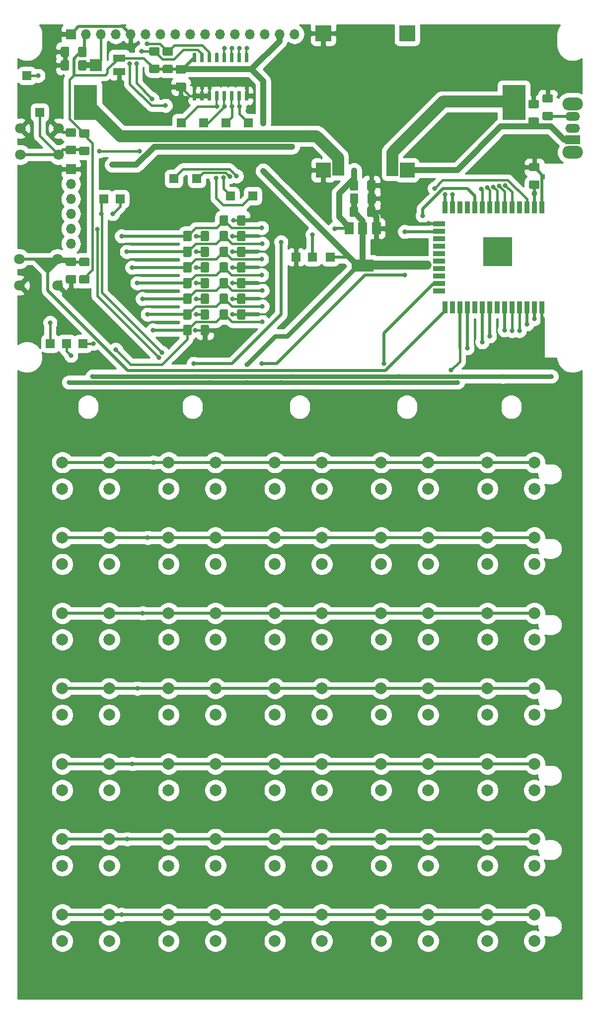
<source format=gtl>
G04 #@! TF.GenerationSoftware,KiCad,Pcbnew,(5.1.2)-1*
G04 #@! TF.CreationDate,2020-06-25T14:26:39+02:00*
G04 #@! TF.ProjectId,projet,70726f6a-6574-42e6-9b69-6361645f7063,rev?*
G04 #@! TF.SameCoordinates,Original*
G04 #@! TF.FileFunction,Copper,L1,Top*
G04 #@! TF.FilePolarity,Positive*
%FSLAX46Y46*%
G04 Gerber Fmt 4.6, Leading zero omitted, Abs format (unit mm)*
G04 Created by KiCad (PCBNEW (5.1.2)-1) date 2020-06-25 14:26:39*
%MOMM*%
%LPD*%
G04 APERTURE LIST*
%ADD10C,0.100000*%
%ADD11R,1.500000X1.500000*%
%ADD12C,1.425000*%
%ADD13C,2.000000*%
%ADD14R,4.000000X6.000000*%
%ADD15O,3.500000X2.200000*%
%ADD16O,2.500000X1.500000*%
%ADD17R,2.500000X1.500000*%
%ADD18O,1.700000X1.700000*%
%ADD19R,1.700000X1.700000*%
%ADD20C,0.600000*%
%ADD21C,1.800000*%
%ADD22R,0.900000X2.000000*%
%ADD23R,2.000000X0.900000*%
%ADD24R,5.000000X5.000000*%
%ADD25R,1.500000X2.000000*%
%ADD26R,3.800000X2.000000*%
%ADD27R,2.500000X2.500000*%
%ADD28R,2.000000X2.000000*%
%ADD29R,2.700000X2.700000*%
%ADD30R,2.000000X1.300000*%
%ADD31C,0.410000*%
%ADD32C,0.800000*%
%ADD33C,1.000000*%
%ADD34C,0.400000*%
%ADD35C,1.000000*%
%ADD36C,0.500000*%
%ADD37C,1.500000*%
%ADD38C,0.800000*%
%ADD39C,0.300000*%
%ADD40C,2.000000*%
%ADD41C,0.254000*%
G04 APERTURE END LIST*
D10*
G36*
X58547000Y-64770000D02*
G01*
X56515000Y-62611000D01*
X60325000Y-62611000D01*
X58547000Y-64770000D01*
G37*
X58547000Y-64770000D02*
X56515000Y-62611000D01*
X60325000Y-62611000D01*
X58547000Y-64770000D01*
D11*
X92710000Y-39370000D03*
X88900000Y-39370000D03*
X85090000Y-39370000D03*
X81280000Y-39370000D03*
X83947000Y-48895000D03*
X80010000Y-48895000D03*
X54991000Y-31369000D03*
X93472000Y-51816000D03*
X89662000Y-51816000D03*
X64516000Y-76962000D03*
X61722000Y-76962000D03*
X58928000Y-76962000D03*
X57150000Y-37592000D03*
X70866000Y-52324000D03*
X68072000Y-52324000D03*
X106680000Y-62230000D03*
X103632000Y-62230000D03*
X100838000Y-62230000D03*
D10*
G36*
X64930004Y-28717204D02*
G01*
X64954273Y-28720804D01*
X64978071Y-28726765D01*
X65001171Y-28735030D01*
X65023349Y-28745520D01*
X65044393Y-28758133D01*
X65064098Y-28772747D01*
X65082277Y-28789223D01*
X65098753Y-28807402D01*
X65113367Y-28827107D01*
X65125980Y-28848151D01*
X65136470Y-28870329D01*
X65144735Y-28893429D01*
X65150696Y-28917227D01*
X65154296Y-28941496D01*
X65155500Y-28966000D01*
X65155500Y-30216000D01*
X65154296Y-30240504D01*
X65150696Y-30264773D01*
X65144735Y-30288571D01*
X65136470Y-30311671D01*
X65125980Y-30333849D01*
X65113367Y-30354893D01*
X65098753Y-30374598D01*
X65082277Y-30392777D01*
X65064098Y-30409253D01*
X65044393Y-30423867D01*
X65023349Y-30436480D01*
X65001171Y-30446970D01*
X64978071Y-30455235D01*
X64954273Y-30461196D01*
X64930004Y-30464796D01*
X64905500Y-30466000D01*
X63980500Y-30466000D01*
X63955996Y-30464796D01*
X63931727Y-30461196D01*
X63907929Y-30455235D01*
X63884829Y-30446970D01*
X63862651Y-30436480D01*
X63841607Y-30423867D01*
X63821902Y-30409253D01*
X63803723Y-30392777D01*
X63787247Y-30374598D01*
X63772633Y-30354893D01*
X63760020Y-30333849D01*
X63749530Y-30311671D01*
X63741265Y-30288571D01*
X63735304Y-30264773D01*
X63731704Y-30240504D01*
X63730500Y-30216000D01*
X63730500Y-28966000D01*
X63731704Y-28941496D01*
X63735304Y-28917227D01*
X63741265Y-28893429D01*
X63749530Y-28870329D01*
X63760020Y-28848151D01*
X63772633Y-28827107D01*
X63787247Y-28807402D01*
X63803723Y-28789223D01*
X63821902Y-28772747D01*
X63841607Y-28758133D01*
X63862651Y-28745520D01*
X63884829Y-28735030D01*
X63907929Y-28726765D01*
X63931727Y-28720804D01*
X63955996Y-28717204D01*
X63980500Y-28716000D01*
X64905500Y-28716000D01*
X64930004Y-28717204D01*
X64930004Y-28717204D01*
G37*
D12*
X64443000Y-29591000D03*
D10*
G36*
X61955004Y-28717204D02*
G01*
X61979273Y-28720804D01*
X62003071Y-28726765D01*
X62026171Y-28735030D01*
X62048349Y-28745520D01*
X62069393Y-28758133D01*
X62089098Y-28772747D01*
X62107277Y-28789223D01*
X62123753Y-28807402D01*
X62138367Y-28827107D01*
X62150980Y-28848151D01*
X62161470Y-28870329D01*
X62169735Y-28893429D01*
X62175696Y-28917227D01*
X62179296Y-28941496D01*
X62180500Y-28966000D01*
X62180500Y-30216000D01*
X62179296Y-30240504D01*
X62175696Y-30264773D01*
X62169735Y-30288571D01*
X62161470Y-30311671D01*
X62150980Y-30333849D01*
X62138367Y-30354893D01*
X62123753Y-30374598D01*
X62107277Y-30392777D01*
X62089098Y-30409253D01*
X62069393Y-30423867D01*
X62048349Y-30436480D01*
X62026171Y-30446970D01*
X62003071Y-30455235D01*
X61979273Y-30461196D01*
X61955004Y-30464796D01*
X61930500Y-30466000D01*
X61005500Y-30466000D01*
X60980996Y-30464796D01*
X60956727Y-30461196D01*
X60932929Y-30455235D01*
X60909829Y-30446970D01*
X60887651Y-30436480D01*
X60866607Y-30423867D01*
X60846902Y-30409253D01*
X60828723Y-30392777D01*
X60812247Y-30374598D01*
X60797633Y-30354893D01*
X60785020Y-30333849D01*
X60774530Y-30311671D01*
X60766265Y-30288571D01*
X60760304Y-30264773D01*
X60756704Y-30240504D01*
X60755500Y-30216000D01*
X60755500Y-28966000D01*
X60756704Y-28941496D01*
X60760304Y-28917227D01*
X60766265Y-28893429D01*
X60774530Y-28870329D01*
X60785020Y-28848151D01*
X60797633Y-28827107D01*
X60812247Y-28807402D01*
X60828723Y-28789223D01*
X60846902Y-28772747D01*
X60866607Y-28758133D01*
X60887651Y-28745520D01*
X60909829Y-28735030D01*
X60932929Y-28726765D01*
X60956727Y-28720804D01*
X60980996Y-28717204D01*
X61005500Y-28716000D01*
X61930500Y-28716000D01*
X61955004Y-28717204D01*
X61955004Y-28717204D01*
G37*
D12*
X61468000Y-29591000D03*
D10*
G36*
X92017504Y-55133204D02*
G01*
X92041773Y-55136804D01*
X92065571Y-55142765D01*
X92088671Y-55151030D01*
X92110849Y-55161520D01*
X92131893Y-55174133D01*
X92151598Y-55188747D01*
X92169777Y-55205223D01*
X92186253Y-55223402D01*
X92200867Y-55243107D01*
X92213480Y-55264151D01*
X92223970Y-55286329D01*
X92232235Y-55309429D01*
X92238196Y-55333227D01*
X92241796Y-55357496D01*
X92243000Y-55382000D01*
X92243000Y-56632000D01*
X92241796Y-56656504D01*
X92238196Y-56680773D01*
X92232235Y-56704571D01*
X92223970Y-56727671D01*
X92213480Y-56749849D01*
X92200867Y-56770893D01*
X92186253Y-56790598D01*
X92169777Y-56808777D01*
X92151598Y-56825253D01*
X92131893Y-56839867D01*
X92110849Y-56852480D01*
X92088671Y-56862970D01*
X92065571Y-56871235D01*
X92041773Y-56877196D01*
X92017504Y-56880796D01*
X91993000Y-56882000D01*
X91068000Y-56882000D01*
X91043496Y-56880796D01*
X91019227Y-56877196D01*
X90995429Y-56871235D01*
X90972329Y-56862970D01*
X90950151Y-56852480D01*
X90929107Y-56839867D01*
X90909402Y-56825253D01*
X90891223Y-56808777D01*
X90874747Y-56790598D01*
X90860133Y-56770893D01*
X90847520Y-56749849D01*
X90837030Y-56727671D01*
X90828765Y-56704571D01*
X90822804Y-56680773D01*
X90819204Y-56656504D01*
X90818000Y-56632000D01*
X90818000Y-55382000D01*
X90819204Y-55357496D01*
X90822804Y-55333227D01*
X90828765Y-55309429D01*
X90837030Y-55286329D01*
X90847520Y-55264151D01*
X90860133Y-55243107D01*
X90874747Y-55223402D01*
X90891223Y-55205223D01*
X90909402Y-55188747D01*
X90929107Y-55174133D01*
X90950151Y-55161520D01*
X90972329Y-55151030D01*
X90995429Y-55142765D01*
X91019227Y-55136804D01*
X91043496Y-55133204D01*
X91068000Y-55132000D01*
X91993000Y-55132000D01*
X92017504Y-55133204D01*
X92017504Y-55133204D01*
G37*
D12*
X91530500Y-56007000D03*
D10*
G36*
X89042504Y-55133204D02*
G01*
X89066773Y-55136804D01*
X89090571Y-55142765D01*
X89113671Y-55151030D01*
X89135849Y-55161520D01*
X89156893Y-55174133D01*
X89176598Y-55188747D01*
X89194777Y-55205223D01*
X89211253Y-55223402D01*
X89225867Y-55243107D01*
X89238480Y-55264151D01*
X89248970Y-55286329D01*
X89257235Y-55309429D01*
X89263196Y-55333227D01*
X89266796Y-55357496D01*
X89268000Y-55382000D01*
X89268000Y-56632000D01*
X89266796Y-56656504D01*
X89263196Y-56680773D01*
X89257235Y-56704571D01*
X89248970Y-56727671D01*
X89238480Y-56749849D01*
X89225867Y-56770893D01*
X89211253Y-56790598D01*
X89194777Y-56808777D01*
X89176598Y-56825253D01*
X89156893Y-56839867D01*
X89135849Y-56852480D01*
X89113671Y-56862970D01*
X89090571Y-56871235D01*
X89066773Y-56877196D01*
X89042504Y-56880796D01*
X89018000Y-56882000D01*
X88093000Y-56882000D01*
X88068496Y-56880796D01*
X88044227Y-56877196D01*
X88020429Y-56871235D01*
X87997329Y-56862970D01*
X87975151Y-56852480D01*
X87954107Y-56839867D01*
X87934402Y-56825253D01*
X87916223Y-56808777D01*
X87899747Y-56790598D01*
X87885133Y-56770893D01*
X87872520Y-56749849D01*
X87862030Y-56727671D01*
X87853765Y-56704571D01*
X87847804Y-56680773D01*
X87844204Y-56656504D01*
X87843000Y-56632000D01*
X87843000Y-55382000D01*
X87844204Y-55357496D01*
X87847804Y-55333227D01*
X87853765Y-55309429D01*
X87862030Y-55286329D01*
X87872520Y-55264151D01*
X87885133Y-55243107D01*
X87899747Y-55223402D01*
X87916223Y-55205223D01*
X87934402Y-55188747D01*
X87954107Y-55174133D01*
X87975151Y-55161520D01*
X87997329Y-55151030D01*
X88020429Y-55142765D01*
X88044227Y-55136804D01*
X88068496Y-55133204D01*
X88093000Y-55132000D01*
X89018000Y-55132000D01*
X89042504Y-55133204D01*
X89042504Y-55133204D01*
G37*
D12*
X88555500Y-56007000D03*
D10*
G36*
X92017504Y-57800204D02*
G01*
X92041773Y-57803804D01*
X92065571Y-57809765D01*
X92088671Y-57818030D01*
X92110849Y-57828520D01*
X92131893Y-57841133D01*
X92151598Y-57855747D01*
X92169777Y-57872223D01*
X92186253Y-57890402D01*
X92200867Y-57910107D01*
X92213480Y-57931151D01*
X92223970Y-57953329D01*
X92232235Y-57976429D01*
X92238196Y-58000227D01*
X92241796Y-58024496D01*
X92243000Y-58049000D01*
X92243000Y-59299000D01*
X92241796Y-59323504D01*
X92238196Y-59347773D01*
X92232235Y-59371571D01*
X92223970Y-59394671D01*
X92213480Y-59416849D01*
X92200867Y-59437893D01*
X92186253Y-59457598D01*
X92169777Y-59475777D01*
X92151598Y-59492253D01*
X92131893Y-59506867D01*
X92110849Y-59519480D01*
X92088671Y-59529970D01*
X92065571Y-59538235D01*
X92041773Y-59544196D01*
X92017504Y-59547796D01*
X91993000Y-59549000D01*
X91068000Y-59549000D01*
X91043496Y-59547796D01*
X91019227Y-59544196D01*
X90995429Y-59538235D01*
X90972329Y-59529970D01*
X90950151Y-59519480D01*
X90929107Y-59506867D01*
X90909402Y-59492253D01*
X90891223Y-59475777D01*
X90874747Y-59457598D01*
X90860133Y-59437893D01*
X90847520Y-59416849D01*
X90837030Y-59394671D01*
X90828765Y-59371571D01*
X90822804Y-59347773D01*
X90819204Y-59323504D01*
X90818000Y-59299000D01*
X90818000Y-58049000D01*
X90819204Y-58024496D01*
X90822804Y-58000227D01*
X90828765Y-57976429D01*
X90837030Y-57953329D01*
X90847520Y-57931151D01*
X90860133Y-57910107D01*
X90874747Y-57890402D01*
X90891223Y-57872223D01*
X90909402Y-57855747D01*
X90929107Y-57841133D01*
X90950151Y-57828520D01*
X90972329Y-57818030D01*
X90995429Y-57809765D01*
X91019227Y-57803804D01*
X91043496Y-57800204D01*
X91068000Y-57799000D01*
X91993000Y-57799000D01*
X92017504Y-57800204D01*
X92017504Y-57800204D01*
G37*
D12*
X91530500Y-58674000D03*
D10*
G36*
X89042504Y-57800204D02*
G01*
X89066773Y-57803804D01*
X89090571Y-57809765D01*
X89113671Y-57818030D01*
X89135849Y-57828520D01*
X89156893Y-57841133D01*
X89176598Y-57855747D01*
X89194777Y-57872223D01*
X89211253Y-57890402D01*
X89225867Y-57910107D01*
X89238480Y-57931151D01*
X89248970Y-57953329D01*
X89257235Y-57976429D01*
X89263196Y-58000227D01*
X89266796Y-58024496D01*
X89268000Y-58049000D01*
X89268000Y-59299000D01*
X89266796Y-59323504D01*
X89263196Y-59347773D01*
X89257235Y-59371571D01*
X89248970Y-59394671D01*
X89238480Y-59416849D01*
X89225867Y-59437893D01*
X89211253Y-59457598D01*
X89194777Y-59475777D01*
X89176598Y-59492253D01*
X89156893Y-59506867D01*
X89135849Y-59519480D01*
X89113671Y-59529970D01*
X89090571Y-59538235D01*
X89066773Y-59544196D01*
X89042504Y-59547796D01*
X89018000Y-59549000D01*
X88093000Y-59549000D01*
X88068496Y-59547796D01*
X88044227Y-59544196D01*
X88020429Y-59538235D01*
X87997329Y-59529970D01*
X87975151Y-59519480D01*
X87954107Y-59506867D01*
X87934402Y-59492253D01*
X87916223Y-59475777D01*
X87899747Y-59457598D01*
X87885133Y-59437893D01*
X87872520Y-59416849D01*
X87862030Y-59394671D01*
X87853765Y-59371571D01*
X87847804Y-59347773D01*
X87844204Y-59323504D01*
X87843000Y-59299000D01*
X87843000Y-58049000D01*
X87844204Y-58024496D01*
X87847804Y-58000227D01*
X87853765Y-57976429D01*
X87862030Y-57953329D01*
X87872520Y-57931151D01*
X87885133Y-57910107D01*
X87899747Y-57890402D01*
X87916223Y-57872223D01*
X87934402Y-57855747D01*
X87954107Y-57841133D01*
X87975151Y-57828520D01*
X87997329Y-57818030D01*
X88020429Y-57809765D01*
X88044227Y-57803804D01*
X88068496Y-57800204D01*
X88093000Y-57799000D01*
X89018000Y-57799000D01*
X89042504Y-57800204D01*
X89042504Y-57800204D01*
G37*
D12*
X88555500Y-58674000D03*
D10*
G36*
X92017504Y-60467204D02*
G01*
X92041773Y-60470804D01*
X92065571Y-60476765D01*
X92088671Y-60485030D01*
X92110849Y-60495520D01*
X92131893Y-60508133D01*
X92151598Y-60522747D01*
X92169777Y-60539223D01*
X92186253Y-60557402D01*
X92200867Y-60577107D01*
X92213480Y-60598151D01*
X92223970Y-60620329D01*
X92232235Y-60643429D01*
X92238196Y-60667227D01*
X92241796Y-60691496D01*
X92243000Y-60716000D01*
X92243000Y-61966000D01*
X92241796Y-61990504D01*
X92238196Y-62014773D01*
X92232235Y-62038571D01*
X92223970Y-62061671D01*
X92213480Y-62083849D01*
X92200867Y-62104893D01*
X92186253Y-62124598D01*
X92169777Y-62142777D01*
X92151598Y-62159253D01*
X92131893Y-62173867D01*
X92110849Y-62186480D01*
X92088671Y-62196970D01*
X92065571Y-62205235D01*
X92041773Y-62211196D01*
X92017504Y-62214796D01*
X91993000Y-62216000D01*
X91068000Y-62216000D01*
X91043496Y-62214796D01*
X91019227Y-62211196D01*
X90995429Y-62205235D01*
X90972329Y-62196970D01*
X90950151Y-62186480D01*
X90929107Y-62173867D01*
X90909402Y-62159253D01*
X90891223Y-62142777D01*
X90874747Y-62124598D01*
X90860133Y-62104893D01*
X90847520Y-62083849D01*
X90837030Y-62061671D01*
X90828765Y-62038571D01*
X90822804Y-62014773D01*
X90819204Y-61990504D01*
X90818000Y-61966000D01*
X90818000Y-60716000D01*
X90819204Y-60691496D01*
X90822804Y-60667227D01*
X90828765Y-60643429D01*
X90837030Y-60620329D01*
X90847520Y-60598151D01*
X90860133Y-60577107D01*
X90874747Y-60557402D01*
X90891223Y-60539223D01*
X90909402Y-60522747D01*
X90929107Y-60508133D01*
X90950151Y-60495520D01*
X90972329Y-60485030D01*
X90995429Y-60476765D01*
X91019227Y-60470804D01*
X91043496Y-60467204D01*
X91068000Y-60466000D01*
X91993000Y-60466000D01*
X92017504Y-60467204D01*
X92017504Y-60467204D01*
G37*
D12*
X91530500Y-61341000D03*
D10*
G36*
X89042504Y-60467204D02*
G01*
X89066773Y-60470804D01*
X89090571Y-60476765D01*
X89113671Y-60485030D01*
X89135849Y-60495520D01*
X89156893Y-60508133D01*
X89176598Y-60522747D01*
X89194777Y-60539223D01*
X89211253Y-60557402D01*
X89225867Y-60577107D01*
X89238480Y-60598151D01*
X89248970Y-60620329D01*
X89257235Y-60643429D01*
X89263196Y-60667227D01*
X89266796Y-60691496D01*
X89268000Y-60716000D01*
X89268000Y-61966000D01*
X89266796Y-61990504D01*
X89263196Y-62014773D01*
X89257235Y-62038571D01*
X89248970Y-62061671D01*
X89238480Y-62083849D01*
X89225867Y-62104893D01*
X89211253Y-62124598D01*
X89194777Y-62142777D01*
X89176598Y-62159253D01*
X89156893Y-62173867D01*
X89135849Y-62186480D01*
X89113671Y-62196970D01*
X89090571Y-62205235D01*
X89066773Y-62211196D01*
X89042504Y-62214796D01*
X89018000Y-62216000D01*
X88093000Y-62216000D01*
X88068496Y-62214796D01*
X88044227Y-62211196D01*
X88020429Y-62205235D01*
X87997329Y-62196970D01*
X87975151Y-62186480D01*
X87954107Y-62173867D01*
X87934402Y-62159253D01*
X87916223Y-62142777D01*
X87899747Y-62124598D01*
X87885133Y-62104893D01*
X87872520Y-62083849D01*
X87862030Y-62061671D01*
X87853765Y-62038571D01*
X87847804Y-62014773D01*
X87844204Y-61990504D01*
X87843000Y-61966000D01*
X87843000Y-60716000D01*
X87844204Y-60691496D01*
X87847804Y-60667227D01*
X87853765Y-60643429D01*
X87862030Y-60620329D01*
X87872520Y-60598151D01*
X87885133Y-60577107D01*
X87899747Y-60557402D01*
X87916223Y-60539223D01*
X87934402Y-60522747D01*
X87954107Y-60508133D01*
X87975151Y-60495520D01*
X87997329Y-60485030D01*
X88020429Y-60476765D01*
X88044227Y-60470804D01*
X88068496Y-60467204D01*
X88093000Y-60466000D01*
X89018000Y-60466000D01*
X89042504Y-60467204D01*
X89042504Y-60467204D01*
G37*
D12*
X88555500Y-61341000D03*
D10*
G36*
X92017504Y-63134204D02*
G01*
X92041773Y-63137804D01*
X92065571Y-63143765D01*
X92088671Y-63152030D01*
X92110849Y-63162520D01*
X92131893Y-63175133D01*
X92151598Y-63189747D01*
X92169777Y-63206223D01*
X92186253Y-63224402D01*
X92200867Y-63244107D01*
X92213480Y-63265151D01*
X92223970Y-63287329D01*
X92232235Y-63310429D01*
X92238196Y-63334227D01*
X92241796Y-63358496D01*
X92243000Y-63383000D01*
X92243000Y-64633000D01*
X92241796Y-64657504D01*
X92238196Y-64681773D01*
X92232235Y-64705571D01*
X92223970Y-64728671D01*
X92213480Y-64750849D01*
X92200867Y-64771893D01*
X92186253Y-64791598D01*
X92169777Y-64809777D01*
X92151598Y-64826253D01*
X92131893Y-64840867D01*
X92110849Y-64853480D01*
X92088671Y-64863970D01*
X92065571Y-64872235D01*
X92041773Y-64878196D01*
X92017504Y-64881796D01*
X91993000Y-64883000D01*
X91068000Y-64883000D01*
X91043496Y-64881796D01*
X91019227Y-64878196D01*
X90995429Y-64872235D01*
X90972329Y-64863970D01*
X90950151Y-64853480D01*
X90929107Y-64840867D01*
X90909402Y-64826253D01*
X90891223Y-64809777D01*
X90874747Y-64791598D01*
X90860133Y-64771893D01*
X90847520Y-64750849D01*
X90837030Y-64728671D01*
X90828765Y-64705571D01*
X90822804Y-64681773D01*
X90819204Y-64657504D01*
X90818000Y-64633000D01*
X90818000Y-63383000D01*
X90819204Y-63358496D01*
X90822804Y-63334227D01*
X90828765Y-63310429D01*
X90837030Y-63287329D01*
X90847520Y-63265151D01*
X90860133Y-63244107D01*
X90874747Y-63224402D01*
X90891223Y-63206223D01*
X90909402Y-63189747D01*
X90929107Y-63175133D01*
X90950151Y-63162520D01*
X90972329Y-63152030D01*
X90995429Y-63143765D01*
X91019227Y-63137804D01*
X91043496Y-63134204D01*
X91068000Y-63133000D01*
X91993000Y-63133000D01*
X92017504Y-63134204D01*
X92017504Y-63134204D01*
G37*
D12*
X91530500Y-64008000D03*
D10*
G36*
X89042504Y-63134204D02*
G01*
X89066773Y-63137804D01*
X89090571Y-63143765D01*
X89113671Y-63152030D01*
X89135849Y-63162520D01*
X89156893Y-63175133D01*
X89176598Y-63189747D01*
X89194777Y-63206223D01*
X89211253Y-63224402D01*
X89225867Y-63244107D01*
X89238480Y-63265151D01*
X89248970Y-63287329D01*
X89257235Y-63310429D01*
X89263196Y-63334227D01*
X89266796Y-63358496D01*
X89268000Y-63383000D01*
X89268000Y-64633000D01*
X89266796Y-64657504D01*
X89263196Y-64681773D01*
X89257235Y-64705571D01*
X89248970Y-64728671D01*
X89238480Y-64750849D01*
X89225867Y-64771893D01*
X89211253Y-64791598D01*
X89194777Y-64809777D01*
X89176598Y-64826253D01*
X89156893Y-64840867D01*
X89135849Y-64853480D01*
X89113671Y-64863970D01*
X89090571Y-64872235D01*
X89066773Y-64878196D01*
X89042504Y-64881796D01*
X89018000Y-64883000D01*
X88093000Y-64883000D01*
X88068496Y-64881796D01*
X88044227Y-64878196D01*
X88020429Y-64872235D01*
X87997329Y-64863970D01*
X87975151Y-64853480D01*
X87954107Y-64840867D01*
X87934402Y-64826253D01*
X87916223Y-64809777D01*
X87899747Y-64791598D01*
X87885133Y-64771893D01*
X87872520Y-64750849D01*
X87862030Y-64728671D01*
X87853765Y-64705571D01*
X87847804Y-64681773D01*
X87844204Y-64657504D01*
X87843000Y-64633000D01*
X87843000Y-63383000D01*
X87844204Y-63358496D01*
X87847804Y-63334227D01*
X87853765Y-63310429D01*
X87862030Y-63287329D01*
X87872520Y-63265151D01*
X87885133Y-63244107D01*
X87899747Y-63224402D01*
X87916223Y-63206223D01*
X87934402Y-63189747D01*
X87954107Y-63175133D01*
X87975151Y-63162520D01*
X87997329Y-63152030D01*
X88020429Y-63143765D01*
X88044227Y-63137804D01*
X88068496Y-63134204D01*
X88093000Y-63133000D01*
X89018000Y-63133000D01*
X89042504Y-63134204D01*
X89042504Y-63134204D01*
G37*
D12*
X88555500Y-64008000D03*
D10*
G36*
X92017504Y-65801204D02*
G01*
X92041773Y-65804804D01*
X92065571Y-65810765D01*
X92088671Y-65819030D01*
X92110849Y-65829520D01*
X92131893Y-65842133D01*
X92151598Y-65856747D01*
X92169777Y-65873223D01*
X92186253Y-65891402D01*
X92200867Y-65911107D01*
X92213480Y-65932151D01*
X92223970Y-65954329D01*
X92232235Y-65977429D01*
X92238196Y-66001227D01*
X92241796Y-66025496D01*
X92243000Y-66050000D01*
X92243000Y-67300000D01*
X92241796Y-67324504D01*
X92238196Y-67348773D01*
X92232235Y-67372571D01*
X92223970Y-67395671D01*
X92213480Y-67417849D01*
X92200867Y-67438893D01*
X92186253Y-67458598D01*
X92169777Y-67476777D01*
X92151598Y-67493253D01*
X92131893Y-67507867D01*
X92110849Y-67520480D01*
X92088671Y-67530970D01*
X92065571Y-67539235D01*
X92041773Y-67545196D01*
X92017504Y-67548796D01*
X91993000Y-67550000D01*
X91068000Y-67550000D01*
X91043496Y-67548796D01*
X91019227Y-67545196D01*
X90995429Y-67539235D01*
X90972329Y-67530970D01*
X90950151Y-67520480D01*
X90929107Y-67507867D01*
X90909402Y-67493253D01*
X90891223Y-67476777D01*
X90874747Y-67458598D01*
X90860133Y-67438893D01*
X90847520Y-67417849D01*
X90837030Y-67395671D01*
X90828765Y-67372571D01*
X90822804Y-67348773D01*
X90819204Y-67324504D01*
X90818000Y-67300000D01*
X90818000Y-66050000D01*
X90819204Y-66025496D01*
X90822804Y-66001227D01*
X90828765Y-65977429D01*
X90837030Y-65954329D01*
X90847520Y-65932151D01*
X90860133Y-65911107D01*
X90874747Y-65891402D01*
X90891223Y-65873223D01*
X90909402Y-65856747D01*
X90929107Y-65842133D01*
X90950151Y-65829520D01*
X90972329Y-65819030D01*
X90995429Y-65810765D01*
X91019227Y-65804804D01*
X91043496Y-65801204D01*
X91068000Y-65800000D01*
X91993000Y-65800000D01*
X92017504Y-65801204D01*
X92017504Y-65801204D01*
G37*
D12*
X91530500Y-66675000D03*
D10*
G36*
X89042504Y-65801204D02*
G01*
X89066773Y-65804804D01*
X89090571Y-65810765D01*
X89113671Y-65819030D01*
X89135849Y-65829520D01*
X89156893Y-65842133D01*
X89176598Y-65856747D01*
X89194777Y-65873223D01*
X89211253Y-65891402D01*
X89225867Y-65911107D01*
X89238480Y-65932151D01*
X89248970Y-65954329D01*
X89257235Y-65977429D01*
X89263196Y-66001227D01*
X89266796Y-66025496D01*
X89268000Y-66050000D01*
X89268000Y-67300000D01*
X89266796Y-67324504D01*
X89263196Y-67348773D01*
X89257235Y-67372571D01*
X89248970Y-67395671D01*
X89238480Y-67417849D01*
X89225867Y-67438893D01*
X89211253Y-67458598D01*
X89194777Y-67476777D01*
X89176598Y-67493253D01*
X89156893Y-67507867D01*
X89135849Y-67520480D01*
X89113671Y-67530970D01*
X89090571Y-67539235D01*
X89066773Y-67545196D01*
X89042504Y-67548796D01*
X89018000Y-67550000D01*
X88093000Y-67550000D01*
X88068496Y-67548796D01*
X88044227Y-67545196D01*
X88020429Y-67539235D01*
X87997329Y-67530970D01*
X87975151Y-67520480D01*
X87954107Y-67507867D01*
X87934402Y-67493253D01*
X87916223Y-67476777D01*
X87899747Y-67458598D01*
X87885133Y-67438893D01*
X87872520Y-67417849D01*
X87862030Y-67395671D01*
X87853765Y-67372571D01*
X87847804Y-67348773D01*
X87844204Y-67324504D01*
X87843000Y-67300000D01*
X87843000Y-66050000D01*
X87844204Y-66025496D01*
X87847804Y-66001227D01*
X87853765Y-65977429D01*
X87862030Y-65954329D01*
X87872520Y-65932151D01*
X87885133Y-65911107D01*
X87899747Y-65891402D01*
X87916223Y-65873223D01*
X87934402Y-65856747D01*
X87954107Y-65842133D01*
X87975151Y-65829520D01*
X87997329Y-65819030D01*
X88020429Y-65810765D01*
X88044227Y-65804804D01*
X88068496Y-65801204D01*
X88093000Y-65800000D01*
X89018000Y-65800000D01*
X89042504Y-65801204D01*
X89042504Y-65801204D01*
G37*
D12*
X88555500Y-66675000D03*
D10*
G36*
X92017504Y-68468204D02*
G01*
X92041773Y-68471804D01*
X92065571Y-68477765D01*
X92088671Y-68486030D01*
X92110849Y-68496520D01*
X92131893Y-68509133D01*
X92151598Y-68523747D01*
X92169777Y-68540223D01*
X92186253Y-68558402D01*
X92200867Y-68578107D01*
X92213480Y-68599151D01*
X92223970Y-68621329D01*
X92232235Y-68644429D01*
X92238196Y-68668227D01*
X92241796Y-68692496D01*
X92243000Y-68717000D01*
X92243000Y-69967000D01*
X92241796Y-69991504D01*
X92238196Y-70015773D01*
X92232235Y-70039571D01*
X92223970Y-70062671D01*
X92213480Y-70084849D01*
X92200867Y-70105893D01*
X92186253Y-70125598D01*
X92169777Y-70143777D01*
X92151598Y-70160253D01*
X92131893Y-70174867D01*
X92110849Y-70187480D01*
X92088671Y-70197970D01*
X92065571Y-70206235D01*
X92041773Y-70212196D01*
X92017504Y-70215796D01*
X91993000Y-70217000D01*
X91068000Y-70217000D01*
X91043496Y-70215796D01*
X91019227Y-70212196D01*
X90995429Y-70206235D01*
X90972329Y-70197970D01*
X90950151Y-70187480D01*
X90929107Y-70174867D01*
X90909402Y-70160253D01*
X90891223Y-70143777D01*
X90874747Y-70125598D01*
X90860133Y-70105893D01*
X90847520Y-70084849D01*
X90837030Y-70062671D01*
X90828765Y-70039571D01*
X90822804Y-70015773D01*
X90819204Y-69991504D01*
X90818000Y-69967000D01*
X90818000Y-68717000D01*
X90819204Y-68692496D01*
X90822804Y-68668227D01*
X90828765Y-68644429D01*
X90837030Y-68621329D01*
X90847520Y-68599151D01*
X90860133Y-68578107D01*
X90874747Y-68558402D01*
X90891223Y-68540223D01*
X90909402Y-68523747D01*
X90929107Y-68509133D01*
X90950151Y-68496520D01*
X90972329Y-68486030D01*
X90995429Y-68477765D01*
X91019227Y-68471804D01*
X91043496Y-68468204D01*
X91068000Y-68467000D01*
X91993000Y-68467000D01*
X92017504Y-68468204D01*
X92017504Y-68468204D01*
G37*
D12*
X91530500Y-69342000D03*
D10*
G36*
X89042504Y-68468204D02*
G01*
X89066773Y-68471804D01*
X89090571Y-68477765D01*
X89113671Y-68486030D01*
X89135849Y-68496520D01*
X89156893Y-68509133D01*
X89176598Y-68523747D01*
X89194777Y-68540223D01*
X89211253Y-68558402D01*
X89225867Y-68578107D01*
X89238480Y-68599151D01*
X89248970Y-68621329D01*
X89257235Y-68644429D01*
X89263196Y-68668227D01*
X89266796Y-68692496D01*
X89268000Y-68717000D01*
X89268000Y-69967000D01*
X89266796Y-69991504D01*
X89263196Y-70015773D01*
X89257235Y-70039571D01*
X89248970Y-70062671D01*
X89238480Y-70084849D01*
X89225867Y-70105893D01*
X89211253Y-70125598D01*
X89194777Y-70143777D01*
X89176598Y-70160253D01*
X89156893Y-70174867D01*
X89135849Y-70187480D01*
X89113671Y-70197970D01*
X89090571Y-70206235D01*
X89066773Y-70212196D01*
X89042504Y-70215796D01*
X89018000Y-70217000D01*
X88093000Y-70217000D01*
X88068496Y-70215796D01*
X88044227Y-70212196D01*
X88020429Y-70206235D01*
X87997329Y-70197970D01*
X87975151Y-70187480D01*
X87954107Y-70174867D01*
X87934402Y-70160253D01*
X87916223Y-70143777D01*
X87899747Y-70125598D01*
X87885133Y-70105893D01*
X87872520Y-70084849D01*
X87862030Y-70062671D01*
X87853765Y-70039571D01*
X87847804Y-70015773D01*
X87844204Y-69991504D01*
X87843000Y-69967000D01*
X87843000Y-68717000D01*
X87844204Y-68692496D01*
X87847804Y-68668227D01*
X87853765Y-68644429D01*
X87862030Y-68621329D01*
X87872520Y-68599151D01*
X87885133Y-68578107D01*
X87899747Y-68558402D01*
X87916223Y-68540223D01*
X87934402Y-68523747D01*
X87954107Y-68509133D01*
X87975151Y-68496520D01*
X87997329Y-68486030D01*
X88020429Y-68477765D01*
X88044227Y-68471804D01*
X88068496Y-68468204D01*
X88093000Y-68467000D01*
X89018000Y-68467000D01*
X89042504Y-68468204D01*
X89042504Y-68468204D01*
G37*
D12*
X88555500Y-69342000D03*
D10*
G36*
X144413504Y-34540704D02*
G01*
X144437773Y-34544304D01*
X144461571Y-34550265D01*
X144484671Y-34558530D01*
X144506849Y-34569020D01*
X144527893Y-34581633D01*
X144547598Y-34596247D01*
X144565777Y-34612723D01*
X144582253Y-34630902D01*
X144596867Y-34650607D01*
X144609480Y-34671651D01*
X144619970Y-34693829D01*
X144628235Y-34716929D01*
X144634196Y-34740727D01*
X144637796Y-34764996D01*
X144639000Y-34789500D01*
X144639000Y-35714500D01*
X144637796Y-35739004D01*
X144634196Y-35763273D01*
X144628235Y-35787071D01*
X144619970Y-35810171D01*
X144609480Y-35832349D01*
X144596867Y-35853393D01*
X144582253Y-35873098D01*
X144565777Y-35891277D01*
X144547598Y-35907753D01*
X144527893Y-35922367D01*
X144506849Y-35934980D01*
X144484671Y-35945470D01*
X144461571Y-35953735D01*
X144437773Y-35959696D01*
X144413504Y-35963296D01*
X144389000Y-35964500D01*
X143139000Y-35964500D01*
X143114496Y-35963296D01*
X143090227Y-35959696D01*
X143066429Y-35953735D01*
X143043329Y-35945470D01*
X143021151Y-35934980D01*
X143000107Y-35922367D01*
X142980402Y-35907753D01*
X142962223Y-35891277D01*
X142945747Y-35873098D01*
X142931133Y-35853393D01*
X142918520Y-35832349D01*
X142908030Y-35810171D01*
X142899765Y-35787071D01*
X142893804Y-35763273D01*
X142890204Y-35739004D01*
X142889000Y-35714500D01*
X142889000Y-34789500D01*
X142890204Y-34764996D01*
X142893804Y-34740727D01*
X142899765Y-34716929D01*
X142908030Y-34693829D01*
X142918520Y-34671651D01*
X142931133Y-34650607D01*
X142945747Y-34630902D01*
X142962223Y-34612723D01*
X142980402Y-34596247D01*
X143000107Y-34581633D01*
X143021151Y-34569020D01*
X143043329Y-34558530D01*
X143066429Y-34550265D01*
X143090227Y-34544304D01*
X143114496Y-34540704D01*
X143139000Y-34539500D01*
X144389000Y-34539500D01*
X144413504Y-34540704D01*
X144413504Y-34540704D01*
G37*
D12*
X143764000Y-35252000D03*
D10*
G36*
X144413504Y-37515704D02*
G01*
X144437773Y-37519304D01*
X144461571Y-37525265D01*
X144484671Y-37533530D01*
X144506849Y-37544020D01*
X144527893Y-37556633D01*
X144547598Y-37571247D01*
X144565777Y-37587723D01*
X144582253Y-37605902D01*
X144596867Y-37625607D01*
X144609480Y-37646651D01*
X144619970Y-37668829D01*
X144628235Y-37691929D01*
X144634196Y-37715727D01*
X144637796Y-37739996D01*
X144639000Y-37764500D01*
X144639000Y-38689500D01*
X144637796Y-38714004D01*
X144634196Y-38738273D01*
X144628235Y-38762071D01*
X144619970Y-38785171D01*
X144609480Y-38807349D01*
X144596867Y-38828393D01*
X144582253Y-38848098D01*
X144565777Y-38866277D01*
X144547598Y-38882753D01*
X144527893Y-38897367D01*
X144506849Y-38909980D01*
X144484671Y-38920470D01*
X144461571Y-38928735D01*
X144437773Y-38934696D01*
X144413504Y-38938296D01*
X144389000Y-38939500D01*
X143139000Y-38939500D01*
X143114496Y-38938296D01*
X143090227Y-38934696D01*
X143066429Y-38928735D01*
X143043329Y-38920470D01*
X143021151Y-38909980D01*
X143000107Y-38897367D01*
X142980402Y-38882753D01*
X142962223Y-38866277D01*
X142945747Y-38848098D01*
X142931133Y-38828393D01*
X142918520Y-38807349D01*
X142908030Y-38785171D01*
X142899765Y-38762071D01*
X142893804Y-38738273D01*
X142890204Y-38714004D01*
X142889000Y-38689500D01*
X142889000Y-37764500D01*
X142890204Y-37739996D01*
X142893804Y-37715727D01*
X142899765Y-37691929D01*
X142908030Y-37668829D01*
X142918520Y-37646651D01*
X142931133Y-37625607D01*
X142945747Y-37605902D01*
X142962223Y-37587723D01*
X142980402Y-37571247D01*
X143000107Y-37556633D01*
X143021151Y-37544020D01*
X143043329Y-37533530D01*
X143066429Y-37525265D01*
X143090227Y-37519304D01*
X143114496Y-37515704D01*
X143139000Y-37514500D01*
X144389000Y-37514500D01*
X144413504Y-37515704D01*
X144413504Y-37515704D01*
G37*
D12*
X143764000Y-38227000D03*
D10*
G36*
X92017504Y-71135204D02*
G01*
X92041773Y-71138804D01*
X92065571Y-71144765D01*
X92088671Y-71153030D01*
X92110849Y-71163520D01*
X92131893Y-71176133D01*
X92151598Y-71190747D01*
X92169777Y-71207223D01*
X92186253Y-71225402D01*
X92200867Y-71245107D01*
X92213480Y-71266151D01*
X92223970Y-71288329D01*
X92232235Y-71311429D01*
X92238196Y-71335227D01*
X92241796Y-71359496D01*
X92243000Y-71384000D01*
X92243000Y-72634000D01*
X92241796Y-72658504D01*
X92238196Y-72682773D01*
X92232235Y-72706571D01*
X92223970Y-72729671D01*
X92213480Y-72751849D01*
X92200867Y-72772893D01*
X92186253Y-72792598D01*
X92169777Y-72810777D01*
X92151598Y-72827253D01*
X92131893Y-72841867D01*
X92110849Y-72854480D01*
X92088671Y-72864970D01*
X92065571Y-72873235D01*
X92041773Y-72879196D01*
X92017504Y-72882796D01*
X91993000Y-72884000D01*
X91068000Y-72884000D01*
X91043496Y-72882796D01*
X91019227Y-72879196D01*
X90995429Y-72873235D01*
X90972329Y-72864970D01*
X90950151Y-72854480D01*
X90929107Y-72841867D01*
X90909402Y-72827253D01*
X90891223Y-72810777D01*
X90874747Y-72792598D01*
X90860133Y-72772893D01*
X90847520Y-72751849D01*
X90837030Y-72729671D01*
X90828765Y-72706571D01*
X90822804Y-72682773D01*
X90819204Y-72658504D01*
X90818000Y-72634000D01*
X90818000Y-71384000D01*
X90819204Y-71359496D01*
X90822804Y-71335227D01*
X90828765Y-71311429D01*
X90837030Y-71288329D01*
X90847520Y-71266151D01*
X90860133Y-71245107D01*
X90874747Y-71225402D01*
X90891223Y-71207223D01*
X90909402Y-71190747D01*
X90929107Y-71176133D01*
X90950151Y-71163520D01*
X90972329Y-71153030D01*
X90995429Y-71144765D01*
X91019227Y-71138804D01*
X91043496Y-71135204D01*
X91068000Y-71134000D01*
X91993000Y-71134000D01*
X92017504Y-71135204D01*
X92017504Y-71135204D01*
G37*
D12*
X91530500Y-72009000D03*
D10*
G36*
X89042504Y-71135204D02*
G01*
X89066773Y-71138804D01*
X89090571Y-71144765D01*
X89113671Y-71153030D01*
X89135849Y-71163520D01*
X89156893Y-71176133D01*
X89176598Y-71190747D01*
X89194777Y-71207223D01*
X89211253Y-71225402D01*
X89225867Y-71245107D01*
X89238480Y-71266151D01*
X89248970Y-71288329D01*
X89257235Y-71311429D01*
X89263196Y-71335227D01*
X89266796Y-71359496D01*
X89268000Y-71384000D01*
X89268000Y-72634000D01*
X89266796Y-72658504D01*
X89263196Y-72682773D01*
X89257235Y-72706571D01*
X89248970Y-72729671D01*
X89238480Y-72751849D01*
X89225867Y-72772893D01*
X89211253Y-72792598D01*
X89194777Y-72810777D01*
X89176598Y-72827253D01*
X89156893Y-72841867D01*
X89135849Y-72854480D01*
X89113671Y-72864970D01*
X89090571Y-72873235D01*
X89066773Y-72879196D01*
X89042504Y-72882796D01*
X89018000Y-72884000D01*
X88093000Y-72884000D01*
X88068496Y-72882796D01*
X88044227Y-72879196D01*
X88020429Y-72873235D01*
X87997329Y-72864970D01*
X87975151Y-72854480D01*
X87954107Y-72841867D01*
X87934402Y-72827253D01*
X87916223Y-72810777D01*
X87899747Y-72792598D01*
X87885133Y-72772893D01*
X87872520Y-72751849D01*
X87862030Y-72729671D01*
X87853765Y-72706571D01*
X87847804Y-72682773D01*
X87844204Y-72658504D01*
X87843000Y-72634000D01*
X87843000Y-71384000D01*
X87844204Y-71359496D01*
X87847804Y-71335227D01*
X87853765Y-71311429D01*
X87862030Y-71288329D01*
X87872520Y-71266151D01*
X87885133Y-71245107D01*
X87899747Y-71225402D01*
X87916223Y-71207223D01*
X87934402Y-71190747D01*
X87954107Y-71176133D01*
X87975151Y-71163520D01*
X87997329Y-71153030D01*
X88020429Y-71144765D01*
X88044227Y-71138804D01*
X88068496Y-71135204D01*
X88093000Y-71134000D01*
X89018000Y-71134000D01*
X89042504Y-71135204D01*
X89042504Y-71135204D01*
G37*
D12*
X88555500Y-72009000D03*
D10*
G36*
X85794504Y-57800204D02*
G01*
X85818773Y-57803804D01*
X85842571Y-57809765D01*
X85865671Y-57818030D01*
X85887849Y-57828520D01*
X85908893Y-57841133D01*
X85928598Y-57855747D01*
X85946777Y-57872223D01*
X85963253Y-57890402D01*
X85977867Y-57910107D01*
X85990480Y-57931151D01*
X86000970Y-57953329D01*
X86009235Y-57976429D01*
X86015196Y-58000227D01*
X86018796Y-58024496D01*
X86020000Y-58049000D01*
X86020000Y-59299000D01*
X86018796Y-59323504D01*
X86015196Y-59347773D01*
X86009235Y-59371571D01*
X86000970Y-59394671D01*
X85990480Y-59416849D01*
X85977867Y-59437893D01*
X85963253Y-59457598D01*
X85946777Y-59475777D01*
X85928598Y-59492253D01*
X85908893Y-59506867D01*
X85887849Y-59519480D01*
X85865671Y-59529970D01*
X85842571Y-59538235D01*
X85818773Y-59544196D01*
X85794504Y-59547796D01*
X85770000Y-59549000D01*
X84845000Y-59549000D01*
X84820496Y-59547796D01*
X84796227Y-59544196D01*
X84772429Y-59538235D01*
X84749329Y-59529970D01*
X84727151Y-59519480D01*
X84706107Y-59506867D01*
X84686402Y-59492253D01*
X84668223Y-59475777D01*
X84651747Y-59457598D01*
X84637133Y-59437893D01*
X84624520Y-59416849D01*
X84614030Y-59394671D01*
X84605765Y-59371571D01*
X84599804Y-59347773D01*
X84596204Y-59323504D01*
X84595000Y-59299000D01*
X84595000Y-58049000D01*
X84596204Y-58024496D01*
X84599804Y-58000227D01*
X84605765Y-57976429D01*
X84614030Y-57953329D01*
X84624520Y-57931151D01*
X84637133Y-57910107D01*
X84651747Y-57890402D01*
X84668223Y-57872223D01*
X84686402Y-57855747D01*
X84706107Y-57841133D01*
X84727151Y-57828520D01*
X84749329Y-57818030D01*
X84772429Y-57809765D01*
X84796227Y-57803804D01*
X84820496Y-57800204D01*
X84845000Y-57799000D01*
X85770000Y-57799000D01*
X85794504Y-57800204D01*
X85794504Y-57800204D01*
G37*
D12*
X85307500Y-58674000D03*
D10*
G36*
X82819504Y-57800204D02*
G01*
X82843773Y-57803804D01*
X82867571Y-57809765D01*
X82890671Y-57818030D01*
X82912849Y-57828520D01*
X82933893Y-57841133D01*
X82953598Y-57855747D01*
X82971777Y-57872223D01*
X82988253Y-57890402D01*
X83002867Y-57910107D01*
X83015480Y-57931151D01*
X83025970Y-57953329D01*
X83034235Y-57976429D01*
X83040196Y-58000227D01*
X83043796Y-58024496D01*
X83045000Y-58049000D01*
X83045000Y-59299000D01*
X83043796Y-59323504D01*
X83040196Y-59347773D01*
X83034235Y-59371571D01*
X83025970Y-59394671D01*
X83015480Y-59416849D01*
X83002867Y-59437893D01*
X82988253Y-59457598D01*
X82971777Y-59475777D01*
X82953598Y-59492253D01*
X82933893Y-59506867D01*
X82912849Y-59519480D01*
X82890671Y-59529970D01*
X82867571Y-59538235D01*
X82843773Y-59544196D01*
X82819504Y-59547796D01*
X82795000Y-59549000D01*
X81870000Y-59549000D01*
X81845496Y-59547796D01*
X81821227Y-59544196D01*
X81797429Y-59538235D01*
X81774329Y-59529970D01*
X81752151Y-59519480D01*
X81731107Y-59506867D01*
X81711402Y-59492253D01*
X81693223Y-59475777D01*
X81676747Y-59457598D01*
X81662133Y-59437893D01*
X81649520Y-59416849D01*
X81639030Y-59394671D01*
X81630765Y-59371571D01*
X81624804Y-59347773D01*
X81621204Y-59323504D01*
X81620000Y-59299000D01*
X81620000Y-58049000D01*
X81621204Y-58024496D01*
X81624804Y-58000227D01*
X81630765Y-57976429D01*
X81639030Y-57953329D01*
X81649520Y-57931151D01*
X81662133Y-57910107D01*
X81676747Y-57890402D01*
X81693223Y-57872223D01*
X81711402Y-57855747D01*
X81731107Y-57841133D01*
X81752151Y-57828520D01*
X81774329Y-57818030D01*
X81797429Y-57809765D01*
X81821227Y-57803804D01*
X81845496Y-57800204D01*
X81870000Y-57799000D01*
X82795000Y-57799000D01*
X82819504Y-57800204D01*
X82819504Y-57800204D01*
G37*
D12*
X82332500Y-58674000D03*
D10*
G36*
X85794504Y-60467204D02*
G01*
X85818773Y-60470804D01*
X85842571Y-60476765D01*
X85865671Y-60485030D01*
X85887849Y-60495520D01*
X85908893Y-60508133D01*
X85928598Y-60522747D01*
X85946777Y-60539223D01*
X85963253Y-60557402D01*
X85977867Y-60577107D01*
X85990480Y-60598151D01*
X86000970Y-60620329D01*
X86009235Y-60643429D01*
X86015196Y-60667227D01*
X86018796Y-60691496D01*
X86020000Y-60716000D01*
X86020000Y-61966000D01*
X86018796Y-61990504D01*
X86015196Y-62014773D01*
X86009235Y-62038571D01*
X86000970Y-62061671D01*
X85990480Y-62083849D01*
X85977867Y-62104893D01*
X85963253Y-62124598D01*
X85946777Y-62142777D01*
X85928598Y-62159253D01*
X85908893Y-62173867D01*
X85887849Y-62186480D01*
X85865671Y-62196970D01*
X85842571Y-62205235D01*
X85818773Y-62211196D01*
X85794504Y-62214796D01*
X85770000Y-62216000D01*
X84845000Y-62216000D01*
X84820496Y-62214796D01*
X84796227Y-62211196D01*
X84772429Y-62205235D01*
X84749329Y-62196970D01*
X84727151Y-62186480D01*
X84706107Y-62173867D01*
X84686402Y-62159253D01*
X84668223Y-62142777D01*
X84651747Y-62124598D01*
X84637133Y-62104893D01*
X84624520Y-62083849D01*
X84614030Y-62061671D01*
X84605765Y-62038571D01*
X84599804Y-62014773D01*
X84596204Y-61990504D01*
X84595000Y-61966000D01*
X84595000Y-60716000D01*
X84596204Y-60691496D01*
X84599804Y-60667227D01*
X84605765Y-60643429D01*
X84614030Y-60620329D01*
X84624520Y-60598151D01*
X84637133Y-60577107D01*
X84651747Y-60557402D01*
X84668223Y-60539223D01*
X84686402Y-60522747D01*
X84706107Y-60508133D01*
X84727151Y-60495520D01*
X84749329Y-60485030D01*
X84772429Y-60476765D01*
X84796227Y-60470804D01*
X84820496Y-60467204D01*
X84845000Y-60466000D01*
X85770000Y-60466000D01*
X85794504Y-60467204D01*
X85794504Y-60467204D01*
G37*
D12*
X85307500Y-61341000D03*
D10*
G36*
X82819504Y-60467204D02*
G01*
X82843773Y-60470804D01*
X82867571Y-60476765D01*
X82890671Y-60485030D01*
X82912849Y-60495520D01*
X82933893Y-60508133D01*
X82953598Y-60522747D01*
X82971777Y-60539223D01*
X82988253Y-60557402D01*
X83002867Y-60577107D01*
X83015480Y-60598151D01*
X83025970Y-60620329D01*
X83034235Y-60643429D01*
X83040196Y-60667227D01*
X83043796Y-60691496D01*
X83045000Y-60716000D01*
X83045000Y-61966000D01*
X83043796Y-61990504D01*
X83040196Y-62014773D01*
X83034235Y-62038571D01*
X83025970Y-62061671D01*
X83015480Y-62083849D01*
X83002867Y-62104893D01*
X82988253Y-62124598D01*
X82971777Y-62142777D01*
X82953598Y-62159253D01*
X82933893Y-62173867D01*
X82912849Y-62186480D01*
X82890671Y-62196970D01*
X82867571Y-62205235D01*
X82843773Y-62211196D01*
X82819504Y-62214796D01*
X82795000Y-62216000D01*
X81870000Y-62216000D01*
X81845496Y-62214796D01*
X81821227Y-62211196D01*
X81797429Y-62205235D01*
X81774329Y-62196970D01*
X81752151Y-62186480D01*
X81731107Y-62173867D01*
X81711402Y-62159253D01*
X81693223Y-62142777D01*
X81676747Y-62124598D01*
X81662133Y-62104893D01*
X81649520Y-62083849D01*
X81639030Y-62061671D01*
X81630765Y-62038571D01*
X81624804Y-62014773D01*
X81621204Y-61990504D01*
X81620000Y-61966000D01*
X81620000Y-60716000D01*
X81621204Y-60691496D01*
X81624804Y-60667227D01*
X81630765Y-60643429D01*
X81639030Y-60620329D01*
X81649520Y-60598151D01*
X81662133Y-60577107D01*
X81676747Y-60557402D01*
X81693223Y-60539223D01*
X81711402Y-60522747D01*
X81731107Y-60508133D01*
X81752151Y-60495520D01*
X81774329Y-60485030D01*
X81797429Y-60476765D01*
X81821227Y-60470804D01*
X81845496Y-60467204D01*
X81870000Y-60466000D01*
X82795000Y-60466000D01*
X82819504Y-60467204D01*
X82819504Y-60467204D01*
G37*
D12*
X82332500Y-61341000D03*
D10*
G36*
X85794504Y-63134204D02*
G01*
X85818773Y-63137804D01*
X85842571Y-63143765D01*
X85865671Y-63152030D01*
X85887849Y-63162520D01*
X85908893Y-63175133D01*
X85928598Y-63189747D01*
X85946777Y-63206223D01*
X85963253Y-63224402D01*
X85977867Y-63244107D01*
X85990480Y-63265151D01*
X86000970Y-63287329D01*
X86009235Y-63310429D01*
X86015196Y-63334227D01*
X86018796Y-63358496D01*
X86020000Y-63383000D01*
X86020000Y-64633000D01*
X86018796Y-64657504D01*
X86015196Y-64681773D01*
X86009235Y-64705571D01*
X86000970Y-64728671D01*
X85990480Y-64750849D01*
X85977867Y-64771893D01*
X85963253Y-64791598D01*
X85946777Y-64809777D01*
X85928598Y-64826253D01*
X85908893Y-64840867D01*
X85887849Y-64853480D01*
X85865671Y-64863970D01*
X85842571Y-64872235D01*
X85818773Y-64878196D01*
X85794504Y-64881796D01*
X85770000Y-64883000D01*
X84845000Y-64883000D01*
X84820496Y-64881796D01*
X84796227Y-64878196D01*
X84772429Y-64872235D01*
X84749329Y-64863970D01*
X84727151Y-64853480D01*
X84706107Y-64840867D01*
X84686402Y-64826253D01*
X84668223Y-64809777D01*
X84651747Y-64791598D01*
X84637133Y-64771893D01*
X84624520Y-64750849D01*
X84614030Y-64728671D01*
X84605765Y-64705571D01*
X84599804Y-64681773D01*
X84596204Y-64657504D01*
X84595000Y-64633000D01*
X84595000Y-63383000D01*
X84596204Y-63358496D01*
X84599804Y-63334227D01*
X84605765Y-63310429D01*
X84614030Y-63287329D01*
X84624520Y-63265151D01*
X84637133Y-63244107D01*
X84651747Y-63224402D01*
X84668223Y-63206223D01*
X84686402Y-63189747D01*
X84706107Y-63175133D01*
X84727151Y-63162520D01*
X84749329Y-63152030D01*
X84772429Y-63143765D01*
X84796227Y-63137804D01*
X84820496Y-63134204D01*
X84845000Y-63133000D01*
X85770000Y-63133000D01*
X85794504Y-63134204D01*
X85794504Y-63134204D01*
G37*
D12*
X85307500Y-64008000D03*
D10*
G36*
X82819504Y-63134204D02*
G01*
X82843773Y-63137804D01*
X82867571Y-63143765D01*
X82890671Y-63152030D01*
X82912849Y-63162520D01*
X82933893Y-63175133D01*
X82953598Y-63189747D01*
X82971777Y-63206223D01*
X82988253Y-63224402D01*
X83002867Y-63244107D01*
X83015480Y-63265151D01*
X83025970Y-63287329D01*
X83034235Y-63310429D01*
X83040196Y-63334227D01*
X83043796Y-63358496D01*
X83045000Y-63383000D01*
X83045000Y-64633000D01*
X83043796Y-64657504D01*
X83040196Y-64681773D01*
X83034235Y-64705571D01*
X83025970Y-64728671D01*
X83015480Y-64750849D01*
X83002867Y-64771893D01*
X82988253Y-64791598D01*
X82971777Y-64809777D01*
X82953598Y-64826253D01*
X82933893Y-64840867D01*
X82912849Y-64853480D01*
X82890671Y-64863970D01*
X82867571Y-64872235D01*
X82843773Y-64878196D01*
X82819504Y-64881796D01*
X82795000Y-64883000D01*
X81870000Y-64883000D01*
X81845496Y-64881796D01*
X81821227Y-64878196D01*
X81797429Y-64872235D01*
X81774329Y-64863970D01*
X81752151Y-64853480D01*
X81731107Y-64840867D01*
X81711402Y-64826253D01*
X81693223Y-64809777D01*
X81676747Y-64791598D01*
X81662133Y-64771893D01*
X81649520Y-64750849D01*
X81639030Y-64728671D01*
X81630765Y-64705571D01*
X81624804Y-64681773D01*
X81621204Y-64657504D01*
X81620000Y-64633000D01*
X81620000Y-63383000D01*
X81621204Y-63358496D01*
X81624804Y-63334227D01*
X81630765Y-63310429D01*
X81639030Y-63287329D01*
X81649520Y-63265151D01*
X81662133Y-63244107D01*
X81676747Y-63224402D01*
X81693223Y-63206223D01*
X81711402Y-63189747D01*
X81731107Y-63175133D01*
X81752151Y-63162520D01*
X81774329Y-63152030D01*
X81797429Y-63143765D01*
X81821227Y-63137804D01*
X81845496Y-63134204D01*
X81870000Y-63133000D01*
X82795000Y-63133000D01*
X82819504Y-63134204D01*
X82819504Y-63134204D01*
G37*
D12*
X82332500Y-64008000D03*
D10*
G36*
X85794504Y-65801204D02*
G01*
X85818773Y-65804804D01*
X85842571Y-65810765D01*
X85865671Y-65819030D01*
X85887849Y-65829520D01*
X85908893Y-65842133D01*
X85928598Y-65856747D01*
X85946777Y-65873223D01*
X85963253Y-65891402D01*
X85977867Y-65911107D01*
X85990480Y-65932151D01*
X86000970Y-65954329D01*
X86009235Y-65977429D01*
X86015196Y-66001227D01*
X86018796Y-66025496D01*
X86020000Y-66050000D01*
X86020000Y-67300000D01*
X86018796Y-67324504D01*
X86015196Y-67348773D01*
X86009235Y-67372571D01*
X86000970Y-67395671D01*
X85990480Y-67417849D01*
X85977867Y-67438893D01*
X85963253Y-67458598D01*
X85946777Y-67476777D01*
X85928598Y-67493253D01*
X85908893Y-67507867D01*
X85887849Y-67520480D01*
X85865671Y-67530970D01*
X85842571Y-67539235D01*
X85818773Y-67545196D01*
X85794504Y-67548796D01*
X85770000Y-67550000D01*
X84845000Y-67550000D01*
X84820496Y-67548796D01*
X84796227Y-67545196D01*
X84772429Y-67539235D01*
X84749329Y-67530970D01*
X84727151Y-67520480D01*
X84706107Y-67507867D01*
X84686402Y-67493253D01*
X84668223Y-67476777D01*
X84651747Y-67458598D01*
X84637133Y-67438893D01*
X84624520Y-67417849D01*
X84614030Y-67395671D01*
X84605765Y-67372571D01*
X84599804Y-67348773D01*
X84596204Y-67324504D01*
X84595000Y-67300000D01*
X84595000Y-66050000D01*
X84596204Y-66025496D01*
X84599804Y-66001227D01*
X84605765Y-65977429D01*
X84614030Y-65954329D01*
X84624520Y-65932151D01*
X84637133Y-65911107D01*
X84651747Y-65891402D01*
X84668223Y-65873223D01*
X84686402Y-65856747D01*
X84706107Y-65842133D01*
X84727151Y-65829520D01*
X84749329Y-65819030D01*
X84772429Y-65810765D01*
X84796227Y-65804804D01*
X84820496Y-65801204D01*
X84845000Y-65800000D01*
X85770000Y-65800000D01*
X85794504Y-65801204D01*
X85794504Y-65801204D01*
G37*
D12*
X85307500Y-66675000D03*
D10*
G36*
X82819504Y-65801204D02*
G01*
X82843773Y-65804804D01*
X82867571Y-65810765D01*
X82890671Y-65819030D01*
X82912849Y-65829520D01*
X82933893Y-65842133D01*
X82953598Y-65856747D01*
X82971777Y-65873223D01*
X82988253Y-65891402D01*
X83002867Y-65911107D01*
X83015480Y-65932151D01*
X83025970Y-65954329D01*
X83034235Y-65977429D01*
X83040196Y-66001227D01*
X83043796Y-66025496D01*
X83045000Y-66050000D01*
X83045000Y-67300000D01*
X83043796Y-67324504D01*
X83040196Y-67348773D01*
X83034235Y-67372571D01*
X83025970Y-67395671D01*
X83015480Y-67417849D01*
X83002867Y-67438893D01*
X82988253Y-67458598D01*
X82971777Y-67476777D01*
X82953598Y-67493253D01*
X82933893Y-67507867D01*
X82912849Y-67520480D01*
X82890671Y-67530970D01*
X82867571Y-67539235D01*
X82843773Y-67545196D01*
X82819504Y-67548796D01*
X82795000Y-67550000D01*
X81870000Y-67550000D01*
X81845496Y-67548796D01*
X81821227Y-67545196D01*
X81797429Y-67539235D01*
X81774329Y-67530970D01*
X81752151Y-67520480D01*
X81731107Y-67507867D01*
X81711402Y-67493253D01*
X81693223Y-67476777D01*
X81676747Y-67458598D01*
X81662133Y-67438893D01*
X81649520Y-67417849D01*
X81639030Y-67395671D01*
X81630765Y-67372571D01*
X81624804Y-67348773D01*
X81621204Y-67324504D01*
X81620000Y-67300000D01*
X81620000Y-66050000D01*
X81621204Y-66025496D01*
X81624804Y-66001227D01*
X81630765Y-65977429D01*
X81639030Y-65954329D01*
X81649520Y-65932151D01*
X81662133Y-65911107D01*
X81676747Y-65891402D01*
X81693223Y-65873223D01*
X81711402Y-65856747D01*
X81731107Y-65842133D01*
X81752151Y-65829520D01*
X81774329Y-65819030D01*
X81797429Y-65810765D01*
X81821227Y-65804804D01*
X81845496Y-65801204D01*
X81870000Y-65800000D01*
X82795000Y-65800000D01*
X82819504Y-65801204D01*
X82819504Y-65801204D01*
G37*
D12*
X82332500Y-66675000D03*
D10*
G36*
X85794504Y-68468204D02*
G01*
X85818773Y-68471804D01*
X85842571Y-68477765D01*
X85865671Y-68486030D01*
X85887849Y-68496520D01*
X85908893Y-68509133D01*
X85928598Y-68523747D01*
X85946777Y-68540223D01*
X85963253Y-68558402D01*
X85977867Y-68578107D01*
X85990480Y-68599151D01*
X86000970Y-68621329D01*
X86009235Y-68644429D01*
X86015196Y-68668227D01*
X86018796Y-68692496D01*
X86020000Y-68717000D01*
X86020000Y-69967000D01*
X86018796Y-69991504D01*
X86015196Y-70015773D01*
X86009235Y-70039571D01*
X86000970Y-70062671D01*
X85990480Y-70084849D01*
X85977867Y-70105893D01*
X85963253Y-70125598D01*
X85946777Y-70143777D01*
X85928598Y-70160253D01*
X85908893Y-70174867D01*
X85887849Y-70187480D01*
X85865671Y-70197970D01*
X85842571Y-70206235D01*
X85818773Y-70212196D01*
X85794504Y-70215796D01*
X85770000Y-70217000D01*
X84845000Y-70217000D01*
X84820496Y-70215796D01*
X84796227Y-70212196D01*
X84772429Y-70206235D01*
X84749329Y-70197970D01*
X84727151Y-70187480D01*
X84706107Y-70174867D01*
X84686402Y-70160253D01*
X84668223Y-70143777D01*
X84651747Y-70125598D01*
X84637133Y-70105893D01*
X84624520Y-70084849D01*
X84614030Y-70062671D01*
X84605765Y-70039571D01*
X84599804Y-70015773D01*
X84596204Y-69991504D01*
X84595000Y-69967000D01*
X84595000Y-68717000D01*
X84596204Y-68692496D01*
X84599804Y-68668227D01*
X84605765Y-68644429D01*
X84614030Y-68621329D01*
X84624520Y-68599151D01*
X84637133Y-68578107D01*
X84651747Y-68558402D01*
X84668223Y-68540223D01*
X84686402Y-68523747D01*
X84706107Y-68509133D01*
X84727151Y-68496520D01*
X84749329Y-68486030D01*
X84772429Y-68477765D01*
X84796227Y-68471804D01*
X84820496Y-68468204D01*
X84845000Y-68467000D01*
X85770000Y-68467000D01*
X85794504Y-68468204D01*
X85794504Y-68468204D01*
G37*
D12*
X85307500Y-69342000D03*
D10*
G36*
X82819504Y-68468204D02*
G01*
X82843773Y-68471804D01*
X82867571Y-68477765D01*
X82890671Y-68486030D01*
X82912849Y-68496520D01*
X82933893Y-68509133D01*
X82953598Y-68523747D01*
X82971777Y-68540223D01*
X82988253Y-68558402D01*
X83002867Y-68578107D01*
X83015480Y-68599151D01*
X83025970Y-68621329D01*
X83034235Y-68644429D01*
X83040196Y-68668227D01*
X83043796Y-68692496D01*
X83045000Y-68717000D01*
X83045000Y-69967000D01*
X83043796Y-69991504D01*
X83040196Y-70015773D01*
X83034235Y-70039571D01*
X83025970Y-70062671D01*
X83015480Y-70084849D01*
X83002867Y-70105893D01*
X82988253Y-70125598D01*
X82971777Y-70143777D01*
X82953598Y-70160253D01*
X82933893Y-70174867D01*
X82912849Y-70187480D01*
X82890671Y-70197970D01*
X82867571Y-70206235D01*
X82843773Y-70212196D01*
X82819504Y-70215796D01*
X82795000Y-70217000D01*
X81870000Y-70217000D01*
X81845496Y-70215796D01*
X81821227Y-70212196D01*
X81797429Y-70206235D01*
X81774329Y-70197970D01*
X81752151Y-70187480D01*
X81731107Y-70174867D01*
X81711402Y-70160253D01*
X81693223Y-70143777D01*
X81676747Y-70125598D01*
X81662133Y-70105893D01*
X81649520Y-70084849D01*
X81639030Y-70062671D01*
X81630765Y-70039571D01*
X81624804Y-70015773D01*
X81621204Y-69991504D01*
X81620000Y-69967000D01*
X81620000Y-68717000D01*
X81621204Y-68692496D01*
X81624804Y-68668227D01*
X81630765Y-68644429D01*
X81639030Y-68621329D01*
X81649520Y-68599151D01*
X81662133Y-68578107D01*
X81676747Y-68558402D01*
X81693223Y-68540223D01*
X81711402Y-68523747D01*
X81731107Y-68509133D01*
X81752151Y-68496520D01*
X81774329Y-68486030D01*
X81797429Y-68477765D01*
X81821227Y-68471804D01*
X81845496Y-68468204D01*
X81870000Y-68467000D01*
X82795000Y-68467000D01*
X82819504Y-68468204D01*
X82819504Y-68468204D01*
G37*
D12*
X82332500Y-69342000D03*
D10*
G36*
X85794504Y-71135204D02*
G01*
X85818773Y-71138804D01*
X85842571Y-71144765D01*
X85865671Y-71153030D01*
X85887849Y-71163520D01*
X85908893Y-71176133D01*
X85928598Y-71190747D01*
X85946777Y-71207223D01*
X85963253Y-71225402D01*
X85977867Y-71245107D01*
X85990480Y-71266151D01*
X86000970Y-71288329D01*
X86009235Y-71311429D01*
X86015196Y-71335227D01*
X86018796Y-71359496D01*
X86020000Y-71384000D01*
X86020000Y-72634000D01*
X86018796Y-72658504D01*
X86015196Y-72682773D01*
X86009235Y-72706571D01*
X86000970Y-72729671D01*
X85990480Y-72751849D01*
X85977867Y-72772893D01*
X85963253Y-72792598D01*
X85946777Y-72810777D01*
X85928598Y-72827253D01*
X85908893Y-72841867D01*
X85887849Y-72854480D01*
X85865671Y-72864970D01*
X85842571Y-72873235D01*
X85818773Y-72879196D01*
X85794504Y-72882796D01*
X85770000Y-72884000D01*
X84845000Y-72884000D01*
X84820496Y-72882796D01*
X84796227Y-72879196D01*
X84772429Y-72873235D01*
X84749329Y-72864970D01*
X84727151Y-72854480D01*
X84706107Y-72841867D01*
X84686402Y-72827253D01*
X84668223Y-72810777D01*
X84651747Y-72792598D01*
X84637133Y-72772893D01*
X84624520Y-72751849D01*
X84614030Y-72729671D01*
X84605765Y-72706571D01*
X84599804Y-72682773D01*
X84596204Y-72658504D01*
X84595000Y-72634000D01*
X84595000Y-71384000D01*
X84596204Y-71359496D01*
X84599804Y-71335227D01*
X84605765Y-71311429D01*
X84614030Y-71288329D01*
X84624520Y-71266151D01*
X84637133Y-71245107D01*
X84651747Y-71225402D01*
X84668223Y-71207223D01*
X84686402Y-71190747D01*
X84706107Y-71176133D01*
X84727151Y-71163520D01*
X84749329Y-71153030D01*
X84772429Y-71144765D01*
X84796227Y-71138804D01*
X84820496Y-71135204D01*
X84845000Y-71134000D01*
X85770000Y-71134000D01*
X85794504Y-71135204D01*
X85794504Y-71135204D01*
G37*
D12*
X85307500Y-72009000D03*
D10*
G36*
X82819504Y-71135204D02*
G01*
X82843773Y-71138804D01*
X82867571Y-71144765D01*
X82890671Y-71153030D01*
X82912849Y-71163520D01*
X82933893Y-71176133D01*
X82953598Y-71190747D01*
X82971777Y-71207223D01*
X82988253Y-71225402D01*
X83002867Y-71245107D01*
X83015480Y-71266151D01*
X83025970Y-71288329D01*
X83034235Y-71311429D01*
X83040196Y-71335227D01*
X83043796Y-71359496D01*
X83045000Y-71384000D01*
X83045000Y-72634000D01*
X83043796Y-72658504D01*
X83040196Y-72682773D01*
X83034235Y-72706571D01*
X83025970Y-72729671D01*
X83015480Y-72751849D01*
X83002867Y-72772893D01*
X82988253Y-72792598D01*
X82971777Y-72810777D01*
X82953598Y-72827253D01*
X82933893Y-72841867D01*
X82912849Y-72854480D01*
X82890671Y-72864970D01*
X82867571Y-72873235D01*
X82843773Y-72879196D01*
X82819504Y-72882796D01*
X82795000Y-72884000D01*
X81870000Y-72884000D01*
X81845496Y-72882796D01*
X81821227Y-72879196D01*
X81797429Y-72873235D01*
X81774329Y-72864970D01*
X81752151Y-72854480D01*
X81731107Y-72841867D01*
X81711402Y-72827253D01*
X81693223Y-72810777D01*
X81676747Y-72792598D01*
X81662133Y-72772893D01*
X81649520Y-72751849D01*
X81639030Y-72729671D01*
X81630765Y-72706571D01*
X81624804Y-72682773D01*
X81621204Y-72658504D01*
X81620000Y-72634000D01*
X81620000Y-71384000D01*
X81621204Y-71359496D01*
X81624804Y-71335227D01*
X81630765Y-71311429D01*
X81639030Y-71288329D01*
X81649520Y-71266151D01*
X81662133Y-71245107D01*
X81676747Y-71225402D01*
X81693223Y-71207223D01*
X81711402Y-71190747D01*
X81731107Y-71176133D01*
X81752151Y-71163520D01*
X81774329Y-71153030D01*
X81797429Y-71144765D01*
X81821227Y-71138804D01*
X81845496Y-71135204D01*
X81870000Y-71134000D01*
X82795000Y-71134000D01*
X82819504Y-71135204D01*
X82819504Y-71135204D01*
G37*
D12*
X82332500Y-72009000D03*
D10*
G36*
X142127504Y-49199704D02*
G01*
X142151773Y-49203304D01*
X142175571Y-49209265D01*
X142198671Y-49217530D01*
X142220849Y-49228020D01*
X142241893Y-49240633D01*
X142261598Y-49255247D01*
X142279777Y-49271723D01*
X142296253Y-49289902D01*
X142310867Y-49309607D01*
X142323480Y-49330651D01*
X142333970Y-49352829D01*
X142342235Y-49375929D01*
X142348196Y-49399727D01*
X142351796Y-49423996D01*
X142353000Y-49448500D01*
X142353000Y-50373500D01*
X142351796Y-50398004D01*
X142348196Y-50422273D01*
X142342235Y-50446071D01*
X142333970Y-50469171D01*
X142323480Y-50491349D01*
X142310867Y-50512393D01*
X142296253Y-50532098D01*
X142279777Y-50550277D01*
X142261598Y-50566753D01*
X142241893Y-50581367D01*
X142220849Y-50593980D01*
X142198671Y-50604470D01*
X142175571Y-50612735D01*
X142151773Y-50618696D01*
X142127504Y-50622296D01*
X142103000Y-50623500D01*
X140853000Y-50623500D01*
X140828496Y-50622296D01*
X140804227Y-50618696D01*
X140780429Y-50612735D01*
X140757329Y-50604470D01*
X140735151Y-50593980D01*
X140714107Y-50581367D01*
X140694402Y-50566753D01*
X140676223Y-50550277D01*
X140659747Y-50532098D01*
X140645133Y-50512393D01*
X140632520Y-50491349D01*
X140622030Y-50469171D01*
X140613765Y-50446071D01*
X140607804Y-50422273D01*
X140604204Y-50398004D01*
X140603000Y-50373500D01*
X140603000Y-49448500D01*
X140604204Y-49423996D01*
X140607804Y-49399727D01*
X140613765Y-49375929D01*
X140622030Y-49352829D01*
X140632520Y-49330651D01*
X140645133Y-49309607D01*
X140659747Y-49289902D01*
X140676223Y-49271723D01*
X140694402Y-49255247D01*
X140714107Y-49240633D01*
X140735151Y-49228020D01*
X140757329Y-49217530D01*
X140780429Y-49209265D01*
X140804227Y-49203304D01*
X140828496Y-49199704D01*
X140853000Y-49198500D01*
X142103000Y-49198500D01*
X142127504Y-49199704D01*
X142127504Y-49199704D01*
G37*
D12*
X141478000Y-49911000D03*
D10*
G36*
X142127504Y-46224704D02*
G01*
X142151773Y-46228304D01*
X142175571Y-46234265D01*
X142198671Y-46242530D01*
X142220849Y-46253020D01*
X142241893Y-46265633D01*
X142261598Y-46280247D01*
X142279777Y-46296723D01*
X142296253Y-46314902D01*
X142310867Y-46334607D01*
X142323480Y-46355651D01*
X142333970Y-46377829D01*
X142342235Y-46400929D01*
X142348196Y-46424727D01*
X142351796Y-46448996D01*
X142353000Y-46473500D01*
X142353000Y-47398500D01*
X142351796Y-47423004D01*
X142348196Y-47447273D01*
X142342235Y-47471071D01*
X142333970Y-47494171D01*
X142323480Y-47516349D01*
X142310867Y-47537393D01*
X142296253Y-47557098D01*
X142279777Y-47575277D01*
X142261598Y-47591753D01*
X142241893Y-47606367D01*
X142220849Y-47618980D01*
X142198671Y-47629470D01*
X142175571Y-47637735D01*
X142151773Y-47643696D01*
X142127504Y-47647296D01*
X142103000Y-47648500D01*
X140853000Y-47648500D01*
X140828496Y-47647296D01*
X140804227Y-47643696D01*
X140780429Y-47637735D01*
X140757329Y-47629470D01*
X140735151Y-47618980D01*
X140714107Y-47606367D01*
X140694402Y-47591753D01*
X140676223Y-47575277D01*
X140659747Y-47557098D01*
X140645133Y-47537393D01*
X140632520Y-47516349D01*
X140622030Y-47494171D01*
X140613765Y-47471071D01*
X140607804Y-47447273D01*
X140604204Y-47423004D01*
X140603000Y-47398500D01*
X140603000Y-46473500D01*
X140604204Y-46448996D01*
X140607804Y-46424727D01*
X140613765Y-46400929D01*
X140622030Y-46377829D01*
X140632520Y-46355651D01*
X140645133Y-46334607D01*
X140659747Y-46314902D01*
X140676223Y-46296723D01*
X140694402Y-46280247D01*
X140714107Y-46265633D01*
X140735151Y-46253020D01*
X140757329Y-46242530D01*
X140780429Y-46234265D01*
X140804227Y-46228304D01*
X140828496Y-46224704D01*
X140853000Y-46223500D01*
X142103000Y-46223500D01*
X142127504Y-46224704D01*
X142127504Y-46224704D01*
G37*
D12*
X141478000Y-46936000D03*
D10*
G36*
X85794504Y-73802204D02*
G01*
X85818773Y-73805804D01*
X85842571Y-73811765D01*
X85865671Y-73820030D01*
X85887849Y-73830520D01*
X85908893Y-73843133D01*
X85928598Y-73857747D01*
X85946777Y-73874223D01*
X85963253Y-73892402D01*
X85977867Y-73912107D01*
X85990480Y-73933151D01*
X86000970Y-73955329D01*
X86009235Y-73978429D01*
X86015196Y-74002227D01*
X86018796Y-74026496D01*
X86020000Y-74051000D01*
X86020000Y-75301000D01*
X86018796Y-75325504D01*
X86015196Y-75349773D01*
X86009235Y-75373571D01*
X86000970Y-75396671D01*
X85990480Y-75418849D01*
X85977867Y-75439893D01*
X85963253Y-75459598D01*
X85946777Y-75477777D01*
X85928598Y-75494253D01*
X85908893Y-75508867D01*
X85887849Y-75521480D01*
X85865671Y-75531970D01*
X85842571Y-75540235D01*
X85818773Y-75546196D01*
X85794504Y-75549796D01*
X85770000Y-75551000D01*
X84845000Y-75551000D01*
X84820496Y-75549796D01*
X84796227Y-75546196D01*
X84772429Y-75540235D01*
X84749329Y-75531970D01*
X84727151Y-75521480D01*
X84706107Y-75508867D01*
X84686402Y-75494253D01*
X84668223Y-75477777D01*
X84651747Y-75459598D01*
X84637133Y-75439893D01*
X84624520Y-75418849D01*
X84614030Y-75396671D01*
X84605765Y-75373571D01*
X84599804Y-75349773D01*
X84596204Y-75325504D01*
X84595000Y-75301000D01*
X84595000Y-74051000D01*
X84596204Y-74026496D01*
X84599804Y-74002227D01*
X84605765Y-73978429D01*
X84614030Y-73955329D01*
X84624520Y-73933151D01*
X84637133Y-73912107D01*
X84651747Y-73892402D01*
X84668223Y-73874223D01*
X84686402Y-73857747D01*
X84706107Y-73843133D01*
X84727151Y-73830520D01*
X84749329Y-73820030D01*
X84772429Y-73811765D01*
X84796227Y-73805804D01*
X84820496Y-73802204D01*
X84845000Y-73801000D01*
X85770000Y-73801000D01*
X85794504Y-73802204D01*
X85794504Y-73802204D01*
G37*
D12*
X85307500Y-74676000D03*
D10*
G36*
X82819504Y-73802204D02*
G01*
X82843773Y-73805804D01*
X82867571Y-73811765D01*
X82890671Y-73820030D01*
X82912849Y-73830520D01*
X82933893Y-73843133D01*
X82953598Y-73857747D01*
X82971777Y-73874223D01*
X82988253Y-73892402D01*
X83002867Y-73912107D01*
X83015480Y-73933151D01*
X83025970Y-73955329D01*
X83034235Y-73978429D01*
X83040196Y-74002227D01*
X83043796Y-74026496D01*
X83045000Y-74051000D01*
X83045000Y-75301000D01*
X83043796Y-75325504D01*
X83040196Y-75349773D01*
X83034235Y-75373571D01*
X83025970Y-75396671D01*
X83015480Y-75418849D01*
X83002867Y-75439893D01*
X82988253Y-75459598D01*
X82971777Y-75477777D01*
X82953598Y-75494253D01*
X82933893Y-75508867D01*
X82912849Y-75521480D01*
X82890671Y-75531970D01*
X82867571Y-75540235D01*
X82843773Y-75546196D01*
X82819504Y-75549796D01*
X82795000Y-75551000D01*
X81870000Y-75551000D01*
X81845496Y-75549796D01*
X81821227Y-75546196D01*
X81797429Y-75540235D01*
X81774329Y-75531970D01*
X81752151Y-75521480D01*
X81731107Y-75508867D01*
X81711402Y-75494253D01*
X81693223Y-75477777D01*
X81676747Y-75459598D01*
X81662133Y-75439893D01*
X81649520Y-75418849D01*
X81639030Y-75396671D01*
X81630765Y-75373571D01*
X81624804Y-75349773D01*
X81621204Y-75325504D01*
X81620000Y-75301000D01*
X81620000Y-74051000D01*
X81621204Y-74026496D01*
X81624804Y-74002227D01*
X81630765Y-73978429D01*
X81639030Y-73955329D01*
X81649520Y-73933151D01*
X81662133Y-73912107D01*
X81676747Y-73892402D01*
X81693223Y-73874223D01*
X81711402Y-73857747D01*
X81731107Y-73843133D01*
X81752151Y-73830520D01*
X81774329Y-73820030D01*
X81797429Y-73811765D01*
X81821227Y-73805804D01*
X81845496Y-73802204D01*
X81870000Y-73801000D01*
X82795000Y-73801000D01*
X82819504Y-73802204D01*
X82819504Y-73802204D01*
G37*
D12*
X82332500Y-74676000D03*
D13*
X141489000Y-174175000D03*
X141489000Y-178675000D03*
X133489000Y-174175000D03*
X133489000Y-178675000D03*
X141489000Y-161345000D03*
X141489000Y-165845000D03*
X133489000Y-161345000D03*
X133489000Y-165845000D03*
X141489000Y-148515000D03*
X141489000Y-153015000D03*
X133489000Y-148515000D03*
X133489000Y-153015000D03*
X141489000Y-135685000D03*
X141489000Y-140185000D03*
X133489000Y-135685000D03*
X133489000Y-140185000D03*
X141489000Y-122855000D03*
X141489000Y-127355000D03*
X133489000Y-122855000D03*
X133489000Y-127355000D03*
X141489000Y-110025000D03*
X141489000Y-114525000D03*
X133489000Y-110025000D03*
X133489000Y-114525000D03*
X141489000Y-97195000D03*
X141489000Y-101695000D03*
X133489000Y-97195000D03*
X133489000Y-101695000D03*
X123369000Y-174175000D03*
X123369000Y-178675000D03*
X115369000Y-174175000D03*
X115369000Y-178675000D03*
X123369000Y-161345000D03*
X123369000Y-165845000D03*
X115369000Y-161345000D03*
X115369000Y-165845000D03*
X123369000Y-148515000D03*
X123369000Y-153015000D03*
X115369000Y-148515000D03*
X115369000Y-153015000D03*
X123369000Y-135685000D03*
X123369000Y-140185000D03*
X115369000Y-135685000D03*
X115369000Y-140185000D03*
X123369000Y-122855000D03*
X123369000Y-127355000D03*
X115369000Y-122855000D03*
X115369000Y-127355000D03*
X123369000Y-110025000D03*
X123369000Y-114525000D03*
X115369000Y-110025000D03*
X115369000Y-114525000D03*
X123369000Y-97195000D03*
X123369000Y-101695000D03*
X115369000Y-97195000D03*
X115369000Y-101695000D03*
X105249000Y-174175000D03*
X105249000Y-178675000D03*
X97249000Y-174175000D03*
X97249000Y-178675000D03*
X105249000Y-161345000D03*
X105249000Y-165845000D03*
X97249000Y-161345000D03*
X97249000Y-165845000D03*
X105249000Y-148515000D03*
X105249000Y-153015000D03*
X97249000Y-148515000D03*
X97249000Y-153015000D03*
X105249000Y-135685000D03*
X105249000Y-140185000D03*
X97249000Y-135685000D03*
X97249000Y-140185000D03*
X105249000Y-122855000D03*
X105249000Y-127355000D03*
X97249000Y-122855000D03*
X97249000Y-127355000D03*
X105249000Y-110025000D03*
X105249000Y-114525000D03*
X97249000Y-110025000D03*
X97249000Y-114525000D03*
X105249000Y-97195000D03*
X105249000Y-101695000D03*
X97249000Y-97195000D03*
X97249000Y-101695000D03*
X87129000Y-174175000D03*
X87129000Y-178675000D03*
X79129000Y-174175000D03*
X79129000Y-178675000D03*
X87129000Y-161345000D03*
X87129000Y-165845000D03*
X79129000Y-161345000D03*
X79129000Y-165845000D03*
X87129000Y-148515000D03*
X87129000Y-153015000D03*
X79129000Y-148515000D03*
X79129000Y-153015000D03*
X87129000Y-135685000D03*
X87129000Y-140185000D03*
X79129000Y-135685000D03*
X79129000Y-140185000D03*
X87129000Y-122855000D03*
X87129000Y-127355000D03*
X79129000Y-122855000D03*
X79129000Y-127355000D03*
X87129000Y-110025000D03*
X87129000Y-114525000D03*
X79129000Y-110025000D03*
X79129000Y-114525000D03*
X87129000Y-97195000D03*
X87129000Y-101695000D03*
X79129000Y-97195000D03*
X79129000Y-101695000D03*
X69009000Y-174175000D03*
X69009000Y-178675000D03*
X61009000Y-174175000D03*
X61009000Y-178675000D03*
X69009000Y-161345000D03*
X69009000Y-165845000D03*
X61009000Y-161345000D03*
X61009000Y-165845000D03*
X69009000Y-148515000D03*
X69009000Y-153015000D03*
X61009000Y-148515000D03*
X61009000Y-153015000D03*
X69009000Y-135685000D03*
X69009000Y-140185000D03*
X61009000Y-135685000D03*
X61009000Y-140185000D03*
X69009000Y-122855000D03*
X69009000Y-127355000D03*
X61009000Y-122855000D03*
X61009000Y-127355000D03*
X69009000Y-110025000D03*
X69009000Y-114525000D03*
X61009000Y-110025000D03*
X61009000Y-114525000D03*
X69009000Y-97195000D03*
X69009000Y-101695000D03*
X61009000Y-97195000D03*
X61009000Y-101695000D03*
D14*
X64988000Y-35941000D03*
X137988000Y-35941000D03*
D15*
X147988000Y-36184000D03*
X147988000Y-44384000D03*
D16*
X147988000Y-38284000D03*
X147988000Y-40284000D03*
D17*
X147988000Y-42284000D03*
D10*
G36*
X142000504Y-35483704D02*
G01*
X142024773Y-35487304D01*
X142048571Y-35493265D01*
X142071671Y-35501530D01*
X142093849Y-35512020D01*
X142114893Y-35524633D01*
X142134598Y-35539247D01*
X142152777Y-35555723D01*
X142169253Y-35573902D01*
X142183867Y-35593607D01*
X142196480Y-35614651D01*
X142206970Y-35636829D01*
X142215235Y-35659929D01*
X142221196Y-35683727D01*
X142224796Y-35707996D01*
X142226000Y-35732500D01*
X142226000Y-36657500D01*
X142224796Y-36682004D01*
X142221196Y-36706273D01*
X142215235Y-36730071D01*
X142206970Y-36753171D01*
X142196480Y-36775349D01*
X142183867Y-36796393D01*
X142169253Y-36816098D01*
X142152777Y-36834277D01*
X142134598Y-36850753D01*
X142114893Y-36865367D01*
X142093849Y-36877980D01*
X142071671Y-36888470D01*
X142048571Y-36896735D01*
X142024773Y-36902696D01*
X142000504Y-36906296D01*
X141976000Y-36907500D01*
X140726000Y-36907500D01*
X140701496Y-36906296D01*
X140677227Y-36902696D01*
X140653429Y-36896735D01*
X140630329Y-36888470D01*
X140608151Y-36877980D01*
X140587107Y-36865367D01*
X140567402Y-36850753D01*
X140549223Y-36834277D01*
X140532747Y-36816098D01*
X140518133Y-36796393D01*
X140505520Y-36775349D01*
X140495030Y-36753171D01*
X140486765Y-36730071D01*
X140480804Y-36706273D01*
X140477204Y-36682004D01*
X140476000Y-36657500D01*
X140476000Y-35732500D01*
X140477204Y-35707996D01*
X140480804Y-35683727D01*
X140486765Y-35659929D01*
X140495030Y-35636829D01*
X140505520Y-35614651D01*
X140518133Y-35593607D01*
X140532747Y-35573902D01*
X140549223Y-35555723D01*
X140567402Y-35539247D01*
X140587107Y-35524633D01*
X140608151Y-35512020D01*
X140630329Y-35501530D01*
X140653429Y-35493265D01*
X140677227Y-35487304D01*
X140701496Y-35483704D01*
X140726000Y-35482500D01*
X141976000Y-35482500D01*
X142000504Y-35483704D01*
X142000504Y-35483704D01*
G37*
D12*
X141351000Y-36195000D03*
D10*
G36*
X142000504Y-38458704D02*
G01*
X142024773Y-38462304D01*
X142048571Y-38468265D01*
X142071671Y-38476530D01*
X142093849Y-38487020D01*
X142114893Y-38499633D01*
X142134598Y-38514247D01*
X142152777Y-38530723D01*
X142169253Y-38548902D01*
X142183867Y-38568607D01*
X142196480Y-38589651D01*
X142206970Y-38611829D01*
X142215235Y-38634929D01*
X142221196Y-38658727D01*
X142224796Y-38682996D01*
X142226000Y-38707500D01*
X142226000Y-39632500D01*
X142224796Y-39657004D01*
X142221196Y-39681273D01*
X142215235Y-39705071D01*
X142206970Y-39728171D01*
X142196480Y-39750349D01*
X142183867Y-39771393D01*
X142169253Y-39791098D01*
X142152777Y-39809277D01*
X142134598Y-39825753D01*
X142114893Y-39840367D01*
X142093849Y-39852980D01*
X142071671Y-39863470D01*
X142048571Y-39871735D01*
X142024773Y-39877696D01*
X142000504Y-39881296D01*
X141976000Y-39882500D01*
X140726000Y-39882500D01*
X140701496Y-39881296D01*
X140677227Y-39877696D01*
X140653429Y-39871735D01*
X140630329Y-39863470D01*
X140608151Y-39852980D01*
X140587107Y-39840367D01*
X140567402Y-39825753D01*
X140549223Y-39809277D01*
X140532747Y-39791098D01*
X140518133Y-39771393D01*
X140505520Y-39750349D01*
X140495030Y-39728171D01*
X140486765Y-39705071D01*
X140480804Y-39681273D01*
X140477204Y-39657004D01*
X140476000Y-39632500D01*
X140476000Y-38707500D01*
X140477204Y-38682996D01*
X140480804Y-38658727D01*
X140486765Y-38634929D01*
X140495030Y-38611829D01*
X140505520Y-38589651D01*
X140518133Y-38568607D01*
X140532747Y-38548902D01*
X140549223Y-38530723D01*
X140567402Y-38514247D01*
X140587107Y-38499633D01*
X140608151Y-38487020D01*
X140630329Y-38476530D01*
X140653429Y-38468265D01*
X140677227Y-38462304D01*
X140701496Y-38458704D01*
X140726000Y-38457500D01*
X141976000Y-38457500D01*
X142000504Y-38458704D01*
X142000504Y-38458704D01*
G37*
D12*
X141351000Y-39170000D03*
D18*
X65028000Y-24284000D03*
D19*
X62488000Y-24284000D03*
D18*
X100588000Y-24284000D03*
X98048000Y-24284000D03*
X95508000Y-24284000D03*
X92968000Y-24284000D03*
X90428000Y-24284000D03*
X87888000Y-24284000D03*
X85348000Y-24284000D03*
X82808000Y-24284000D03*
X80268000Y-24284000D03*
X77728000Y-24284000D03*
X75188000Y-24284000D03*
X72648000Y-24284000D03*
X70108000Y-24284000D03*
X67568000Y-24284000D03*
D10*
G36*
X64930004Y-26431204D02*
G01*
X64954273Y-26434804D01*
X64978071Y-26440765D01*
X65001171Y-26449030D01*
X65023349Y-26459520D01*
X65044393Y-26472133D01*
X65064098Y-26486747D01*
X65082277Y-26503223D01*
X65098753Y-26521402D01*
X65113367Y-26541107D01*
X65125980Y-26562151D01*
X65136470Y-26584329D01*
X65144735Y-26607429D01*
X65150696Y-26631227D01*
X65154296Y-26655496D01*
X65155500Y-26680000D01*
X65155500Y-27930000D01*
X65154296Y-27954504D01*
X65150696Y-27978773D01*
X65144735Y-28002571D01*
X65136470Y-28025671D01*
X65125980Y-28047849D01*
X65113367Y-28068893D01*
X65098753Y-28088598D01*
X65082277Y-28106777D01*
X65064098Y-28123253D01*
X65044393Y-28137867D01*
X65023349Y-28150480D01*
X65001171Y-28160970D01*
X64978071Y-28169235D01*
X64954273Y-28175196D01*
X64930004Y-28178796D01*
X64905500Y-28180000D01*
X63980500Y-28180000D01*
X63955996Y-28178796D01*
X63931727Y-28175196D01*
X63907929Y-28169235D01*
X63884829Y-28160970D01*
X63862651Y-28150480D01*
X63841607Y-28137867D01*
X63821902Y-28123253D01*
X63803723Y-28106777D01*
X63787247Y-28088598D01*
X63772633Y-28068893D01*
X63760020Y-28047849D01*
X63749530Y-28025671D01*
X63741265Y-28002571D01*
X63735304Y-27978773D01*
X63731704Y-27954504D01*
X63730500Y-27930000D01*
X63730500Y-26680000D01*
X63731704Y-26655496D01*
X63735304Y-26631227D01*
X63741265Y-26607429D01*
X63749530Y-26584329D01*
X63760020Y-26562151D01*
X63772633Y-26541107D01*
X63787247Y-26521402D01*
X63803723Y-26503223D01*
X63821902Y-26486747D01*
X63841607Y-26472133D01*
X63862651Y-26459520D01*
X63884829Y-26449030D01*
X63907929Y-26440765D01*
X63931727Y-26434804D01*
X63955996Y-26431204D01*
X63980500Y-26430000D01*
X64905500Y-26430000D01*
X64930004Y-26431204D01*
X64930004Y-26431204D01*
G37*
D12*
X64443000Y-27305000D03*
D10*
G36*
X61955004Y-26431204D02*
G01*
X61979273Y-26434804D01*
X62003071Y-26440765D01*
X62026171Y-26449030D01*
X62048349Y-26459520D01*
X62069393Y-26472133D01*
X62089098Y-26486747D01*
X62107277Y-26503223D01*
X62123753Y-26521402D01*
X62138367Y-26541107D01*
X62150980Y-26562151D01*
X62161470Y-26584329D01*
X62169735Y-26607429D01*
X62175696Y-26631227D01*
X62179296Y-26655496D01*
X62180500Y-26680000D01*
X62180500Y-27930000D01*
X62179296Y-27954504D01*
X62175696Y-27978773D01*
X62169735Y-28002571D01*
X62161470Y-28025671D01*
X62150980Y-28047849D01*
X62138367Y-28068893D01*
X62123753Y-28088598D01*
X62107277Y-28106777D01*
X62089098Y-28123253D01*
X62069393Y-28137867D01*
X62048349Y-28150480D01*
X62026171Y-28160970D01*
X62003071Y-28169235D01*
X61979273Y-28175196D01*
X61955004Y-28178796D01*
X61930500Y-28180000D01*
X61005500Y-28180000D01*
X60980996Y-28178796D01*
X60956727Y-28175196D01*
X60932929Y-28169235D01*
X60909829Y-28160970D01*
X60887651Y-28150480D01*
X60866607Y-28137867D01*
X60846902Y-28123253D01*
X60828723Y-28106777D01*
X60812247Y-28088598D01*
X60797633Y-28068893D01*
X60785020Y-28047849D01*
X60774530Y-28025671D01*
X60766265Y-28002571D01*
X60760304Y-27978773D01*
X60756704Y-27954504D01*
X60755500Y-27930000D01*
X60755500Y-26680000D01*
X60756704Y-26655496D01*
X60760304Y-26631227D01*
X60766265Y-26607429D01*
X60774530Y-26584329D01*
X60785020Y-26562151D01*
X60797633Y-26541107D01*
X60812247Y-26521402D01*
X60828723Y-26503223D01*
X60846902Y-26486747D01*
X60866607Y-26472133D01*
X60887651Y-26459520D01*
X60909829Y-26449030D01*
X60932929Y-26440765D01*
X60956727Y-26434804D01*
X60980996Y-26431204D01*
X61005500Y-26430000D01*
X61930500Y-26430000D01*
X61955004Y-26431204D01*
X61955004Y-26431204D01*
G37*
D12*
X61468000Y-27305000D03*
D10*
G36*
X83707703Y-27484722D02*
G01*
X83722264Y-27486882D01*
X83736543Y-27490459D01*
X83750403Y-27495418D01*
X83763710Y-27501712D01*
X83776336Y-27509280D01*
X83788159Y-27518048D01*
X83799066Y-27527934D01*
X83808952Y-27538841D01*
X83817720Y-27550664D01*
X83825288Y-27563290D01*
X83831582Y-27576597D01*
X83836541Y-27590457D01*
X83840118Y-27604736D01*
X83842278Y-27619297D01*
X83843000Y-27634000D01*
X83843000Y-28934000D01*
X83842278Y-28948703D01*
X83840118Y-28963264D01*
X83836541Y-28977543D01*
X83831582Y-28991403D01*
X83825288Y-29004710D01*
X83817720Y-29017336D01*
X83808952Y-29029159D01*
X83799066Y-29040066D01*
X83788159Y-29049952D01*
X83776336Y-29058720D01*
X83763710Y-29066288D01*
X83750403Y-29072582D01*
X83736543Y-29077541D01*
X83722264Y-29081118D01*
X83707703Y-29083278D01*
X83693000Y-29084000D01*
X83393000Y-29084000D01*
X83378297Y-29083278D01*
X83363736Y-29081118D01*
X83349457Y-29077541D01*
X83335597Y-29072582D01*
X83322290Y-29066288D01*
X83309664Y-29058720D01*
X83297841Y-29049952D01*
X83286934Y-29040066D01*
X83277048Y-29029159D01*
X83268280Y-29017336D01*
X83260712Y-29004710D01*
X83254418Y-28991403D01*
X83249459Y-28977543D01*
X83245882Y-28963264D01*
X83243722Y-28948703D01*
X83243000Y-28934000D01*
X83243000Y-27634000D01*
X83243722Y-27619297D01*
X83245882Y-27604736D01*
X83249459Y-27590457D01*
X83254418Y-27576597D01*
X83260712Y-27563290D01*
X83268280Y-27550664D01*
X83277048Y-27538841D01*
X83286934Y-27527934D01*
X83297841Y-27518048D01*
X83309664Y-27509280D01*
X83322290Y-27501712D01*
X83335597Y-27495418D01*
X83349457Y-27490459D01*
X83363736Y-27486882D01*
X83378297Y-27484722D01*
X83393000Y-27484000D01*
X83693000Y-27484000D01*
X83707703Y-27484722D01*
X83707703Y-27484722D01*
G37*
D20*
X83543000Y-28284000D03*
D10*
G36*
X84977703Y-27484722D02*
G01*
X84992264Y-27486882D01*
X85006543Y-27490459D01*
X85020403Y-27495418D01*
X85033710Y-27501712D01*
X85046336Y-27509280D01*
X85058159Y-27518048D01*
X85069066Y-27527934D01*
X85078952Y-27538841D01*
X85087720Y-27550664D01*
X85095288Y-27563290D01*
X85101582Y-27576597D01*
X85106541Y-27590457D01*
X85110118Y-27604736D01*
X85112278Y-27619297D01*
X85113000Y-27634000D01*
X85113000Y-28934000D01*
X85112278Y-28948703D01*
X85110118Y-28963264D01*
X85106541Y-28977543D01*
X85101582Y-28991403D01*
X85095288Y-29004710D01*
X85087720Y-29017336D01*
X85078952Y-29029159D01*
X85069066Y-29040066D01*
X85058159Y-29049952D01*
X85046336Y-29058720D01*
X85033710Y-29066288D01*
X85020403Y-29072582D01*
X85006543Y-29077541D01*
X84992264Y-29081118D01*
X84977703Y-29083278D01*
X84963000Y-29084000D01*
X84663000Y-29084000D01*
X84648297Y-29083278D01*
X84633736Y-29081118D01*
X84619457Y-29077541D01*
X84605597Y-29072582D01*
X84592290Y-29066288D01*
X84579664Y-29058720D01*
X84567841Y-29049952D01*
X84556934Y-29040066D01*
X84547048Y-29029159D01*
X84538280Y-29017336D01*
X84530712Y-29004710D01*
X84524418Y-28991403D01*
X84519459Y-28977543D01*
X84515882Y-28963264D01*
X84513722Y-28948703D01*
X84513000Y-28934000D01*
X84513000Y-27634000D01*
X84513722Y-27619297D01*
X84515882Y-27604736D01*
X84519459Y-27590457D01*
X84524418Y-27576597D01*
X84530712Y-27563290D01*
X84538280Y-27550664D01*
X84547048Y-27538841D01*
X84556934Y-27527934D01*
X84567841Y-27518048D01*
X84579664Y-27509280D01*
X84592290Y-27501712D01*
X84605597Y-27495418D01*
X84619457Y-27490459D01*
X84633736Y-27486882D01*
X84648297Y-27484722D01*
X84663000Y-27484000D01*
X84963000Y-27484000D01*
X84977703Y-27484722D01*
X84977703Y-27484722D01*
G37*
D20*
X84813000Y-28284000D03*
D10*
G36*
X86247703Y-27484722D02*
G01*
X86262264Y-27486882D01*
X86276543Y-27490459D01*
X86290403Y-27495418D01*
X86303710Y-27501712D01*
X86316336Y-27509280D01*
X86328159Y-27518048D01*
X86339066Y-27527934D01*
X86348952Y-27538841D01*
X86357720Y-27550664D01*
X86365288Y-27563290D01*
X86371582Y-27576597D01*
X86376541Y-27590457D01*
X86380118Y-27604736D01*
X86382278Y-27619297D01*
X86383000Y-27634000D01*
X86383000Y-28934000D01*
X86382278Y-28948703D01*
X86380118Y-28963264D01*
X86376541Y-28977543D01*
X86371582Y-28991403D01*
X86365288Y-29004710D01*
X86357720Y-29017336D01*
X86348952Y-29029159D01*
X86339066Y-29040066D01*
X86328159Y-29049952D01*
X86316336Y-29058720D01*
X86303710Y-29066288D01*
X86290403Y-29072582D01*
X86276543Y-29077541D01*
X86262264Y-29081118D01*
X86247703Y-29083278D01*
X86233000Y-29084000D01*
X85933000Y-29084000D01*
X85918297Y-29083278D01*
X85903736Y-29081118D01*
X85889457Y-29077541D01*
X85875597Y-29072582D01*
X85862290Y-29066288D01*
X85849664Y-29058720D01*
X85837841Y-29049952D01*
X85826934Y-29040066D01*
X85817048Y-29029159D01*
X85808280Y-29017336D01*
X85800712Y-29004710D01*
X85794418Y-28991403D01*
X85789459Y-28977543D01*
X85785882Y-28963264D01*
X85783722Y-28948703D01*
X85783000Y-28934000D01*
X85783000Y-27634000D01*
X85783722Y-27619297D01*
X85785882Y-27604736D01*
X85789459Y-27590457D01*
X85794418Y-27576597D01*
X85800712Y-27563290D01*
X85808280Y-27550664D01*
X85817048Y-27538841D01*
X85826934Y-27527934D01*
X85837841Y-27518048D01*
X85849664Y-27509280D01*
X85862290Y-27501712D01*
X85875597Y-27495418D01*
X85889457Y-27490459D01*
X85903736Y-27486882D01*
X85918297Y-27484722D01*
X85933000Y-27484000D01*
X86233000Y-27484000D01*
X86247703Y-27484722D01*
X86247703Y-27484722D01*
G37*
D20*
X86083000Y-28284000D03*
D10*
G36*
X87517703Y-27484722D02*
G01*
X87532264Y-27486882D01*
X87546543Y-27490459D01*
X87560403Y-27495418D01*
X87573710Y-27501712D01*
X87586336Y-27509280D01*
X87598159Y-27518048D01*
X87609066Y-27527934D01*
X87618952Y-27538841D01*
X87627720Y-27550664D01*
X87635288Y-27563290D01*
X87641582Y-27576597D01*
X87646541Y-27590457D01*
X87650118Y-27604736D01*
X87652278Y-27619297D01*
X87653000Y-27634000D01*
X87653000Y-28934000D01*
X87652278Y-28948703D01*
X87650118Y-28963264D01*
X87646541Y-28977543D01*
X87641582Y-28991403D01*
X87635288Y-29004710D01*
X87627720Y-29017336D01*
X87618952Y-29029159D01*
X87609066Y-29040066D01*
X87598159Y-29049952D01*
X87586336Y-29058720D01*
X87573710Y-29066288D01*
X87560403Y-29072582D01*
X87546543Y-29077541D01*
X87532264Y-29081118D01*
X87517703Y-29083278D01*
X87503000Y-29084000D01*
X87203000Y-29084000D01*
X87188297Y-29083278D01*
X87173736Y-29081118D01*
X87159457Y-29077541D01*
X87145597Y-29072582D01*
X87132290Y-29066288D01*
X87119664Y-29058720D01*
X87107841Y-29049952D01*
X87096934Y-29040066D01*
X87087048Y-29029159D01*
X87078280Y-29017336D01*
X87070712Y-29004710D01*
X87064418Y-28991403D01*
X87059459Y-28977543D01*
X87055882Y-28963264D01*
X87053722Y-28948703D01*
X87053000Y-28934000D01*
X87053000Y-27634000D01*
X87053722Y-27619297D01*
X87055882Y-27604736D01*
X87059459Y-27590457D01*
X87064418Y-27576597D01*
X87070712Y-27563290D01*
X87078280Y-27550664D01*
X87087048Y-27538841D01*
X87096934Y-27527934D01*
X87107841Y-27518048D01*
X87119664Y-27509280D01*
X87132290Y-27501712D01*
X87145597Y-27495418D01*
X87159457Y-27490459D01*
X87173736Y-27486882D01*
X87188297Y-27484722D01*
X87203000Y-27484000D01*
X87503000Y-27484000D01*
X87517703Y-27484722D01*
X87517703Y-27484722D01*
G37*
D20*
X87353000Y-28284000D03*
D10*
G36*
X88787703Y-27484722D02*
G01*
X88802264Y-27486882D01*
X88816543Y-27490459D01*
X88830403Y-27495418D01*
X88843710Y-27501712D01*
X88856336Y-27509280D01*
X88868159Y-27518048D01*
X88879066Y-27527934D01*
X88888952Y-27538841D01*
X88897720Y-27550664D01*
X88905288Y-27563290D01*
X88911582Y-27576597D01*
X88916541Y-27590457D01*
X88920118Y-27604736D01*
X88922278Y-27619297D01*
X88923000Y-27634000D01*
X88923000Y-28934000D01*
X88922278Y-28948703D01*
X88920118Y-28963264D01*
X88916541Y-28977543D01*
X88911582Y-28991403D01*
X88905288Y-29004710D01*
X88897720Y-29017336D01*
X88888952Y-29029159D01*
X88879066Y-29040066D01*
X88868159Y-29049952D01*
X88856336Y-29058720D01*
X88843710Y-29066288D01*
X88830403Y-29072582D01*
X88816543Y-29077541D01*
X88802264Y-29081118D01*
X88787703Y-29083278D01*
X88773000Y-29084000D01*
X88473000Y-29084000D01*
X88458297Y-29083278D01*
X88443736Y-29081118D01*
X88429457Y-29077541D01*
X88415597Y-29072582D01*
X88402290Y-29066288D01*
X88389664Y-29058720D01*
X88377841Y-29049952D01*
X88366934Y-29040066D01*
X88357048Y-29029159D01*
X88348280Y-29017336D01*
X88340712Y-29004710D01*
X88334418Y-28991403D01*
X88329459Y-28977543D01*
X88325882Y-28963264D01*
X88323722Y-28948703D01*
X88323000Y-28934000D01*
X88323000Y-27634000D01*
X88323722Y-27619297D01*
X88325882Y-27604736D01*
X88329459Y-27590457D01*
X88334418Y-27576597D01*
X88340712Y-27563290D01*
X88348280Y-27550664D01*
X88357048Y-27538841D01*
X88366934Y-27527934D01*
X88377841Y-27518048D01*
X88389664Y-27509280D01*
X88402290Y-27501712D01*
X88415597Y-27495418D01*
X88429457Y-27490459D01*
X88443736Y-27486882D01*
X88458297Y-27484722D01*
X88473000Y-27484000D01*
X88773000Y-27484000D01*
X88787703Y-27484722D01*
X88787703Y-27484722D01*
G37*
D20*
X88623000Y-28284000D03*
D10*
G36*
X90057703Y-27484722D02*
G01*
X90072264Y-27486882D01*
X90086543Y-27490459D01*
X90100403Y-27495418D01*
X90113710Y-27501712D01*
X90126336Y-27509280D01*
X90138159Y-27518048D01*
X90149066Y-27527934D01*
X90158952Y-27538841D01*
X90167720Y-27550664D01*
X90175288Y-27563290D01*
X90181582Y-27576597D01*
X90186541Y-27590457D01*
X90190118Y-27604736D01*
X90192278Y-27619297D01*
X90193000Y-27634000D01*
X90193000Y-28934000D01*
X90192278Y-28948703D01*
X90190118Y-28963264D01*
X90186541Y-28977543D01*
X90181582Y-28991403D01*
X90175288Y-29004710D01*
X90167720Y-29017336D01*
X90158952Y-29029159D01*
X90149066Y-29040066D01*
X90138159Y-29049952D01*
X90126336Y-29058720D01*
X90113710Y-29066288D01*
X90100403Y-29072582D01*
X90086543Y-29077541D01*
X90072264Y-29081118D01*
X90057703Y-29083278D01*
X90043000Y-29084000D01*
X89743000Y-29084000D01*
X89728297Y-29083278D01*
X89713736Y-29081118D01*
X89699457Y-29077541D01*
X89685597Y-29072582D01*
X89672290Y-29066288D01*
X89659664Y-29058720D01*
X89647841Y-29049952D01*
X89636934Y-29040066D01*
X89627048Y-29029159D01*
X89618280Y-29017336D01*
X89610712Y-29004710D01*
X89604418Y-28991403D01*
X89599459Y-28977543D01*
X89595882Y-28963264D01*
X89593722Y-28948703D01*
X89593000Y-28934000D01*
X89593000Y-27634000D01*
X89593722Y-27619297D01*
X89595882Y-27604736D01*
X89599459Y-27590457D01*
X89604418Y-27576597D01*
X89610712Y-27563290D01*
X89618280Y-27550664D01*
X89627048Y-27538841D01*
X89636934Y-27527934D01*
X89647841Y-27518048D01*
X89659664Y-27509280D01*
X89672290Y-27501712D01*
X89685597Y-27495418D01*
X89699457Y-27490459D01*
X89713736Y-27486882D01*
X89728297Y-27484722D01*
X89743000Y-27484000D01*
X90043000Y-27484000D01*
X90057703Y-27484722D01*
X90057703Y-27484722D01*
G37*
D20*
X89893000Y-28284000D03*
D10*
G36*
X91327703Y-27484722D02*
G01*
X91342264Y-27486882D01*
X91356543Y-27490459D01*
X91370403Y-27495418D01*
X91383710Y-27501712D01*
X91396336Y-27509280D01*
X91408159Y-27518048D01*
X91419066Y-27527934D01*
X91428952Y-27538841D01*
X91437720Y-27550664D01*
X91445288Y-27563290D01*
X91451582Y-27576597D01*
X91456541Y-27590457D01*
X91460118Y-27604736D01*
X91462278Y-27619297D01*
X91463000Y-27634000D01*
X91463000Y-28934000D01*
X91462278Y-28948703D01*
X91460118Y-28963264D01*
X91456541Y-28977543D01*
X91451582Y-28991403D01*
X91445288Y-29004710D01*
X91437720Y-29017336D01*
X91428952Y-29029159D01*
X91419066Y-29040066D01*
X91408159Y-29049952D01*
X91396336Y-29058720D01*
X91383710Y-29066288D01*
X91370403Y-29072582D01*
X91356543Y-29077541D01*
X91342264Y-29081118D01*
X91327703Y-29083278D01*
X91313000Y-29084000D01*
X91013000Y-29084000D01*
X90998297Y-29083278D01*
X90983736Y-29081118D01*
X90969457Y-29077541D01*
X90955597Y-29072582D01*
X90942290Y-29066288D01*
X90929664Y-29058720D01*
X90917841Y-29049952D01*
X90906934Y-29040066D01*
X90897048Y-29029159D01*
X90888280Y-29017336D01*
X90880712Y-29004710D01*
X90874418Y-28991403D01*
X90869459Y-28977543D01*
X90865882Y-28963264D01*
X90863722Y-28948703D01*
X90863000Y-28934000D01*
X90863000Y-27634000D01*
X90863722Y-27619297D01*
X90865882Y-27604736D01*
X90869459Y-27590457D01*
X90874418Y-27576597D01*
X90880712Y-27563290D01*
X90888280Y-27550664D01*
X90897048Y-27538841D01*
X90906934Y-27527934D01*
X90917841Y-27518048D01*
X90929664Y-27509280D01*
X90942290Y-27501712D01*
X90955597Y-27495418D01*
X90969457Y-27490459D01*
X90983736Y-27486882D01*
X90998297Y-27484722D01*
X91013000Y-27484000D01*
X91313000Y-27484000D01*
X91327703Y-27484722D01*
X91327703Y-27484722D01*
G37*
D20*
X91163000Y-28284000D03*
D10*
G36*
X92597703Y-27484722D02*
G01*
X92612264Y-27486882D01*
X92626543Y-27490459D01*
X92640403Y-27495418D01*
X92653710Y-27501712D01*
X92666336Y-27509280D01*
X92678159Y-27518048D01*
X92689066Y-27527934D01*
X92698952Y-27538841D01*
X92707720Y-27550664D01*
X92715288Y-27563290D01*
X92721582Y-27576597D01*
X92726541Y-27590457D01*
X92730118Y-27604736D01*
X92732278Y-27619297D01*
X92733000Y-27634000D01*
X92733000Y-28934000D01*
X92732278Y-28948703D01*
X92730118Y-28963264D01*
X92726541Y-28977543D01*
X92721582Y-28991403D01*
X92715288Y-29004710D01*
X92707720Y-29017336D01*
X92698952Y-29029159D01*
X92689066Y-29040066D01*
X92678159Y-29049952D01*
X92666336Y-29058720D01*
X92653710Y-29066288D01*
X92640403Y-29072582D01*
X92626543Y-29077541D01*
X92612264Y-29081118D01*
X92597703Y-29083278D01*
X92583000Y-29084000D01*
X92283000Y-29084000D01*
X92268297Y-29083278D01*
X92253736Y-29081118D01*
X92239457Y-29077541D01*
X92225597Y-29072582D01*
X92212290Y-29066288D01*
X92199664Y-29058720D01*
X92187841Y-29049952D01*
X92176934Y-29040066D01*
X92167048Y-29029159D01*
X92158280Y-29017336D01*
X92150712Y-29004710D01*
X92144418Y-28991403D01*
X92139459Y-28977543D01*
X92135882Y-28963264D01*
X92133722Y-28948703D01*
X92133000Y-28934000D01*
X92133000Y-27634000D01*
X92133722Y-27619297D01*
X92135882Y-27604736D01*
X92139459Y-27590457D01*
X92144418Y-27576597D01*
X92150712Y-27563290D01*
X92158280Y-27550664D01*
X92167048Y-27538841D01*
X92176934Y-27527934D01*
X92187841Y-27518048D01*
X92199664Y-27509280D01*
X92212290Y-27501712D01*
X92225597Y-27495418D01*
X92239457Y-27490459D01*
X92253736Y-27486882D01*
X92268297Y-27484722D01*
X92283000Y-27484000D01*
X92583000Y-27484000D01*
X92597703Y-27484722D01*
X92597703Y-27484722D01*
G37*
D20*
X92433000Y-28284000D03*
D10*
G36*
X92597703Y-33984722D02*
G01*
X92612264Y-33986882D01*
X92626543Y-33990459D01*
X92640403Y-33995418D01*
X92653710Y-34001712D01*
X92666336Y-34009280D01*
X92678159Y-34018048D01*
X92689066Y-34027934D01*
X92698952Y-34038841D01*
X92707720Y-34050664D01*
X92715288Y-34063290D01*
X92721582Y-34076597D01*
X92726541Y-34090457D01*
X92730118Y-34104736D01*
X92732278Y-34119297D01*
X92733000Y-34134000D01*
X92733000Y-35434000D01*
X92732278Y-35448703D01*
X92730118Y-35463264D01*
X92726541Y-35477543D01*
X92721582Y-35491403D01*
X92715288Y-35504710D01*
X92707720Y-35517336D01*
X92698952Y-35529159D01*
X92689066Y-35540066D01*
X92678159Y-35549952D01*
X92666336Y-35558720D01*
X92653710Y-35566288D01*
X92640403Y-35572582D01*
X92626543Y-35577541D01*
X92612264Y-35581118D01*
X92597703Y-35583278D01*
X92583000Y-35584000D01*
X92283000Y-35584000D01*
X92268297Y-35583278D01*
X92253736Y-35581118D01*
X92239457Y-35577541D01*
X92225597Y-35572582D01*
X92212290Y-35566288D01*
X92199664Y-35558720D01*
X92187841Y-35549952D01*
X92176934Y-35540066D01*
X92167048Y-35529159D01*
X92158280Y-35517336D01*
X92150712Y-35504710D01*
X92144418Y-35491403D01*
X92139459Y-35477543D01*
X92135882Y-35463264D01*
X92133722Y-35448703D01*
X92133000Y-35434000D01*
X92133000Y-34134000D01*
X92133722Y-34119297D01*
X92135882Y-34104736D01*
X92139459Y-34090457D01*
X92144418Y-34076597D01*
X92150712Y-34063290D01*
X92158280Y-34050664D01*
X92167048Y-34038841D01*
X92176934Y-34027934D01*
X92187841Y-34018048D01*
X92199664Y-34009280D01*
X92212290Y-34001712D01*
X92225597Y-33995418D01*
X92239457Y-33990459D01*
X92253736Y-33986882D01*
X92268297Y-33984722D01*
X92283000Y-33984000D01*
X92583000Y-33984000D01*
X92597703Y-33984722D01*
X92597703Y-33984722D01*
G37*
D20*
X92433000Y-34784000D03*
D10*
G36*
X91327703Y-33984722D02*
G01*
X91342264Y-33986882D01*
X91356543Y-33990459D01*
X91370403Y-33995418D01*
X91383710Y-34001712D01*
X91396336Y-34009280D01*
X91408159Y-34018048D01*
X91419066Y-34027934D01*
X91428952Y-34038841D01*
X91437720Y-34050664D01*
X91445288Y-34063290D01*
X91451582Y-34076597D01*
X91456541Y-34090457D01*
X91460118Y-34104736D01*
X91462278Y-34119297D01*
X91463000Y-34134000D01*
X91463000Y-35434000D01*
X91462278Y-35448703D01*
X91460118Y-35463264D01*
X91456541Y-35477543D01*
X91451582Y-35491403D01*
X91445288Y-35504710D01*
X91437720Y-35517336D01*
X91428952Y-35529159D01*
X91419066Y-35540066D01*
X91408159Y-35549952D01*
X91396336Y-35558720D01*
X91383710Y-35566288D01*
X91370403Y-35572582D01*
X91356543Y-35577541D01*
X91342264Y-35581118D01*
X91327703Y-35583278D01*
X91313000Y-35584000D01*
X91013000Y-35584000D01*
X90998297Y-35583278D01*
X90983736Y-35581118D01*
X90969457Y-35577541D01*
X90955597Y-35572582D01*
X90942290Y-35566288D01*
X90929664Y-35558720D01*
X90917841Y-35549952D01*
X90906934Y-35540066D01*
X90897048Y-35529159D01*
X90888280Y-35517336D01*
X90880712Y-35504710D01*
X90874418Y-35491403D01*
X90869459Y-35477543D01*
X90865882Y-35463264D01*
X90863722Y-35448703D01*
X90863000Y-35434000D01*
X90863000Y-34134000D01*
X90863722Y-34119297D01*
X90865882Y-34104736D01*
X90869459Y-34090457D01*
X90874418Y-34076597D01*
X90880712Y-34063290D01*
X90888280Y-34050664D01*
X90897048Y-34038841D01*
X90906934Y-34027934D01*
X90917841Y-34018048D01*
X90929664Y-34009280D01*
X90942290Y-34001712D01*
X90955597Y-33995418D01*
X90969457Y-33990459D01*
X90983736Y-33986882D01*
X90998297Y-33984722D01*
X91013000Y-33984000D01*
X91313000Y-33984000D01*
X91327703Y-33984722D01*
X91327703Y-33984722D01*
G37*
D20*
X91163000Y-34784000D03*
D10*
G36*
X90057703Y-33984722D02*
G01*
X90072264Y-33986882D01*
X90086543Y-33990459D01*
X90100403Y-33995418D01*
X90113710Y-34001712D01*
X90126336Y-34009280D01*
X90138159Y-34018048D01*
X90149066Y-34027934D01*
X90158952Y-34038841D01*
X90167720Y-34050664D01*
X90175288Y-34063290D01*
X90181582Y-34076597D01*
X90186541Y-34090457D01*
X90190118Y-34104736D01*
X90192278Y-34119297D01*
X90193000Y-34134000D01*
X90193000Y-35434000D01*
X90192278Y-35448703D01*
X90190118Y-35463264D01*
X90186541Y-35477543D01*
X90181582Y-35491403D01*
X90175288Y-35504710D01*
X90167720Y-35517336D01*
X90158952Y-35529159D01*
X90149066Y-35540066D01*
X90138159Y-35549952D01*
X90126336Y-35558720D01*
X90113710Y-35566288D01*
X90100403Y-35572582D01*
X90086543Y-35577541D01*
X90072264Y-35581118D01*
X90057703Y-35583278D01*
X90043000Y-35584000D01*
X89743000Y-35584000D01*
X89728297Y-35583278D01*
X89713736Y-35581118D01*
X89699457Y-35577541D01*
X89685597Y-35572582D01*
X89672290Y-35566288D01*
X89659664Y-35558720D01*
X89647841Y-35549952D01*
X89636934Y-35540066D01*
X89627048Y-35529159D01*
X89618280Y-35517336D01*
X89610712Y-35504710D01*
X89604418Y-35491403D01*
X89599459Y-35477543D01*
X89595882Y-35463264D01*
X89593722Y-35448703D01*
X89593000Y-35434000D01*
X89593000Y-34134000D01*
X89593722Y-34119297D01*
X89595882Y-34104736D01*
X89599459Y-34090457D01*
X89604418Y-34076597D01*
X89610712Y-34063290D01*
X89618280Y-34050664D01*
X89627048Y-34038841D01*
X89636934Y-34027934D01*
X89647841Y-34018048D01*
X89659664Y-34009280D01*
X89672290Y-34001712D01*
X89685597Y-33995418D01*
X89699457Y-33990459D01*
X89713736Y-33986882D01*
X89728297Y-33984722D01*
X89743000Y-33984000D01*
X90043000Y-33984000D01*
X90057703Y-33984722D01*
X90057703Y-33984722D01*
G37*
D20*
X89893000Y-34784000D03*
D10*
G36*
X88787703Y-33984722D02*
G01*
X88802264Y-33986882D01*
X88816543Y-33990459D01*
X88830403Y-33995418D01*
X88843710Y-34001712D01*
X88856336Y-34009280D01*
X88868159Y-34018048D01*
X88879066Y-34027934D01*
X88888952Y-34038841D01*
X88897720Y-34050664D01*
X88905288Y-34063290D01*
X88911582Y-34076597D01*
X88916541Y-34090457D01*
X88920118Y-34104736D01*
X88922278Y-34119297D01*
X88923000Y-34134000D01*
X88923000Y-35434000D01*
X88922278Y-35448703D01*
X88920118Y-35463264D01*
X88916541Y-35477543D01*
X88911582Y-35491403D01*
X88905288Y-35504710D01*
X88897720Y-35517336D01*
X88888952Y-35529159D01*
X88879066Y-35540066D01*
X88868159Y-35549952D01*
X88856336Y-35558720D01*
X88843710Y-35566288D01*
X88830403Y-35572582D01*
X88816543Y-35577541D01*
X88802264Y-35581118D01*
X88787703Y-35583278D01*
X88773000Y-35584000D01*
X88473000Y-35584000D01*
X88458297Y-35583278D01*
X88443736Y-35581118D01*
X88429457Y-35577541D01*
X88415597Y-35572582D01*
X88402290Y-35566288D01*
X88389664Y-35558720D01*
X88377841Y-35549952D01*
X88366934Y-35540066D01*
X88357048Y-35529159D01*
X88348280Y-35517336D01*
X88340712Y-35504710D01*
X88334418Y-35491403D01*
X88329459Y-35477543D01*
X88325882Y-35463264D01*
X88323722Y-35448703D01*
X88323000Y-35434000D01*
X88323000Y-34134000D01*
X88323722Y-34119297D01*
X88325882Y-34104736D01*
X88329459Y-34090457D01*
X88334418Y-34076597D01*
X88340712Y-34063290D01*
X88348280Y-34050664D01*
X88357048Y-34038841D01*
X88366934Y-34027934D01*
X88377841Y-34018048D01*
X88389664Y-34009280D01*
X88402290Y-34001712D01*
X88415597Y-33995418D01*
X88429457Y-33990459D01*
X88443736Y-33986882D01*
X88458297Y-33984722D01*
X88473000Y-33984000D01*
X88773000Y-33984000D01*
X88787703Y-33984722D01*
X88787703Y-33984722D01*
G37*
D20*
X88623000Y-34784000D03*
D10*
G36*
X87517703Y-33984722D02*
G01*
X87532264Y-33986882D01*
X87546543Y-33990459D01*
X87560403Y-33995418D01*
X87573710Y-34001712D01*
X87586336Y-34009280D01*
X87598159Y-34018048D01*
X87609066Y-34027934D01*
X87618952Y-34038841D01*
X87627720Y-34050664D01*
X87635288Y-34063290D01*
X87641582Y-34076597D01*
X87646541Y-34090457D01*
X87650118Y-34104736D01*
X87652278Y-34119297D01*
X87653000Y-34134000D01*
X87653000Y-35434000D01*
X87652278Y-35448703D01*
X87650118Y-35463264D01*
X87646541Y-35477543D01*
X87641582Y-35491403D01*
X87635288Y-35504710D01*
X87627720Y-35517336D01*
X87618952Y-35529159D01*
X87609066Y-35540066D01*
X87598159Y-35549952D01*
X87586336Y-35558720D01*
X87573710Y-35566288D01*
X87560403Y-35572582D01*
X87546543Y-35577541D01*
X87532264Y-35581118D01*
X87517703Y-35583278D01*
X87503000Y-35584000D01*
X87203000Y-35584000D01*
X87188297Y-35583278D01*
X87173736Y-35581118D01*
X87159457Y-35577541D01*
X87145597Y-35572582D01*
X87132290Y-35566288D01*
X87119664Y-35558720D01*
X87107841Y-35549952D01*
X87096934Y-35540066D01*
X87087048Y-35529159D01*
X87078280Y-35517336D01*
X87070712Y-35504710D01*
X87064418Y-35491403D01*
X87059459Y-35477543D01*
X87055882Y-35463264D01*
X87053722Y-35448703D01*
X87053000Y-35434000D01*
X87053000Y-34134000D01*
X87053722Y-34119297D01*
X87055882Y-34104736D01*
X87059459Y-34090457D01*
X87064418Y-34076597D01*
X87070712Y-34063290D01*
X87078280Y-34050664D01*
X87087048Y-34038841D01*
X87096934Y-34027934D01*
X87107841Y-34018048D01*
X87119664Y-34009280D01*
X87132290Y-34001712D01*
X87145597Y-33995418D01*
X87159457Y-33990459D01*
X87173736Y-33986882D01*
X87188297Y-33984722D01*
X87203000Y-33984000D01*
X87503000Y-33984000D01*
X87517703Y-33984722D01*
X87517703Y-33984722D01*
G37*
D20*
X87353000Y-34784000D03*
D10*
G36*
X86247703Y-33984722D02*
G01*
X86262264Y-33986882D01*
X86276543Y-33990459D01*
X86290403Y-33995418D01*
X86303710Y-34001712D01*
X86316336Y-34009280D01*
X86328159Y-34018048D01*
X86339066Y-34027934D01*
X86348952Y-34038841D01*
X86357720Y-34050664D01*
X86365288Y-34063290D01*
X86371582Y-34076597D01*
X86376541Y-34090457D01*
X86380118Y-34104736D01*
X86382278Y-34119297D01*
X86383000Y-34134000D01*
X86383000Y-35434000D01*
X86382278Y-35448703D01*
X86380118Y-35463264D01*
X86376541Y-35477543D01*
X86371582Y-35491403D01*
X86365288Y-35504710D01*
X86357720Y-35517336D01*
X86348952Y-35529159D01*
X86339066Y-35540066D01*
X86328159Y-35549952D01*
X86316336Y-35558720D01*
X86303710Y-35566288D01*
X86290403Y-35572582D01*
X86276543Y-35577541D01*
X86262264Y-35581118D01*
X86247703Y-35583278D01*
X86233000Y-35584000D01*
X85933000Y-35584000D01*
X85918297Y-35583278D01*
X85903736Y-35581118D01*
X85889457Y-35577541D01*
X85875597Y-35572582D01*
X85862290Y-35566288D01*
X85849664Y-35558720D01*
X85837841Y-35549952D01*
X85826934Y-35540066D01*
X85817048Y-35529159D01*
X85808280Y-35517336D01*
X85800712Y-35504710D01*
X85794418Y-35491403D01*
X85789459Y-35477543D01*
X85785882Y-35463264D01*
X85783722Y-35448703D01*
X85783000Y-35434000D01*
X85783000Y-34134000D01*
X85783722Y-34119297D01*
X85785882Y-34104736D01*
X85789459Y-34090457D01*
X85794418Y-34076597D01*
X85800712Y-34063290D01*
X85808280Y-34050664D01*
X85817048Y-34038841D01*
X85826934Y-34027934D01*
X85837841Y-34018048D01*
X85849664Y-34009280D01*
X85862290Y-34001712D01*
X85875597Y-33995418D01*
X85889457Y-33990459D01*
X85903736Y-33986882D01*
X85918297Y-33984722D01*
X85933000Y-33984000D01*
X86233000Y-33984000D01*
X86247703Y-33984722D01*
X86247703Y-33984722D01*
G37*
D20*
X86083000Y-34784000D03*
D10*
G36*
X84977703Y-33984722D02*
G01*
X84992264Y-33986882D01*
X85006543Y-33990459D01*
X85020403Y-33995418D01*
X85033710Y-34001712D01*
X85046336Y-34009280D01*
X85058159Y-34018048D01*
X85069066Y-34027934D01*
X85078952Y-34038841D01*
X85087720Y-34050664D01*
X85095288Y-34063290D01*
X85101582Y-34076597D01*
X85106541Y-34090457D01*
X85110118Y-34104736D01*
X85112278Y-34119297D01*
X85113000Y-34134000D01*
X85113000Y-35434000D01*
X85112278Y-35448703D01*
X85110118Y-35463264D01*
X85106541Y-35477543D01*
X85101582Y-35491403D01*
X85095288Y-35504710D01*
X85087720Y-35517336D01*
X85078952Y-35529159D01*
X85069066Y-35540066D01*
X85058159Y-35549952D01*
X85046336Y-35558720D01*
X85033710Y-35566288D01*
X85020403Y-35572582D01*
X85006543Y-35577541D01*
X84992264Y-35581118D01*
X84977703Y-35583278D01*
X84963000Y-35584000D01*
X84663000Y-35584000D01*
X84648297Y-35583278D01*
X84633736Y-35581118D01*
X84619457Y-35577541D01*
X84605597Y-35572582D01*
X84592290Y-35566288D01*
X84579664Y-35558720D01*
X84567841Y-35549952D01*
X84556934Y-35540066D01*
X84547048Y-35529159D01*
X84538280Y-35517336D01*
X84530712Y-35504710D01*
X84524418Y-35491403D01*
X84519459Y-35477543D01*
X84515882Y-35463264D01*
X84513722Y-35448703D01*
X84513000Y-35434000D01*
X84513000Y-34134000D01*
X84513722Y-34119297D01*
X84515882Y-34104736D01*
X84519459Y-34090457D01*
X84524418Y-34076597D01*
X84530712Y-34063290D01*
X84538280Y-34050664D01*
X84547048Y-34038841D01*
X84556934Y-34027934D01*
X84567841Y-34018048D01*
X84579664Y-34009280D01*
X84592290Y-34001712D01*
X84605597Y-33995418D01*
X84619457Y-33990459D01*
X84633736Y-33986882D01*
X84648297Y-33984722D01*
X84663000Y-33984000D01*
X84963000Y-33984000D01*
X84977703Y-33984722D01*
X84977703Y-33984722D01*
G37*
D20*
X84813000Y-34784000D03*
D10*
G36*
X83707703Y-33984722D02*
G01*
X83722264Y-33986882D01*
X83736543Y-33990459D01*
X83750403Y-33995418D01*
X83763710Y-34001712D01*
X83776336Y-34009280D01*
X83788159Y-34018048D01*
X83799066Y-34027934D01*
X83808952Y-34038841D01*
X83817720Y-34050664D01*
X83825288Y-34063290D01*
X83831582Y-34076597D01*
X83836541Y-34090457D01*
X83840118Y-34104736D01*
X83842278Y-34119297D01*
X83843000Y-34134000D01*
X83843000Y-35434000D01*
X83842278Y-35448703D01*
X83840118Y-35463264D01*
X83836541Y-35477543D01*
X83831582Y-35491403D01*
X83825288Y-35504710D01*
X83817720Y-35517336D01*
X83808952Y-35529159D01*
X83799066Y-35540066D01*
X83788159Y-35549952D01*
X83776336Y-35558720D01*
X83763710Y-35566288D01*
X83750403Y-35572582D01*
X83736543Y-35577541D01*
X83722264Y-35581118D01*
X83707703Y-35583278D01*
X83693000Y-35584000D01*
X83393000Y-35584000D01*
X83378297Y-35583278D01*
X83363736Y-35581118D01*
X83349457Y-35577541D01*
X83335597Y-35572582D01*
X83322290Y-35566288D01*
X83309664Y-35558720D01*
X83297841Y-35549952D01*
X83286934Y-35540066D01*
X83277048Y-35529159D01*
X83268280Y-35517336D01*
X83260712Y-35504710D01*
X83254418Y-35491403D01*
X83249459Y-35477543D01*
X83245882Y-35463264D01*
X83243722Y-35448703D01*
X83243000Y-35434000D01*
X83243000Y-34134000D01*
X83243722Y-34119297D01*
X83245882Y-34104736D01*
X83249459Y-34090457D01*
X83254418Y-34076597D01*
X83260712Y-34063290D01*
X83268280Y-34050664D01*
X83277048Y-34038841D01*
X83286934Y-34027934D01*
X83297841Y-34018048D01*
X83309664Y-34009280D01*
X83322290Y-34001712D01*
X83335597Y-33995418D01*
X83349457Y-33990459D01*
X83363736Y-33986882D01*
X83378297Y-33984722D01*
X83393000Y-33984000D01*
X83693000Y-33984000D01*
X83707703Y-33984722D01*
X83707703Y-33984722D01*
G37*
D20*
X83543000Y-34784000D03*
D21*
X53721000Y-67056000D03*
X53721000Y-62556000D03*
X60221000Y-67056000D03*
X60221000Y-62556000D03*
X60348000Y-40331000D03*
X60348000Y-44831000D03*
X53848000Y-40331000D03*
X53848000Y-44831000D03*
D22*
X142743000Y-70784000D03*
X141473000Y-70784000D03*
X140203000Y-70784000D03*
X138933000Y-70784000D03*
X137663000Y-70784000D03*
X136393000Y-70784000D03*
X135123000Y-70784000D03*
X133853000Y-70784000D03*
X132583000Y-70784000D03*
X131313000Y-70784000D03*
X130043000Y-70784000D03*
X128773000Y-70784000D03*
X127503000Y-70784000D03*
X126233000Y-70784000D03*
D23*
X125233000Y-67999000D03*
X125233000Y-66729000D03*
X125233000Y-65459000D03*
X125233000Y-64189000D03*
X125233000Y-62919000D03*
X125233000Y-61649000D03*
X125233000Y-60379000D03*
X125233000Y-59109000D03*
X125233000Y-57839000D03*
X125233000Y-56569000D03*
D22*
X126233000Y-53784000D03*
X127503000Y-53784000D03*
X128773000Y-53784000D03*
X130043000Y-53784000D03*
X131313000Y-53784000D03*
X132583000Y-53784000D03*
X133853000Y-53784000D03*
X135123000Y-53784000D03*
X136393000Y-53784000D03*
X137663000Y-53784000D03*
X138933000Y-53784000D03*
X140203000Y-53784000D03*
X141473000Y-53784000D03*
X142743000Y-53784000D03*
D24*
X135243000Y-61284000D03*
D25*
X114538000Y-57384000D03*
X109938000Y-57384000D03*
X112238000Y-57384000D03*
D26*
X112238000Y-63684000D03*
D27*
X105488000Y-47434000D03*
X119788000Y-47434000D03*
D28*
X108028000Y-47384000D03*
X117248000Y-47434000D03*
D29*
X105488000Y-24134000D03*
X119788000Y-24134000D03*
D30*
X70738000Y-30684000D03*
D28*
X66738000Y-29534000D03*
D30*
X70738000Y-28384000D03*
D10*
G36*
X77357504Y-26503204D02*
G01*
X77381773Y-26506804D01*
X77405571Y-26512765D01*
X77428671Y-26521030D01*
X77450849Y-26531520D01*
X77471893Y-26544133D01*
X77491598Y-26558747D01*
X77509777Y-26575223D01*
X77526253Y-26593402D01*
X77540867Y-26613107D01*
X77553480Y-26634151D01*
X77563970Y-26656329D01*
X77572235Y-26679429D01*
X77578196Y-26703227D01*
X77581796Y-26727496D01*
X77583000Y-26752000D01*
X77583000Y-27677000D01*
X77581796Y-27701504D01*
X77578196Y-27725773D01*
X77572235Y-27749571D01*
X77563970Y-27772671D01*
X77553480Y-27794849D01*
X77540867Y-27815893D01*
X77526253Y-27835598D01*
X77509777Y-27853777D01*
X77491598Y-27870253D01*
X77471893Y-27884867D01*
X77450849Y-27897480D01*
X77428671Y-27907970D01*
X77405571Y-27916235D01*
X77381773Y-27922196D01*
X77357504Y-27925796D01*
X77333000Y-27927000D01*
X76083000Y-27927000D01*
X76058496Y-27925796D01*
X76034227Y-27922196D01*
X76010429Y-27916235D01*
X75987329Y-27907970D01*
X75965151Y-27897480D01*
X75944107Y-27884867D01*
X75924402Y-27870253D01*
X75906223Y-27853777D01*
X75889747Y-27835598D01*
X75875133Y-27815893D01*
X75862520Y-27794849D01*
X75852030Y-27772671D01*
X75843765Y-27749571D01*
X75837804Y-27725773D01*
X75834204Y-27701504D01*
X75833000Y-27677000D01*
X75833000Y-26752000D01*
X75834204Y-26727496D01*
X75837804Y-26703227D01*
X75843765Y-26679429D01*
X75852030Y-26656329D01*
X75862520Y-26634151D01*
X75875133Y-26613107D01*
X75889747Y-26593402D01*
X75906223Y-26575223D01*
X75924402Y-26558747D01*
X75944107Y-26544133D01*
X75965151Y-26531520D01*
X75987329Y-26521030D01*
X76010429Y-26512765D01*
X76034227Y-26506804D01*
X76058496Y-26503204D01*
X76083000Y-26502000D01*
X77333000Y-26502000D01*
X77357504Y-26503204D01*
X77357504Y-26503204D01*
G37*
D12*
X76708000Y-27214500D03*
D10*
G36*
X77357504Y-29478204D02*
G01*
X77381773Y-29481804D01*
X77405571Y-29487765D01*
X77428671Y-29496030D01*
X77450849Y-29506520D01*
X77471893Y-29519133D01*
X77491598Y-29533747D01*
X77509777Y-29550223D01*
X77526253Y-29568402D01*
X77540867Y-29588107D01*
X77553480Y-29609151D01*
X77563970Y-29631329D01*
X77572235Y-29654429D01*
X77578196Y-29678227D01*
X77581796Y-29702496D01*
X77583000Y-29727000D01*
X77583000Y-30652000D01*
X77581796Y-30676504D01*
X77578196Y-30700773D01*
X77572235Y-30724571D01*
X77563970Y-30747671D01*
X77553480Y-30769849D01*
X77540867Y-30790893D01*
X77526253Y-30810598D01*
X77509777Y-30828777D01*
X77491598Y-30845253D01*
X77471893Y-30859867D01*
X77450849Y-30872480D01*
X77428671Y-30882970D01*
X77405571Y-30891235D01*
X77381773Y-30897196D01*
X77357504Y-30900796D01*
X77333000Y-30902000D01*
X76083000Y-30902000D01*
X76058496Y-30900796D01*
X76034227Y-30897196D01*
X76010429Y-30891235D01*
X75987329Y-30882970D01*
X75965151Y-30872480D01*
X75944107Y-30859867D01*
X75924402Y-30845253D01*
X75906223Y-30828777D01*
X75889747Y-30810598D01*
X75875133Y-30790893D01*
X75862520Y-30769849D01*
X75852030Y-30747671D01*
X75843765Y-30724571D01*
X75837804Y-30700773D01*
X75834204Y-30676504D01*
X75833000Y-30652000D01*
X75833000Y-29727000D01*
X75834204Y-29702496D01*
X75837804Y-29678227D01*
X75843765Y-29654429D01*
X75852030Y-29631329D01*
X75862520Y-29609151D01*
X75875133Y-29588107D01*
X75889747Y-29568402D01*
X75906223Y-29550223D01*
X75924402Y-29533747D01*
X75944107Y-29519133D01*
X75965151Y-29506520D01*
X75987329Y-29496030D01*
X76010429Y-29487765D01*
X76034227Y-29481804D01*
X76058496Y-29478204D01*
X76083000Y-29477000D01*
X77333000Y-29477000D01*
X77357504Y-29478204D01*
X77357504Y-29478204D01*
G37*
D12*
X76708000Y-30189500D03*
D10*
G36*
X79643504Y-26539704D02*
G01*
X79667773Y-26543304D01*
X79691571Y-26549265D01*
X79714671Y-26557530D01*
X79736849Y-26568020D01*
X79757893Y-26580633D01*
X79777598Y-26595247D01*
X79795777Y-26611723D01*
X79812253Y-26629902D01*
X79826867Y-26649607D01*
X79839480Y-26670651D01*
X79849970Y-26692829D01*
X79858235Y-26715929D01*
X79864196Y-26739727D01*
X79867796Y-26763996D01*
X79869000Y-26788500D01*
X79869000Y-27713500D01*
X79867796Y-27738004D01*
X79864196Y-27762273D01*
X79858235Y-27786071D01*
X79849970Y-27809171D01*
X79839480Y-27831349D01*
X79826867Y-27852393D01*
X79812253Y-27872098D01*
X79795777Y-27890277D01*
X79777598Y-27906753D01*
X79757893Y-27921367D01*
X79736849Y-27933980D01*
X79714671Y-27944470D01*
X79691571Y-27952735D01*
X79667773Y-27958696D01*
X79643504Y-27962296D01*
X79619000Y-27963500D01*
X78369000Y-27963500D01*
X78344496Y-27962296D01*
X78320227Y-27958696D01*
X78296429Y-27952735D01*
X78273329Y-27944470D01*
X78251151Y-27933980D01*
X78230107Y-27921367D01*
X78210402Y-27906753D01*
X78192223Y-27890277D01*
X78175747Y-27872098D01*
X78161133Y-27852393D01*
X78148520Y-27831349D01*
X78138030Y-27809171D01*
X78129765Y-27786071D01*
X78123804Y-27762273D01*
X78120204Y-27738004D01*
X78119000Y-27713500D01*
X78119000Y-26788500D01*
X78120204Y-26763996D01*
X78123804Y-26739727D01*
X78129765Y-26715929D01*
X78138030Y-26692829D01*
X78148520Y-26670651D01*
X78161133Y-26649607D01*
X78175747Y-26629902D01*
X78192223Y-26611723D01*
X78210402Y-26595247D01*
X78230107Y-26580633D01*
X78251151Y-26568020D01*
X78273329Y-26557530D01*
X78296429Y-26549265D01*
X78320227Y-26543304D01*
X78344496Y-26539704D01*
X78369000Y-26538500D01*
X79619000Y-26538500D01*
X79643504Y-26539704D01*
X79643504Y-26539704D01*
G37*
D12*
X78994000Y-27251000D03*
D10*
G36*
X79643504Y-29514704D02*
G01*
X79667773Y-29518304D01*
X79691571Y-29524265D01*
X79714671Y-29532530D01*
X79736849Y-29543020D01*
X79757893Y-29555633D01*
X79777598Y-29570247D01*
X79795777Y-29586723D01*
X79812253Y-29604902D01*
X79826867Y-29624607D01*
X79839480Y-29645651D01*
X79849970Y-29667829D01*
X79858235Y-29690929D01*
X79864196Y-29714727D01*
X79867796Y-29738996D01*
X79869000Y-29763500D01*
X79869000Y-30688500D01*
X79867796Y-30713004D01*
X79864196Y-30737273D01*
X79858235Y-30761071D01*
X79849970Y-30784171D01*
X79839480Y-30806349D01*
X79826867Y-30827393D01*
X79812253Y-30847098D01*
X79795777Y-30865277D01*
X79777598Y-30881753D01*
X79757893Y-30896367D01*
X79736849Y-30908980D01*
X79714671Y-30919470D01*
X79691571Y-30927735D01*
X79667773Y-30933696D01*
X79643504Y-30937296D01*
X79619000Y-30938500D01*
X78369000Y-30938500D01*
X78344496Y-30937296D01*
X78320227Y-30933696D01*
X78296429Y-30927735D01*
X78273329Y-30919470D01*
X78251151Y-30908980D01*
X78230107Y-30896367D01*
X78210402Y-30881753D01*
X78192223Y-30865277D01*
X78175747Y-30847098D01*
X78161133Y-30827393D01*
X78148520Y-30806349D01*
X78138030Y-30784171D01*
X78129765Y-30761071D01*
X78123804Y-30737273D01*
X78120204Y-30713004D01*
X78119000Y-30688500D01*
X78119000Y-29763500D01*
X78120204Y-29738996D01*
X78123804Y-29714727D01*
X78129765Y-29690929D01*
X78138030Y-29667829D01*
X78148520Y-29645651D01*
X78161133Y-29624607D01*
X78175747Y-29604902D01*
X78192223Y-29586723D01*
X78210402Y-29570247D01*
X78230107Y-29555633D01*
X78251151Y-29543020D01*
X78273329Y-29532530D01*
X78296429Y-29524265D01*
X78320227Y-29518304D01*
X78344496Y-29514704D01*
X78369000Y-29513500D01*
X79619000Y-29513500D01*
X79643504Y-29514704D01*
X79643504Y-29514704D01*
G37*
D12*
X78994000Y-30226000D03*
D10*
G36*
X65419504Y-65328704D02*
G01*
X65443773Y-65332304D01*
X65467571Y-65338265D01*
X65490671Y-65346530D01*
X65512849Y-65357020D01*
X65533893Y-65369633D01*
X65553598Y-65384247D01*
X65571777Y-65400723D01*
X65588253Y-65418902D01*
X65602867Y-65438607D01*
X65615480Y-65459651D01*
X65625970Y-65481829D01*
X65634235Y-65504929D01*
X65640196Y-65528727D01*
X65643796Y-65552996D01*
X65645000Y-65577500D01*
X65645000Y-66502500D01*
X65643796Y-66527004D01*
X65640196Y-66551273D01*
X65634235Y-66575071D01*
X65625970Y-66598171D01*
X65615480Y-66620349D01*
X65602867Y-66641393D01*
X65588253Y-66661098D01*
X65571777Y-66679277D01*
X65553598Y-66695753D01*
X65533893Y-66710367D01*
X65512849Y-66722980D01*
X65490671Y-66733470D01*
X65467571Y-66741735D01*
X65443773Y-66747696D01*
X65419504Y-66751296D01*
X65395000Y-66752500D01*
X64145000Y-66752500D01*
X64120496Y-66751296D01*
X64096227Y-66747696D01*
X64072429Y-66741735D01*
X64049329Y-66733470D01*
X64027151Y-66722980D01*
X64006107Y-66710367D01*
X63986402Y-66695753D01*
X63968223Y-66679277D01*
X63951747Y-66661098D01*
X63937133Y-66641393D01*
X63924520Y-66620349D01*
X63914030Y-66598171D01*
X63905765Y-66575071D01*
X63899804Y-66551273D01*
X63896204Y-66527004D01*
X63895000Y-66502500D01*
X63895000Y-65577500D01*
X63896204Y-65552996D01*
X63899804Y-65528727D01*
X63905765Y-65504929D01*
X63914030Y-65481829D01*
X63924520Y-65459651D01*
X63937133Y-65438607D01*
X63951747Y-65418902D01*
X63968223Y-65400723D01*
X63986402Y-65384247D01*
X64006107Y-65369633D01*
X64027151Y-65357020D01*
X64049329Y-65346530D01*
X64072429Y-65338265D01*
X64096227Y-65332304D01*
X64120496Y-65328704D01*
X64145000Y-65327500D01*
X65395000Y-65327500D01*
X65419504Y-65328704D01*
X65419504Y-65328704D01*
G37*
D12*
X64770000Y-66040000D03*
D10*
G36*
X65419504Y-62353704D02*
G01*
X65443773Y-62357304D01*
X65467571Y-62363265D01*
X65490671Y-62371530D01*
X65512849Y-62382020D01*
X65533893Y-62394633D01*
X65553598Y-62409247D01*
X65571777Y-62425723D01*
X65588253Y-62443902D01*
X65602867Y-62463607D01*
X65615480Y-62484651D01*
X65625970Y-62506829D01*
X65634235Y-62529929D01*
X65640196Y-62553727D01*
X65643796Y-62577996D01*
X65645000Y-62602500D01*
X65645000Y-63527500D01*
X65643796Y-63552004D01*
X65640196Y-63576273D01*
X65634235Y-63600071D01*
X65625970Y-63623171D01*
X65615480Y-63645349D01*
X65602867Y-63666393D01*
X65588253Y-63686098D01*
X65571777Y-63704277D01*
X65553598Y-63720753D01*
X65533893Y-63735367D01*
X65512849Y-63747980D01*
X65490671Y-63758470D01*
X65467571Y-63766735D01*
X65443773Y-63772696D01*
X65419504Y-63776296D01*
X65395000Y-63777500D01*
X64145000Y-63777500D01*
X64120496Y-63776296D01*
X64096227Y-63772696D01*
X64072429Y-63766735D01*
X64049329Y-63758470D01*
X64027151Y-63747980D01*
X64006107Y-63735367D01*
X63986402Y-63720753D01*
X63968223Y-63704277D01*
X63951747Y-63686098D01*
X63937133Y-63666393D01*
X63924520Y-63645349D01*
X63914030Y-63623171D01*
X63905765Y-63600071D01*
X63899804Y-63576273D01*
X63896204Y-63552004D01*
X63895000Y-63527500D01*
X63895000Y-62602500D01*
X63896204Y-62577996D01*
X63899804Y-62553727D01*
X63905765Y-62529929D01*
X63914030Y-62506829D01*
X63924520Y-62484651D01*
X63937133Y-62463607D01*
X63951747Y-62443902D01*
X63968223Y-62425723D01*
X63986402Y-62409247D01*
X64006107Y-62394633D01*
X64027151Y-62382020D01*
X64049329Y-62371530D01*
X64072429Y-62363265D01*
X64096227Y-62357304D01*
X64120496Y-62353704D01*
X64145000Y-62352500D01*
X65395000Y-62352500D01*
X65419504Y-62353704D01*
X65419504Y-62353704D01*
G37*
D12*
X64770000Y-63065000D03*
D10*
G36*
X65419504Y-40473204D02*
G01*
X65443773Y-40476804D01*
X65467571Y-40482765D01*
X65490671Y-40491030D01*
X65512849Y-40501520D01*
X65533893Y-40514133D01*
X65553598Y-40528747D01*
X65571777Y-40545223D01*
X65588253Y-40563402D01*
X65602867Y-40583107D01*
X65615480Y-40604151D01*
X65625970Y-40626329D01*
X65634235Y-40649429D01*
X65640196Y-40673227D01*
X65643796Y-40697496D01*
X65645000Y-40722000D01*
X65645000Y-41647000D01*
X65643796Y-41671504D01*
X65640196Y-41695773D01*
X65634235Y-41719571D01*
X65625970Y-41742671D01*
X65615480Y-41764849D01*
X65602867Y-41785893D01*
X65588253Y-41805598D01*
X65571777Y-41823777D01*
X65553598Y-41840253D01*
X65533893Y-41854867D01*
X65512849Y-41867480D01*
X65490671Y-41877970D01*
X65467571Y-41886235D01*
X65443773Y-41892196D01*
X65419504Y-41895796D01*
X65395000Y-41897000D01*
X64145000Y-41897000D01*
X64120496Y-41895796D01*
X64096227Y-41892196D01*
X64072429Y-41886235D01*
X64049329Y-41877970D01*
X64027151Y-41867480D01*
X64006107Y-41854867D01*
X63986402Y-41840253D01*
X63968223Y-41823777D01*
X63951747Y-41805598D01*
X63937133Y-41785893D01*
X63924520Y-41764849D01*
X63914030Y-41742671D01*
X63905765Y-41719571D01*
X63899804Y-41695773D01*
X63896204Y-41671504D01*
X63895000Y-41647000D01*
X63895000Y-40722000D01*
X63896204Y-40697496D01*
X63899804Y-40673227D01*
X63905765Y-40649429D01*
X63914030Y-40626329D01*
X63924520Y-40604151D01*
X63937133Y-40583107D01*
X63951747Y-40563402D01*
X63968223Y-40545223D01*
X63986402Y-40528747D01*
X64006107Y-40514133D01*
X64027151Y-40501520D01*
X64049329Y-40491030D01*
X64072429Y-40482765D01*
X64096227Y-40476804D01*
X64120496Y-40473204D01*
X64145000Y-40472000D01*
X65395000Y-40472000D01*
X65419504Y-40473204D01*
X65419504Y-40473204D01*
G37*
D12*
X64770000Y-41184500D03*
D10*
G36*
X65419504Y-43448204D02*
G01*
X65443773Y-43451804D01*
X65467571Y-43457765D01*
X65490671Y-43466030D01*
X65512849Y-43476520D01*
X65533893Y-43489133D01*
X65553598Y-43503747D01*
X65571777Y-43520223D01*
X65588253Y-43538402D01*
X65602867Y-43558107D01*
X65615480Y-43579151D01*
X65625970Y-43601329D01*
X65634235Y-43624429D01*
X65640196Y-43648227D01*
X65643796Y-43672496D01*
X65645000Y-43697000D01*
X65645000Y-44622000D01*
X65643796Y-44646504D01*
X65640196Y-44670773D01*
X65634235Y-44694571D01*
X65625970Y-44717671D01*
X65615480Y-44739849D01*
X65602867Y-44760893D01*
X65588253Y-44780598D01*
X65571777Y-44798777D01*
X65553598Y-44815253D01*
X65533893Y-44829867D01*
X65512849Y-44842480D01*
X65490671Y-44852970D01*
X65467571Y-44861235D01*
X65443773Y-44867196D01*
X65419504Y-44870796D01*
X65395000Y-44872000D01*
X64145000Y-44872000D01*
X64120496Y-44870796D01*
X64096227Y-44867196D01*
X64072429Y-44861235D01*
X64049329Y-44852970D01*
X64027151Y-44842480D01*
X64006107Y-44829867D01*
X63986402Y-44815253D01*
X63968223Y-44798777D01*
X63951747Y-44780598D01*
X63937133Y-44760893D01*
X63924520Y-44739849D01*
X63914030Y-44717671D01*
X63905765Y-44694571D01*
X63899804Y-44670773D01*
X63896204Y-44646504D01*
X63895000Y-44622000D01*
X63895000Y-43697000D01*
X63896204Y-43672496D01*
X63899804Y-43648227D01*
X63905765Y-43624429D01*
X63914030Y-43601329D01*
X63924520Y-43579151D01*
X63937133Y-43558107D01*
X63951747Y-43538402D01*
X63968223Y-43520223D01*
X63986402Y-43503747D01*
X64006107Y-43489133D01*
X64027151Y-43476520D01*
X64049329Y-43466030D01*
X64072429Y-43457765D01*
X64096227Y-43451804D01*
X64120496Y-43448204D01*
X64145000Y-43447000D01*
X65395000Y-43447000D01*
X65419504Y-43448204D01*
X65419504Y-43448204D01*
G37*
D12*
X64770000Y-44159500D03*
D18*
X62488000Y-59984000D03*
X62488000Y-57444000D03*
X62488000Y-54904000D03*
X62488000Y-52364000D03*
X62488000Y-49824000D03*
D19*
X62488000Y-47284000D03*
D10*
G36*
X81887504Y-29572704D02*
G01*
X81911773Y-29576304D01*
X81935571Y-29582265D01*
X81958671Y-29590530D01*
X81980849Y-29601020D01*
X82001893Y-29613633D01*
X82021598Y-29628247D01*
X82039777Y-29644723D01*
X82056253Y-29662902D01*
X82070867Y-29682607D01*
X82083480Y-29703651D01*
X82093970Y-29725829D01*
X82102235Y-29748929D01*
X82108196Y-29772727D01*
X82111796Y-29796996D01*
X82113000Y-29821500D01*
X82113000Y-30746500D01*
X82111796Y-30771004D01*
X82108196Y-30795273D01*
X82102235Y-30819071D01*
X82093970Y-30842171D01*
X82083480Y-30864349D01*
X82070867Y-30885393D01*
X82056253Y-30905098D01*
X82039777Y-30923277D01*
X82021598Y-30939753D01*
X82001893Y-30954367D01*
X81980849Y-30966980D01*
X81958671Y-30977470D01*
X81935571Y-30985735D01*
X81911773Y-30991696D01*
X81887504Y-30995296D01*
X81863000Y-30996500D01*
X80613000Y-30996500D01*
X80588496Y-30995296D01*
X80564227Y-30991696D01*
X80540429Y-30985735D01*
X80517329Y-30977470D01*
X80495151Y-30966980D01*
X80474107Y-30954367D01*
X80454402Y-30939753D01*
X80436223Y-30923277D01*
X80419747Y-30905098D01*
X80405133Y-30885393D01*
X80392520Y-30864349D01*
X80382030Y-30842171D01*
X80373765Y-30819071D01*
X80367804Y-30795273D01*
X80364204Y-30771004D01*
X80363000Y-30746500D01*
X80363000Y-29821500D01*
X80364204Y-29796996D01*
X80367804Y-29772727D01*
X80373765Y-29748929D01*
X80382030Y-29725829D01*
X80392520Y-29703651D01*
X80405133Y-29682607D01*
X80419747Y-29662902D01*
X80436223Y-29644723D01*
X80454402Y-29628247D01*
X80474107Y-29613633D01*
X80495151Y-29601020D01*
X80517329Y-29590530D01*
X80540429Y-29582265D01*
X80564227Y-29576304D01*
X80588496Y-29572704D01*
X80613000Y-29571500D01*
X81863000Y-29571500D01*
X81887504Y-29572704D01*
X81887504Y-29572704D01*
G37*
D12*
X81238000Y-30284000D03*
D10*
G36*
X81887504Y-32547704D02*
G01*
X81911773Y-32551304D01*
X81935571Y-32557265D01*
X81958671Y-32565530D01*
X81980849Y-32576020D01*
X82001893Y-32588633D01*
X82021598Y-32603247D01*
X82039777Y-32619723D01*
X82056253Y-32637902D01*
X82070867Y-32657607D01*
X82083480Y-32678651D01*
X82093970Y-32700829D01*
X82102235Y-32723929D01*
X82108196Y-32747727D01*
X82111796Y-32771996D01*
X82113000Y-32796500D01*
X82113000Y-33721500D01*
X82111796Y-33746004D01*
X82108196Y-33770273D01*
X82102235Y-33794071D01*
X82093970Y-33817171D01*
X82083480Y-33839349D01*
X82070867Y-33860393D01*
X82056253Y-33880098D01*
X82039777Y-33898277D01*
X82021598Y-33914753D01*
X82001893Y-33929367D01*
X81980849Y-33941980D01*
X81958671Y-33952470D01*
X81935571Y-33960735D01*
X81911773Y-33966696D01*
X81887504Y-33970296D01*
X81863000Y-33971500D01*
X80613000Y-33971500D01*
X80588496Y-33970296D01*
X80564227Y-33966696D01*
X80540429Y-33960735D01*
X80517329Y-33952470D01*
X80495151Y-33941980D01*
X80474107Y-33929367D01*
X80454402Y-33914753D01*
X80436223Y-33898277D01*
X80419747Y-33880098D01*
X80405133Y-33860393D01*
X80392520Y-33839349D01*
X80382030Y-33817171D01*
X80373765Y-33794071D01*
X80367804Y-33770273D01*
X80364204Y-33746004D01*
X80363000Y-33721500D01*
X80363000Y-32796500D01*
X80364204Y-32771996D01*
X80367804Y-32747727D01*
X80373765Y-32723929D01*
X80382030Y-32700829D01*
X80392520Y-32678651D01*
X80405133Y-32657607D01*
X80419747Y-32637902D01*
X80436223Y-32619723D01*
X80454402Y-32603247D01*
X80474107Y-32588633D01*
X80495151Y-32576020D01*
X80517329Y-32565530D01*
X80540429Y-32557265D01*
X80564227Y-32551304D01*
X80588496Y-32547704D01*
X80613000Y-32546500D01*
X81863000Y-32546500D01*
X81887504Y-32547704D01*
X81887504Y-32547704D01*
G37*
D12*
X81238000Y-33259000D03*
D10*
G36*
X114225004Y-51410204D02*
G01*
X114249273Y-51413804D01*
X114273071Y-51419765D01*
X114296171Y-51428030D01*
X114318349Y-51438520D01*
X114339393Y-51451133D01*
X114359098Y-51465747D01*
X114377277Y-51482223D01*
X114393753Y-51500402D01*
X114408367Y-51520107D01*
X114420980Y-51541151D01*
X114431470Y-51563329D01*
X114439735Y-51586429D01*
X114445696Y-51610227D01*
X114449296Y-51634496D01*
X114450500Y-51659000D01*
X114450500Y-52909000D01*
X114449296Y-52933504D01*
X114445696Y-52957773D01*
X114439735Y-52981571D01*
X114431470Y-53004671D01*
X114420980Y-53026849D01*
X114408367Y-53047893D01*
X114393753Y-53067598D01*
X114377277Y-53085777D01*
X114359098Y-53102253D01*
X114339393Y-53116867D01*
X114318349Y-53129480D01*
X114296171Y-53139970D01*
X114273071Y-53148235D01*
X114249273Y-53154196D01*
X114225004Y-53157796D01*
X114200500Y-53159000D01*
X113275500Y-53159000D01*
X113250996Y-53157796D01*
X113226727Y-53154196D01*
X113202929Y-53148235D01*
X113179829Y-53139970D01*
X113157651Y-53129480D01*
X113136607Y-53116867D01*
X113116902Y-53102253D01*
X113098723Y-53085777D01*
X113082247Y-53067598D01*
X113067633Y-53047893D01*
X113055020Y-53026849D01*
X113044530Y-53004671D01*
X113036265Y-52981571D01*
X113030304Y-52957773D01*
X113026704Y-52933504D01*
X113025500Y-52909000D01*
X113025500Y-51659000D01*
X113026704Y-51634496D01*
X113030304Y-51610227D01*
X113036265Y-51586429D01*
X113044530Y-51563329D01*
X113055020Y-51541151D01*
X113067633Y-51520107D01*
X113082247Y-51500402D01*
X113098723Y-51482223D01*
X113116902Y-51465747D01*
X113136607Y-51451133D01*
X113157651Y-51438520D01*
X113179829Y-51428030D01*
X113202929Y-51419765D01*
X113226727Y-51413804D01*
X113250996Y-51410204D01*
X113275500Y-51409000D01*
X114200500Y-51409000D01*
X114225004Y-51410204D01*
X114225004Y-51410204D01*
G37*
D12*
X113738000Y-52284000D03*
D10*
G36*
X111250004Y-51410204D02*
G01*
X111274273Y-51413804D01*
X111298071Y-51419765D01*
X111321171Y-51428030D01*
X111343349Y-51438520D01*
X111364393Y-51451133D01*
X111384098Y-51465747D01*
X111402277Y-51482223D01*
X111418753Y-51500402D01*
X111433367Y-51520107D01*
X111445980Y-51541151D01*
X111456470Y-51563329D01*
X111464735Y-51586429D01*
X111470696Y-51610227D01*
X111474296Y-51634496D01*
X111475500Y-51659000D01*
X111475500Y-52909000D01*
X111474296Y-52933504D01*
X111470696Y-52957773D01*
X111464735Y-52981571D01*
X111456470Y-53004671D01*
X111445980Y-53026849D01*
X111433367Y-53047893D01*
X111418753Y-53067598D01*
X111402277Y-53085777D01*
X111384098Y-53102253D01*
X111364393Y-53116867D01*
X111343349Y-53129480D01*
X111321171Y-53139970D01*
X111298071Y-53148235D01*
X111274273Y-53154196D01*
X111250004Y-53157796D01*
X111225500Y-53159000D01*
X110300500Y-53159000D01*
X110275996Y-53157796D01*
X110251727Y-53154196D01*
X110227929Y-53148235D01*
X110204829Y-53139970D01*
X110182651Y-53129480D01*
X110161607Y-53116867D01*
X110141902Y-53102253D01*
X110123723Y-53085777D01*
X110107247Y-53067598D01*
X110092633Y-53047893D01*
X110080020Y-53026849D01*
X110069530Y-53004671D01*
X110061265Y-52981571D01*
X110055304Y-52957773D01*
X110051704Y-52933504D01*
X110050500Y-52909000D01*
X110050500Y-51659000D01*
X110051704Y-51634496D01*
X110055304Y-51610227D01*
X110061265Y-51586429D01*
X110069530Y-51563329D01*
X110080020Y-51541151D01*
X110092633Y-51520107D01*
X110107247Y-51500402D01*
X110123723Y-51482223D01*
X110141902Y-51465747D01*
X110161607Y-51451133D01*
X110182651Y-51438520D01*
X110204829Y-51428030D01*
X110227929Y-51419765D01*
X110251727Y-51413804D01*
X110275996Y-51410204D01*
X110300500Y-51409000D01*
X111225500Y-51409000D01*
X111250004Y-51410204D01*
X111250004Y-51410204D01*
G37*
D12*
X110763000Y-52284000D03*
D10*
G36*
X114200004Y-53660204D02*
G01*
X114224273Y-53663804D01*
X114248071Y-53669765D01*
X114271171Y-53678030D01*
X114293349Y-53688520D01*
X114314393Y-53701133D01*
X114334098Y-53715747D01*
X114352277Y-53732223D01*
X114368753Y-53750402D01*
X114383367Y-53770107D01*
X114395980Y-53791151D01*
X114406470Y-53813329D01*
X114414735Y-53836429D01*
X114420696Y-53860227D01*
X114424296Y-53884496D01*
X114425500Y-53909000D01*
X114425500Y-55159000D01*
X114424296Y-55183504D01*
X114420696Y-55207773D01*
X114414735Y-55231571D01*
X114406470Y-55254671D01*
X114395980Y-55276849D01*
X114383367Y-55297893D01*
X114368753Y-55317598D01*
X114352277Y-55335777D01*
X114334098Y-55352253D01*
X114314393Y-55366867D01*
X114293349Y-55379480D01*
X114271171Y-55389970D01*
X114248071Y-55398235D01*
X114224273Y-55404196D01*
X114200004Y-55407796D01*
X114175500Y-55409000D01*
X113250500Y-55409000D01*
X113225996Y-55407796D01*
X113201727Y-55404196D01*
X113177929Y-55398235D01*
X113154829Y-55389970D01*
X113132651Y-55379480D01*
X113111607Y-55366867D01*
X113091902Y-55352253D01*
X113073723Y-55335777D01*
X113057247Y-55317598D01*
X113042633Y-55297893D01*
X113030020Y-55276849D01*
X113019530Y-55254671D01*
X113011265Y-55231571D01*
X113005304Y-55207773D01*
X113001704Y-55183504D01*
X113000500Y-55159000D01*
X113000500Y-53909000D01*
X113001704Y-53884496D01*
X113005304Y-53860227D01*
X113011265Y-53836429D01*
X113019530Y-53813329D01*
X113030020Y-53791151D01*
X113042633Y-53770107D01*
X113057247Y-53750402D01*
X113073723Y-53732223D01*
X113091902Y-53715747D01*
X113111607Y-53701133D01*
X113132651Y-53688520D01*
X113154829Y-53678030D01*
X113177929Y-53669765D01*
X113201727Y-53663804D01*
X113225996Y-53660204D01*
X113250500Y-53659000D01*
X114175500Y-53659000D01*
X114200004Y-53660204D01*
X114200004Y-53660204D01*
G37*
D12*
X113713000Y-54534000D03*
D10*
G36*
X111225004Y-53660204D02*
G01*
X111249273Y-53663804D01*
X111273071Y-53669765D01*
X111296171Y-53678030D01*
X111318349Y-53688520D01*
X111339393Y-53701133D01*
X111359098Y-53715747D01*
X111377277Y-53732223D01*
X111393753Y-53750402D01*
X111408367Y-53770107D01*
X111420980Y-53791151D01*
X111431470Y-53813329D01*
X111439735Y-53836429D01*
X111445696Y-53860227D01*
X111449296Y-53884496D01*
X111450500Y-53909000D01*
X111450500Y-55159000D01*
X111449296Y-55183504D01*
X111445696Y-55207773D01*
X111439735Y-55231571D01*
X111431470Y-55254671D01*
X111420980Y-55276849D01*
X111408367Y-55297893D01*
X111393753Y-55317598D01*
X111377277Y-55335777D01*
X111359098Y-55352253D01*
X111339393Y-55366867D01*
X111318349Y-55379480D01*
X111296171Y-55389970D01*
X111273071Y-55398235D01*
X111249273Y-55404196D01*
X111225004Y-55407796D01*
X111200500Y-55409000D01*
X110275500Y-55409000D01*
X110250996Y-55407796D01*
X110226727Y-55404196D01*
X110202929Y-55398235D01*
X110179829Y-55389970D01*
X110157651Y-55379480D01*
X110136607Y-55366867D01*
X110116902Y-55352253D01*
X110098723Y-55335777D01*
X110082247Y-55317598D01*
X110067633Y-55297893D01*
X110055020Y-55276849D01*
X110044530Y-55254671D01*
X110036265Y-55231571D01*
X110030304Y-55207773D01*
X110026704Y-55183504D01*
X110025500Y-55159000D01*
X110025500Y-53909000D01*
X110026704Y-53884496D01*
X110030304Y-53860227D01*
X110036265Y-53836429D01*
X110044530Y-53813329D01*
X110055020Y-53791151D01*
X110067633Y-53770107D01*
X110082247Y-53750402D01*
X110098723Y-53732223D01*
X110116902Y-53715747D01*
X110136607Y-53701133D01*
X110157651Y-53688520D01*
X110179829Y-53678030D01*
X110202929Y-53669765D01*
X110226727Y-53663804D01*
X110250996Y-53660204D01*
X110275500Y-53659000D01*
X111200500Y-53659000D01*
X111225004Y-53660204D01*
X111225004Y-53660204D01*
G37*
D12*
X110738000Y-54534000D03*
D10*
G36*
X114200004Y-49164204D02*
G01*
X114224273Y-49167804D01*
X114248071Y-49173765D01*
X114271171Y-49182030D01*
X114293349Y-49192520D01*
X114314393Y-49205133D01*
X114334098Y-49219747D01*
X114352277Y-49236223D01*
X114368753Y-49254402D01*
X114383367Y-49274107D01*
X114395980Y-49295151D01*
X114406470Y-49317329D01*
X114414735Y-49340429D01*
X114420696Y-49364227D01*
X114424296Y-49388496D01*
X114425500Y-49413000D01*
X114425500Y-50663000D01*
X114424296Y-50687504D01*
X114420696Y-50711773D01*
X114414735Y-50735571D01*
X114406470Y-50758671D01*
X114395980Y-50780849D01*
X114383367Y-50801893D01*
X114368753Y-50821598D01*
X114352277Y-50839777D01*
X114334098Y-50856253D01*
X114314393Y-50870867D01*
X114293349Y-50883480D01*
X114271171Y-50893970D01*
X114248071Y-50902235D01*
X114224273Y-50908196D01*
X114200004Y-50911796D01*
X114175500Y-50913000D01*
X113250500Y-50913000D01*
X113225996Y-50911796D01*
X113201727Y-50908196D01*
X113177929Y-50902235D01*
X113154829Y-50893970D01*
X113132651Y-50883480D01*
X113111607Y-50870867D01*
X113091902Y-50856253D01*
X113073723Y-50839777D01*
X113057247Y-50821598D01*
X113042633Y-50801893D01*
X113030020Y-50780849D01*
X113019530Y-50758671D01*
X113011265Y-50735571D01*
X113005304Y-50711773D01*
X113001704Y-50687504D01*
X113000500Y-50663000D01*
X113000500Y-49413000D01*
X113001704Y-49388496D01*
X113005304Y-49364227D01*
X113011265Y-49340429D01*
X113019530Y-49317329D01*
X113030020Y-49295151D01*
X113042633Y-49274107D01*
X113057247Y-49254402D01*
X113073723Y-49236223D01*
X113091902Y-49219747D01*
X113111607Y-49205133D01*
X113132651Y-49192520D01*
X113154829Y-49182030D01*
X113177929Y-49173765D01*
X113201727Y-49167804D01*
X113225996Y-49164204D01*
X113250500Y-49163000D01*
X114175500Y-49163000D01*
X114200004Y-49164204D01*
X114200004Y-49164204D01*
G37*
D12*
X113713000Y-50038000D03*
D10*
G36*
X111225004Y-49164204D02*
G01*
X111249273Y-49167804D01*
X111273071Y-49173765D01*
X111296171Y-49182030D01*
X111318349Y-49192520D01*
X111339393Y-49205133D01*
X111359098Y-49219747D01*
X111377277Y-49236223D01*
X111393753Y-49254402D01*
X111408367Y-49274107D01*
X111420980Y-49295151D01*
X111431470Y-49317329D01*
X111439735Y-49340429D01*
X111445696Y-49364227D01*
X111449296Y-49388496D01*
X111450500Y-49413000D01*
X111450500Y-50663000D01*
X111449296Y-50687504D01*
X111445696Y-50711773D01*
X111439735Y-50735571D01*
X111431470Y-50758671D01*
X111420980Y-50780849D01*
X111408367Y-50801893D01*
X111393753Y-50821598D01*
X111377277Y-50839777D01*
X111359098Y-50856253D01*
X111339393Y-50870867D01*
X111318349Y-50883480D01*
X111296171Y-50893970D01*
X111273071Y-50902235D01*
X111249273Y-50908196D01*
X111225004Y-50911796D01*
X111200500Y-50913000D01*
X110275500Y-50913000D01*
X110250996Y-50911796D01*
X110226727Y-50908196D01*
X110202929Y-50902235D01*
X110179829Y-50893970D01*
X110157651Y-50883480D01*
X110136607Y-50870867D01*
X110116902Y-50856253D01*
X110098723Y-50839777D01*
X110082247Y-50821598D01*
X110067633Y-50801893D01*
X110055020Y-50780849D01*
X110044530Y-50758671D01*
X110036265Y-50735571D01*
X110030304Y-50711773D01*
X110026704Y-50687504D01*
X110025500Y-50663000D01*
X110025500Y-49413000D01*
X110026704Y-49388496D01*
X110030304Y-49364227D01*
X110036265Y-49340429D01*
X110044530Y-49317329D01*
X110055020Y-49295151D01*
X110067633Y-49274107D01*
X110082247Y-49254402D01*
X110098723Y-49236223D01*
X110116902Y-49219747D01*
X110136607Y-49205133D01*
X110157651Y-49192520D01*
X110179829Y-49182030D01*
X110202929Y-49173765D01*
X110226727Y-49167804D01*
X110250996Y-49164204D01*
X110275500Y-49163000D01*
X111200500Y-49163000D01*
X111225004Y-49164204D01*
X111225004Y-49164204D01*
G37*
D12*
X110738000Y-50038000D03*
D10*
G36*
X63137504Y-65297704D02*
G01*
X63161773Y-65301304D01*
X63185571Y-65307265D01*
X63208671Y-65315530D01*
X63230849Y-65326020D01*
X63251893Y-65338633D01*
X63271598Y-65353247D01*
X63289777Y-65369723D01*
X63306253Y-65387902D01*
X63320867Y-65407607D01*
X63333480Y-65428651D01*
X63343970Y-65450829D01*
X63352235Y-65473929D01*
X63358196Y-65497727D01*
X63361796Y-65521996D01*
X63363000Y-65546500D01*
X63363000Y-66471500D01*
X63361796Y-66496004D01*
X63358196Y-66520273D01*
X63352235Y-66544071D01*
X63343970Y-66567171D01*
X63333480Y-66589349D01*
X63320867Y-66610393D01*
X63306253Y-66630098D01*
X63289777Y-66648277D01*
X63271598Y-66664753D01*
X63251893Y-66679367D01*
X63230849Y-66691980D01*
X63208671Y-66702470D01*
X63185571Y-66710735D01*
X63161773Y-66716696D01*
X63137504Y-66720296D01*
X63113000Y-66721500D01*
X61863000Y-66721500D01*
X61838496Y-66720296D01*
X61814227Y-66716696D01*
X61790429Y-66710735D01*
X61767329Y-66702470D01*
X61745151Y-66691980D01*
X61724107Y-66679367D01*
X61704402Y-66664753D01*
X61686223Y-66648277D01*
X61669747Y-66630098D01*
X61655133Y-66610393D01*
X61642520Y-66589349D01*
X61632030Y-66567171D01*
X61623765Y-66544071D01*
X61617804Y-66520273D01*
X61614204Y-66496004D01*
X61613000Y-66471500D01*
X61613000Y-65546500D01*
X61614204Y-65521996D01*
X61617804Y-65497727D01*
X61623765Y-65473929D01*
X61632030Y-65450829D01*
X61642520Y-65428651D01*
X61655133Y-65407607D01*
X61669747Y-65387902D01*
X61686223Y-65369723D01*
X61704402Y-65353247D01*
X61724107Y-65338633D01*
X61745151Y-65326020D01*
X61767329Y-65315530D01*
X61790429Y-65307265D01*
X61814227Y-65301304D01*
X61838496Y-65297704D01*
X61863000Y-65296500D01*
X63113000Y-65296500D01*
X63137504Y-65297704D01*
X63137504Y-65297704D01*
G37*
D12*
X62488000Y-66009000D03*
D10*
G36*
X63137504Y-62322704D02*
G01*
X63161773Y-62326304D01*
X63185571Y-62332265D01*
X63208671Y-62340530D01*
X63230849Y-62351020D01*
X63251893Y-62363633D01*
X63271598Y-62378247D01*
X63289777Y-62394723D01*
X63306253Y-62412902D01*
X63320867Y-62432607D01*
X63333480Y-62453651D01*
X63343970Y-62475829D01*
X63352235Y-62498929D01*
X63358196Y-62522727D01*
X63361796Y-62546996D01*
X63363000Y-62571500D01*
X63363000Y-63496500D01*
X63361796Y-63521004D01*
X63358196Y-63545273D01*
X63352235Y-63569071D01*
X63343970Y-63592171D01*
X63333480Y-63614349D01*
X63320867Y-63635393D01*
X63306253Y-63655098D01*
X63289777Y-63673277D01*
X63271598Y-63689753D01*
X63251893Y-63704367D01*
X63230849Y-63716980D01*
X63208671Y-63727470D01*
X63185571Y-63735735D01*
X63161773Y-63741696D01*
X63137504Y-63745296D01*
X63113000Y-63746500D01*
X61863000Y-63746500D01*
X61838496Y-63745296D01*
X61814227Y-63741696D01*
X61790429Y-63735735D01*
X61767329Y-63727470D01*
X61745151Y-63716980D01*
X61724107Y-63704367D01*
X61704402Y-63689753D01*
X61686223Y-63673277D01*
X61669747Y-63655098D01*
X61655133Y-63635393D01*
X61642520Y-63614349D01*
X61632030Y-63592171D01*
X61623765Y-63569071D01*
X61617804Y-63545273D01*
X61614204Y-63521004D01*
X61613000Y-63496500D01*
X61613000Y-62571500D01*
X61614204Y-62546996D01*
X61617804Y-62522727D01*
X61623765Y-62498929D01*
X61632030Y-62475829D01*
X61642520Y-62453651D01*
X61655133Y-62432607D01*
X61669747Y-62412902D01*
X61686223Y-62394723D01*
X61704402Y-62378247D01*
X61724107Y-62363633D01*
X61745151Y-62351020D01*
X61767329Y-62340530D01*
X61790429Y-62332265D01*
X61814227Y-62326304D01*
X61838496Y-62322704D01*
X61863000Y-62321500D01*
X63113000Y-62321500D01*
X63137504Y-62322704D01*
X63137504Y-62322704D01*
G37*
D12*
X62488000Y-63034000D03*
D10*
G36*
X63137504Y-40322704D02*
G01*
X63161773Y-40326304D01*
X63185571Y-40332265D01*
X63208671Y-40340530D01*
X63230849Y-40351020D01*
X63251893Y-40363633D01*
X63271598Y-40378247D01*
X63289777Y-40394723D01*
X63306253Y-40412902D01*
X63320867Y-40432607D01*
X63333480Y-40453651D01*
X63343970Y-40475829D01*
X63352235Y-40498929D01*
X63358196Y-40522727D01*
X63361796Y-40546996D01*
X63363000Y-40571500D01*
X63363000Y-41496500D01*
X63361796Y-41521004D01*
X63358196Y-41545273D01*
X63352235Y-41569071D01*
X63343970Y-41592171D01*
X63333480Y-41614349D01*
X63320867Y-41635393D01*
X63306253Y-41655098D01*
X63289777Y-41673277D01*
X63271598Y-41689753D01*
X63251893Y-41704367D01*
X63230849Y-41716980D01*
X63208671Y-41727470D01*
X63185571Y-41735735D01*
X63161773Y-41741696D01*
X63137504Y-41745296D01*
X63113000Y-41746500D01*
X61863000Y-41746500D01*
X61838496Y-41745296D01*
X61814227Y-41741696D01*
X61790429Y-41735735D01*
X61767329Y-41727470D01*
X61745151Y-41716980D01*
X61724107Y-41704367D01*
X61704402Y-41689753D01*
X61686223Y-41673277D01*
X61669747Y-41655098D01*
X61655133Y-41635393D01*
X61642520Y-41614349D01*
X61632030Y-41592171D01*
X61623765Y-41569071D01*
X61617804Y-41545273D01*
X61614204Y-41521004D01*
X61613000Y-41496500D01*
X61613000Y-40571500D01*
X61614204Y-40546996D01*
X61617804Y-40522727D01*
X61623765Y-40498929D01*
X61632030Y-40475829D01*
X61642520Y-40453651D01*
X61655133Y-40432607D01*
X61669747Y-40412902D01*
X61686223Y-40394723D01*
X61704402Y-40378247D01*
X61724107Y-40363633D01*
X61745151Y-40351020D01*
X61767329Y-40340530D01*
X61790429Y-40332265D01*
X61814227Y-40326304D01*
X61838496Y-40322704D01*
X61863000Y-40321500D01*
X63113000Y-40321500D01*
X63137504Y-40322704D01*
X63137504Y-40322704D01*
G37*
D12*
X62488000Y-41034000D03*
D10*
G36*
X63137504Y-43297704D02*
G01*
X63161773Y-43301304D01*
X63185571Y-43307265D01*
X63208671Y-43315530D01*
X63230849Y-43326020D01*
X63251893Y-43338633D01*
X63271598Y-43353247D01*
X63289777Y-43369723D01*
X63306253Y-43387902D01*
X63320867Y-43407607D01*
X63333480Y-43428651D01*
X63343970Y-43450829D01*
X63352235Y-43473929D01*
X63358196Y-43497727D01*
X63361796Y-43521996D01*
X63363000Y-43546500D01*
X63363000Y-44471500D01*
X63361796Y-44496004D01*
X63358196Y-44520273D01*
X63352235Y-44544071D01*
X63343970Y-44567171D01*
X63333480Y-44589349D01*
X63320867Y-44610393D01*
X63306253Y-44630098D01*
X63289777Y-44648277D01*
X63271598Y-44664753D01*
X63251893Y-44679367D01*
X63230849Y-44691980D01*
X63208671Y-44702470D01*
X63185571Y-44710735D01*
X63161773Y-44716696D01*
X63137504Y-44720296D01*
X63113000Y-44721500D01*
X61863000Y-44721500D01*
X61838496Y-44720296D01*
X61814227Y-44716696D01*
X61790429Y-44710735D01*
X61767329Y-44702470D01*
X61745151Y-44691980D01*
X61724107Y-44679367D01*
X61704402Y-44664753D01*
X61686223Y-44648277D01*
X61669747Y-44630098D01*
X61655133Y-44610393D01*
X61642520Y-44589349D01*
X61632030Y-44567171D01*
X61623765Y-44544071D01*
X61617804Y-44520273D01*
X61614204Y-44496004D01*
X61613000Y-44471500D01*
X61613000Y-43546500D01*
X61614204Y-43521996D01*
X61617804Y-43497727D01*
X61623765Y-43473929D01*
X61632030Y-43450829D01*
X61642520Y-43428651D01*
X61655133Y-43407607D01*
X61669747Y-43387902D01*
X61686223Y-43369723D01*
X61704402Y-43353247D01*
X61724107Y-43338633D01*
X61745151Y-43326020D01*
X61767329Y-43315530D01*
X61790429Y-43307265D01*
X61814227Y-43301304D01*
X61838496Y-43297704D01*
X61863000Y-43296500D01*
X63113000Y-43296500D01*
X63137504Y-43297704D01*
X63137504Y-43297704D01*
G37*
D12*
X62488000Y-44009000D03*
D31*
X133858000Y-59944000D03*
X135128000Y-59944000D03*
X136398000Y-59944000D03*
X136398000Y-61214000D03*
X136398000Y-62484000D03*
X135128000Y-62484000D03*
X133858000Y-62484000D03*
X133858000Y-61214000D03*
D13*
X135128000Y-61214000D03*
D32*
X90170000Y-56007000D03*
X90043000Y-58674000D03*
X90043000Y-61341000D03*
X90043000Y-64008000D03*
X90043000Y-66675000D03*
X90043000Y-69342000D03*
X90043000Y-72009000D03*
X83693000Y-74676000D03*
X83820000Y-72009000D03*
X83820000Y-69342000D03*
X83820000Y-66675000D03*
X83820000Y-64008000D03*
X83820000Y-61341000D03*
X148971000Y-82804000D03*
X92329000Y-32385000D03*
X70612000Y-33274000D03*
D33*
X138049000Y-42672000D03*
X58558000Y-33744000D03*
X103558000Y-33744000D03*
X118558000Y-33744000D03*
X128558000Y-28744000D03*
X143558000Y-28744000D03*
X57700000Y-92900000D03*
X117094000Y-58039000D03*
D32*
X83820000Y-58674000D03*
X91186000Y-75438000D03*
D33*
X78740000Y-56642000D03*
X73660000Y-56642000D03*
X56896000Y-53340000D03*
X100584000Y-46990000D03*
X91186000Y-45339000D03*
X91694000Y-92456000D03*
X110744000Y-92710000D03*
X128778000Y-92456000D03*
X59182000Y-80010000D03*
X92583000Y-45339000D03*
X92583000Y-46609000D03*
X91186000Y-46609000D03*
X67818000Y-80010000D03*
X68580000Y-73660000D03*
X128524000Y-40640000D03*
X73406000Y-50673000D03*
X79248000Y-76454000D03*
X81915000Y-45720000D03*
X80645000Y-45720000D03*
X79375000Y-45720000D03*
X78105000Y-45720000D03*
X143002000Y-88900000D03*
X143256000Y-92202000D03*
X146812000Y-88900000D03*
X146812000Y-92202000D03*
D32*
X74168000Y-44196000D03*
X67310000Y-44196000D03*
X124460000Y-50546000D03*
D33*
X110744000Y-47498000D03*
D32*
X107442000Y-57404000D03*
X103632000Y-58420000D03*
D33*
X141478000Y-51435000D03*
X123190000Y-63627000D03*
D32*
X92456000Y-80518000D03*
X92456000Y-83566000D03*
X62134000Y-83566000D03*
X98266000Y-83566000D03*
X116534000Y-83566000D03*
X128412510Y-83566000D03*
X95250000Y-47596000D03*
X86106000Y-83566000D03*
X95250000Y-39497000D03*
X62484000Y-78994000D03*
X95123000Y-73279000D03*
X76541000Y-97195000D03*
X130048000Y-77724000D03*
X76454000Y-74676000D03*
X70104000Y-77978000D03*
X66294000Y-76962000D03*
X95123000Y-70612000D03*
X132588000Y-76708000D03*
X75565000Y-72009000D03*
X75585500Y-110025000D03*
X95123000Y-67945000D03*
X74722000Y-122855000D03*
X133858000Y-75692000D03*
X74676000Y-69342000D03*
X94996000Y-65278000D03*
X73836000Y-135685000D03*
X136398000Y-74676000D03*
X73787000Y-66675000D03*
X94996000Y-62611000D03*
X72950000Y-148515000D03*
X140208000Y-73660000D03*
X72898000Y-64008000D03*
X95123000Y-59944000D03*
X72081000Y-161345000D03*
X141478000Y-72771000D03*
X72009000Y-61341000D03*
X71120000Y-174175000D03*
X122428000Y-55206010D03*
X71120000Y-58674000D03*
X94996000Y-57277000D03*
X88646000Y-26670000D03*
X89916000Y-26670000D03*
X91186000Y-26670000D03*
X92456000Y-26670000D03*
X134493000Y-50292000D03*
X76327000Y-35306000D03*
X73660000Y-29337000D03*
X89598500Y-48577500D03*
X135509000Y-50165000D03*
X78613000Y-36449000D03*
X72517000Y-29337000D03*
X90730686Y-48461314D03*
X138938000Y-74803000D03*
X66967010Y-57531000D03*
X77470000Y-79375000D03*
X69596000Y-54864000D03*
X137668000Y-74803000D03*
X67691000Y-54864000D03*
X77978000Y-78486000D03*
X100203000Y-43434000D03*
D33*
X69532500Y-46545500D03*
D32*
X66167000Y-82550000D03*
X144399000Y-82550000D03*
X136090000Y-82604000D03*
X118364000Y-82550000D03*
X100076000Y-82550000D03*
X83650000Y-82550000D03*
X133477000Y-50419000D03*
X75438000Y-25908000D03*
X88455500Y-48704500D03*
X132461000Y-50673000D03*
X74549000Y-27178000D03*
X87249000Y-48768000D03*
X136525000Y-50038000D03*
X126238000Y-51562000D03*
X58928000Y-73406000D03*
X119380000Y-57912000D03*
X98298000Y-59690000D03*
X83400000Y-80391000D03*
X127508000Y-51562000D03*
X119380000Y-65278000D03*
X95000000Y-80400000D03*
X115824000Y-80391000D03*
X127300000Y-81500000D03*
X56896000Y-31369000D03*
X91186000Y-36576000D03*
X89916000Y-36576000D03*
X88646000Y-36576000D03*
X87376000Y-36576000D03*
D34*
X91657500Y-56007000D02*
X90170000Y-56007000D01*
X91530500Y-58674000D02*
X90043000Y-58674000D01*
X91530500Y-61341000D02*
X90043000Y-61341000D01*
X91530500Y-64008000D02*
X90043000Y-64008000D01*
X91530500Y-66675000D02*
X90043000Y-66675000D01*
X91530500Y-69342000D02*
X90043000Y-69342000D01*
X91530500Y-72009000D02*
X90043000Y-72009000D01*
X85180500Y-74676000D02*
X83693000Y-74676000D01*
X85307500Y-72009000D02*
X83820000Y-72009000D01*
X85307500Y-69342000D02*
X83820000Y-69342000D01*
X85307500Y-66675000D02*
X83820000Y-66675000D01*
X85307500Y-64008000D02*
X83820000Y-64008000D01*
X85307500Y-61341000D02*
X83820000Y-61341000D01*
D35*
X114538000Y-55359000D02*
X113713000Y-54534000D01*
X114538000Y-57384000D02*
X114538000Y-55359000D01*
X113713000Y-52309000D02*
X113738000Y-52284000D01*
X113713000Y-54534000D02*
X113713000Y-52309000D01*
X113738000Y-50309000D02*
X113713000Y-50284000D01*
X113738000Y-52284000D02*
X113738000Y-50309000D01*
D34*
X86083000Y-34784000D02*
X84813000Y-34784000D01*
X84813000Y-34784000D02*
X83543000Y-34784000D01*
X82763000Y-34784000D02*
X81238000Y-33259000D01*
X83543000Y-34784000D02*
X82763000Y-34784000D01*
D36*
X61051000Y-41034000D02*
X60348000Y-40331000D01*
X62488000Y-41034000D02*
X61051000Y-41034000D01*
X63788001Y-22983999D02*
X62488000Y-24284000D01*
X72648000Y-24284000D02*
X71347999Y-22983999D01*
X71347999Y-22983999D02*
X63788001Y-22983999D01*
X142249347Y-47707347D02*
X141478000Y-46936000D01*
X142803010Y-48261010D02*
X142249347Y-47707347D01*
X142743000Y-53784000D02*
X142803010Y-53723990D01*
X142803010Y-53723990D02*
X142803010Y-48261010D01*
D34*
X85307500Y-58674000D02*
X83820000Y-58674000D01*
D36*
X142743000Y-70784000D02*
X142743000Y-75443000D01*
X121085000Y-56569000D02*
X119888000Y-55372000D01*
X125233000Y-56569000D02*
X121085000Y-56569000D01*
X64365500Y-44009000D02*
X64516000Y-44159500D01*
X62488000Y-44009000D02*
X64365500Y-44009000D01*
X61170000Y-44009000D02*
X60348000Y-44831000D01*
X62488000Y-44009000D02*
X61170000Y-44009000D01*
X60348000Y-44831000D02*
X53848000Y-44831000D01*
D34*
X74168000Y-44196000D02*
X67310000Y-44196000D01*
X140203000Y-52384000D02*
X140203000Y-53784000D01*
X136968000Y-49149000D02*
X140203000Y-52384000D01*
X124460000Y-50546000D02*
X125857000Y-49149000D01*
X125857000Y-49149000D02*
X136968000Y-49149000D01*
X57150000Y-41633000D02*
X57150000Y-37592000D01*
X60348000Y-44831000D02*
X57150000Y-41633000D01*
D36*
X54993792Y-62556000D02*
X60221000Y-62556000D01*
X53721000Y-62556000D02*
X54993792Y-62556000D01*
X62010000Y-62556000D02*
X62488000Y-63034000D01*
X60221000Y-62556000D02*
X62010000Y-62556000D01*
X62519000Y-63065000D02*
X62488000Y-63034000D01*
X64516000Y-63065000D02*
X62519000Y-63065000D01*
X62488000Y-63034000D02*
X60283000Y-63034000D01*
X60283000Y-63034000D02*
X58547000Y-64770000D01*
X56333000Y-62556000D02*
X58547000Y-64770000D01*
X53721000Y-62556000D02*
X56333000Y-62556000D01*
X126233000Y-71379000D02*
X126233000Y-70784000D01*
X116078000Y-81534000D02*
X126233000Y-71379000D01*
X72136000Y-81534000D02*
X116078000Y-81534000D01*
X58547000Y-64770000D02*
X58547000Y-67945000D01*
X58547000Y-67945000D02*
X72136000Y-81534000D01*
D35*
X109938000Y-57134000D02*
X109938000Y-57384000D01*
X108188000Y-55384000D02*
X109938000Y-57134000D01*
X108188000Y-51451000D02*
X108188000Y-55384000D01*
X110744000Y-47498000D02*
X110744000Y-48895000D01*
X110744000Y-48895000D02*
X108188000Y-51451000D01*
X110738000Y-47504000D02*
X110744000Y-47498000D01*
X110738000Y-50038000D02*
X110738000Y-47504000D01*
D36*
X109938000Y-57384000D02*
X107462000Y-57384000D01*
X107462000Y-57384000D02*
X107442000Y-57404000D01*
X103632000Y-58420000D02*
X103632000Y-62230000D01*
D35*
X110763000Y-54509000D02*
X110738000Y-54534000D01*
X110763000Y-52284000D02*
X110763000Y-54509000D01*
X112238000Y-56034000D02*
X112238000Y-57384000D01*
X110738000Y-54534000D02*
X112238000Y-56034000D01*
D36*
X81543000Y-30284000D02*
X83543000Y-28284000D01*
X81238000Y-30284000D02*
X81543000Y-30284000D01*
X79052000Y-30284000D02*
X78994000Y-30226000D01*
X81238000Y-30284000D02*
X79052000Y-30284000D01*
X76744500Y-30226000D02*
X76708000Y-30189500D01*
X78994000Y-30226000D02*
X76744500Y-30226000D01*
D34*
X74902500Y-28384000D02*
X76708000Y-30189500D01*
X70738000Y-28384000D02*
X74902500Y-28384000D01*
D36*
X141473000Y-53784000D02*
X141473000Y-51440000D01*
X141473000Y-51440000D02*
X141478000Y-51435000D01*
X112295000Y-63627000D02*
X112238000Y-63684000D01*
D35*
X112238000Y-57384000D02*
X112238000Y-63684000D01*
X98048000Y-25486081D02*
X98048000Y-24284000D01*
X81238000Y-30284000D02*
X93250081Y-30284000D01*
X93250081Y-30284000D02*
X98048000Y-25486081D01*
X112238000Y-63684000D02*
X111338000Y-63684000D01*
D37*
X123190000Y-63627000D02*
X112295000Y-63627000D01*
D36*
X141478000Y-49911000D02*
X141478000Y-51435000D01*
D34*
X66167000Y-64389000D02*
X64516000Y-66040000D01*
X64516000Y-41184500D02*
X66167000Y-42835500D01*
X64516000Y-41032002D02*
X64516000Y-41184500D01*
X62230000Y-38746002D02*
X64516000Y-41032002D01*
X66167000Y-42835500D02*
X66167000Y-64389000D01*
X70608002Y-28384000D02*
X68707000Y-30285002D01*
X70738000Y-28384000D02*
X70608002Y-28384000D01*
X68707000Y-30285002D02*
X68707000Y-30861000D01*
X62230000Y-32004000D02*
X62230000Y-38746002D01*
X68707000Y-30861000D02*
X68326000Y-31242000D01*
X68326000Y-31242000D02*
X62992000Y-31242000D01*
X62992000Y-31242000D02*
X62230000Y-32004000D01*
D36*
X65028000Y-24284000D02*
X64770000Y-24542000D01*
X64770000Y-24542000D02*
X64770000Y-26473500D01*
X62992000Y-28448000D02*
X62992000Y-31242000D01*
X64443000Y-27305000D02*
X64135000Y-27305000D01*
X64135000Y-27305000D02*
X62992000Y-28448000D01*
D38*
X111338000Y-63684000D02*
X99330000Y-75692000D01*
X99330000Y-75692000D02*
X97282000Y-75692000D01*
X97282000Y-75692000D02*
X92456000Y-80518000D01*
D34*
X77800000Y-83700000D02*
X77666000Y-83566000D01*
D38*
X77666000Y-83566000D02*
X62134000Y-83566000D01*
X92456000Y-83566000D02*
X98266000Y-83566000D01*
X98266000Y-83566000D02*
X110490000Y-83566000D01*
X110490000Y-83566000D02*
X116534000Y-83566000D01*
X116534000Y-83566000D02*
X128412510Y-83566000D01*
D36*
X111338000Y-63684000D02*
X109884000Y-62230000D01*
X109884000Y-62230000D02*
X106680000Y-62230000D01*
D35*
X95250000Y-47596000D02*
X111338000Y-63684000D01*
D38*
X86106000Y-83566000D02*
X77666000Y-83566000D01*
X92456000Y-83566000D02*
X86106000Y-83566000D01*
D35*
X95250000Y-32283919D02*
X93250081Y-30284000D01*
X95250000Y-39497000D02*
X95250000Y-32283919D01*
D34*
X61722000Y-76962000D02*
X61722000Y-78232000D01*
X61722000Y-78232000D02*
X62484000Y-78994000D01*
X89957510Y-73284010D02*
X95117990Y-73284010D01*
X88682500Y-72009000D02*
X89957510Y-73284010D01*
D36*
X139135002Y-97195000D02*
X141489000Y-97195000D01*
X61009000Y-97195000D02*
X139135002Y-97195000D01*
X130048000Y-70789000D02*
X130043000Y-70784000D01*
X130048000Y-77724000D02*
X130048000Y-70789000D01*
D34*
X64516000Y-76962000D02*
X66294000Y-76962000D01*
X82332500Y-74893500D02*
X82332500Y-74676000D01*
D36*
X76454000Y-74676000D02*
X82332500Y-74676000D01*
X82332500Y-74676000D02*
X82296000Y-74712500D01*
D34*
X72644000Y-80518000D02*
X70104000Y-77978000D01*
X77978000Y-80518000D02*
X72644000Y-80518000D01*
X82296000Y-74712500D02*
X82296000Y-76200000D01*
X82296000Y-76200000D02*
X77978000Y-80518000D01*
X88519000Y-72009000D02*
X88555500Y-72009000D01*
X87243990Y-73284010D02*
X88519000Y-72009000D01*
X82332500Y-74676000D02*
X83724490Y-73284010D01*
X83724490Y-73284010D02*
X87243990Y-73284010D01*
X89957510Y-70617010D02*
X95117990Y-70617010D01*
X88682500Y-69342000D02*
X89957510Y-70617010D01*
D36*
X141489000Y-110025000D02*
X61009000Y-110025000D01*
X132588000Y-70789000D02*
X132583000Y-70784000D01*
X132588000Y-76708000D02*
X132588000Y-70789000D01*
X75565000Y-72009000D02*
X82332500Y-72009000D01*
D34*
X88519000Y-69342000D02*
X88555500Y-69342000D01*
X87243990Y-70617010D02*
X88519000Y-69342000D01*
X82332500Y-72009000D02*
X83724490Y-70617010D01*
X83724490Y-70617010D02*
X87243990Y-70617010D01*
X89957510Y-67950010D02*
X95117990Y-67950010D01*
X88682500Y-66675000D02*
X89957510Y-67950010D01*
D36*
X61009000Y-122855000D02*
X141489000Y-122855000D01*
X133858000Y-70789000D02*
X133853000Y-70784000D01*
X133858000Y-75692000D02*
X133858000Y-70789000D01*
X75241685Y-69342000D02*
X82332500Y-69342000D01*
X74676000Y-69342000D02*
X75241685Y-69342000D01*
D34*
X88519000Y-66675000D02*
X88555500Y-66675000D01*
X87243990Y-67950010D02*
X88519000Y-66675000D01*
X82332500Y-69342000D02*
X83724490Y-67950010D01*
X83724490Y-67950010D02*
X87243990Y-67950010D01*
X89830510Y-65283010D02*
X94990990Y-65283010D01*
X88555500Y-64008000D02*
X89830510Y-65283010D01*
D36*
X61009000Y-135685000D02*
X141489000Y-135685000D01*
X136398000Y-70789000D02*
X136393000Y-70784000D01*
X136398000Y-74676000D02*
X136398000Y-70789000D01*
X73787000Y-66675000D02*
X82332500Y-66675000D01*
D34*
X88519000Y-64008000D02*
X88555500Y-64008000D01*
X87243990Y-65283010D02*
X88519000Y-64008000D01*
X82332500Y-66675000D02*
X83724490Y-65283010D01*
X83724490Y-65283010D02*
X87243990Y-65283010D01*
X89830510Y-62616010D02*
X94990990Y-62616010D01*
X88555500Y-61341000D02*
X89830510Y-62616010D01*
D36*
X141489000Y-148515000D02*
X61009000Y-148515000D01*
X140208000Y-70789000D02*
X140203000Y-70784000D01*
X140208000Y-73660000D02*
X140208000Y-70789000D01*
X72898000Y-64008000D02*
X82332500Y-64008000D01*
D34*
X88519000Y-61341000D02*
X88555500Y-61341000D01*
X87243990Y-62616010D02*
X88519000Y-61341000D01*
X82332500Y-64008000D02*
X83724490Y-62616010D01*
X83724490Y-62616010D02*
X87243990Y-62616010D01*
X89957510Y-59949010D02*
X95117990Y-59949010D01*
X88682500Y-58674000D02*
X89957510Y-59949010D01*
D36*
X61009000Y-161345000D02*
X69009000Y-161345000D01*
X69009000Y-161345000D02*
X79129000Y-161345000D01*
X141489000Y-161345000D02*
X61009000Y-161345000D01*
X141478000Y-70789000D02*
X141473000Y-70784000D01*
X141478000Y-72771000D02*
X141478000Y-70789000D01*
X72009000Y-61341000D02*
X82332500Y-61341000D01*
D34*
X88519000Y-58674000D02*
X88555500Y-58674000D01*
X87243990Y-59949010D02*
X88519000Y-58674000D01*
X82332500Y-61341000D02*
X83724490Y-59949010D01*
X83724490Y-59949010D02*
X87243990Y-59949010D01*
D36*
X141489000Y-174175000D02*
X133489000Y-174175000D01*
X133489000Y-174175000D02*
X123369000Y-174175000D01*
X123369000Y-174175000D02*
X115369000Y-174175000D01*
X105249000Y-174175000D02*
X97249000Y-174175000D01*
X97249000Y-174175000D02*
X87129000Y-174175000D01*
X87129000Y-174175000D02*
X79129000Y-174175000D01*
X79129000Y-174175000D02*
X69009000Y-174175000D01*
X69009000Y-174175000D02*
X61009000Y-174175000D01*
X105249000Y-174175000D02*
X115369000Y-174175000D01*
X131313000Y-53784000D02*
X131313000Y-51811000D01*
X122428000Y-54063010D02*
X122428000Y-55206010D01*
X125945010Y-50546000D02*
X122428000Y-54063010D01*
X130048000Y-50546000D02*
X125945010Y-50546000D01*
X131313000Y-51811000D02*
X130048000Y-50546000D01*
D34*
X94990990Y-57282010D02*
X94996000Y-57277000D01*
X88555500Y-56007000D02*
X89830510Y-57282010D01*
X89830510Y-57282010D02*
X94990990Y-57282010D01*
D36*
X71120000Y-58674000D02*
X82332500Y-58674000D01*
D34*
X87309246Y-57282010D02*
X88555500Y-56035756D01*
X82332500Y-58674000D02*
X83724490Y-57282010D01*
X83724490Y-57282010D02*
X87309246Y-57282010D01*
D39*
X88623000Y-28284000D02*
X88623000Y-26693000D01*
X88623000Y-26693000D02*
X88646000Y-26670000D01*
X89893000Y-28284000D02*
X89893000Y-26693000D01*
X89893000Y-26693000D02*
X89916000Y-26670000D01*
X91163000Y-28284000D02*
X91163000Y-26693000D01*
X91163000Y-26693000D02*
X91186000Y-26670000D01*
X92433000Y-28284000D02*
X92433000Y-26693000D01*
X92433000Y-26693000D02*
X92456000Y-26670000D01*
D34*
X135123000Y-53784000D02*
X135123000Y-50922000D01*
X135123000Y-50922000D02*
X134493000Y-50292000D01*
X76327000Y-35306000D02*
X73660000Y-32639000D01*
X73660000Y-32639000D02*
X73660000Y-29337000D01*
X88865011Y-47844011D02*
X84997989Y-47844011D01*
X84997989Y-47844011D02*
X83947000Y-48895000D01*
X89598500Y-48577500D02*
X88865011Y-47844011D01*
X136393000Y-53784000D02*
X136393000Y-51049000D01*
X136393000Y-51049000D02*
X135509000Y-50165000D01*
X78613000Y-36449000D02*
X78047315Y-36449000D01*
X78047315Y-36449000D02*
X76200000Y-36449000D01*
X76200000Y-36449000D02*
X72517000Y-32766000D01*
X72517000Y-32766000D02*
X72517000Y-29337000D01*
X80010000Y-48768000D02*
X80010000Y-48895000D01*
X90730686Y-48461314D02*
X89513372Y-47244000D01*
X89513372Y-47244000D02*
X81534000Y-47244000D01*
X81534000Y-47244000D02*
X80010000Y-48768000D01*
X138933000Y-70784000D02*
X138933000Y-74798000D01*
X138933000Y-74798000D02*
X138938000Y-74803000D01*
X66967010Y-63919010D02*
X66967010Y-57531000D01*
X66967010Y-68872010D02*
X77470000Y-79375000D01*
X66967010Y-63919010D02*
X66967010Y-68872010D01*
X70866000Y-53594000D02*
X70866000Y-52324000D01*
X69596000Y-54864000D02*
X70866000Y-53594000D01*
X137663000Y-70784000D02*
X137663000Y-74798000D01*
X137663000Y-74798000D02*
X137668000Y-74803000D01*
X67767012Y-68275012D02*
X77978000Y-78486000D01*
X67691000Y-54864000D02*
X67767012Y-54940012D01*
X67767012Y-54940012D02*
X67767012Y-68275012D01*
X67691000Y-52705000D02*
X68072000Y-52324000D01*
X67691000Y-54864000D02*
X67691000Y-52705000D01*
D35*
X79248000Y-43434000D02*
X76708000Y-43434000D01*
X79248000Y-43434000D02*
X100203000Y-43434000D01*
X73596500Y-46545500D02*
X69532500Y-46545500D01*
X76708000Y-43434000D02*
X73596500Y-46545500D01*
D38*
X118364000Y-82550000D02*
X144399000Y-82550000D01*
X100076000Y-82550000D02*
X118364000Y-82550000D01*
X83650000Y-82550000D02*
X100076000Y-82550000D01*
X66167000Y-82550000D02*
X83650000Y-82550000D01*
D34*
X86083000Y-27384000D02*
X86083000Y-28284000D01*
X84861000Y-26162000D02*
X86083000Y-27384000D01*
X78994000Y-27251000D02*
X80083000Y-26162000D01*
X80083000Y-26162000D02*
X84861000Y-26162000D01*
X133853000Y-53784000D02*
X133853000Y-50795000D01*
X133853000Y-50795000D02*
X133477000Y-50419000D01*
X77651000Y-25908000D02*
X78994000Y-27251000D01*
X75438000Y-25908000D02*
X77651000Y-25908000D01*
X89662000Y-51562000D02*
X89662000Y-51816000D01*
X89916000Y-51562000D02*
X89662000Y-51816000D01*
X89471500Y-51562000D02*
X89916000Y-51562000D01*
X88455500Y-48704500D02*
X88455500Y-50546000D01*
X88455500Y-50546000D02*
X89471500Y-51562000D01*
X77479347Y-27985847D02*
X76708000Y-27214500D01*
X78068500Y-28575000D02*
X77479347Y-27985847D01*
X80010000Y-28575000D02*
X78068500Y-28575000D01*
X81661000Y-26924000D02*
X80010000Y-28575000D01*
X84107917Y-26924000D02*
X81661000Y-26924000D01*
X84813000Y-28284000D02*
X84813000Y-27629083D01*
X84813000Y-27629083D02*
X84107917Y-26924000D01*
X132583000Y-53784000D02*
X132583000Y-50795000D01*
X132583000Y-50795000D02*
X132461000Y-50673000D01*
X76671500Y-27178000D02*
X76708000Y-27214500D01*
X74549000Y-27178000D02*
X76671500Y-27178000D01*
X93278000Y-51816000D02*
X93472000Y-51816000D01*
X91754000Y-53340000D02*
X93278000Y-51816000D01*
X88392000Y-53340000D02*
X91754000Y-53340000D01*
X87249000Y-48768000D02*
X87249000Y-52197000D01*
X87249000Y-52197000D02*
X88392000Y-53340000D01*
D40*
X64994000Y-35784000D02*
X64988000Y-35784000D01*
X70866000Y-41656000D02*
X64994000Y-35784000D01*
X104370002Y-41656000D02*
X70866000Y-41656000D01*
X108028000Y-47384000D02*
X108028000Y-45313998D01*
X108028000Y-45313998D02*
X104370002Y-41656000D01*
X117248000Y-44434000D02*
X117248000Y-47434000D01*
X137988000Y-35784000D02*
X125898000Y-35784000D01*
X125898000Y-35784000D02*
X117248000Y-44434000D01*
D34*
X137663000Y-53784000D02*
X137663000Y-51176000D01*
X137663000Y-51176000D02*
X136525000Y-50038000D01*
D35*
X128334000Y-47434000D02*
X119788000Y-47434000D01*
X135763000Y-40005000D02*
X128334000Y-47434000D01*
X147988000Y-42284000D02*
X146602000Y-42284000D01*
X146602000Y-42284000D02*
X144323000Y-40005000D01*
D36*
X142090500Y-40005000D02*
X141986000Y-40005000D01*
X142113000Y-39982500D02*
X142090500Y-40005000D01*
D35*
X144323000Y-40005000D02*
X141986000Y-40005000D01*
D36*
X141351000Y-39982500D02*
X141351000Y-40005000D01*
X141351000Y-39170000D02*
X141351000Y-39982500D01*
D35*
X141986000Y-40005000D02*
X141351000Y-40005000D01*
X141351000Y-40005000D02*
X135763000Y-40005000D01*
D36*
X126238000Y-53779000D02*
X126233000Y-53784000D01*
X126238000Y-51562000D02*
X126238000Y-53779000D01*
D34*
X58928000Y-73406000D02*
X58928000Y-76962000D01*
D36*
X125160000Y-57912000D02*
X125233000Y-57839000D01*
X119380000Y-57912000D02*
X125160000Y-57912000D01*
X98298000Y-72009000D02*
X98298000Y-59690000D01*
X89916000Y-80391000D02*
X98298000Y-72009000D01*
X83400000Y-80391000D02*
X89916000Y-80391000D01*
X127503000Y-53784000D02*
X127503000Y-51567000D01*
X127503000Y-51567000D02*
X127508000Y-51562000D01*
X119380000Y-65278000D02*
X112649000Y-65278000D01*
X112649000Y-65278000D02*
X97536000Y-80391000D01*
X97536000Y-80391000D02*
X95009000Y-80391000D01*
D34*
X95009000Y-80391000D02*
X95000000Y-80400000D01*
D36*
X125160000Y-66802000D02*
X125233000Y-66729000D01*
X115824000Y-75184000D02*
X115824000Y-80391000D01*
X125233000Y-66729000D02*
X124279000Y-66729000D01*
X124279000Y-66729000D02*
X115824000Y-75184000D01*
X128778000Y-70789000D02*
X128773000Y-70784000D01*
X128778000Y-72289000D02*
X128778000Y-77724000D01*
X128773000Y-70784000D02*
X128773000Y-72284000D01*
X128773000Y-72284000D02*
X128778000Y-72289000D01*
D34*
X128778000Y-77724000D02*
X128778000Y-79822000D01*
X128778000Y-79822000D02*
X128778000Y-80022000D01*
X128778000Y-80022000D02*
X127300000Y-81500000D01*
D36*
X143821000Y-38284000D02*
X143764000Y-38227000D01*
X147988000Y-38284000D02*
X143821000Y-38284000D01*
D34*
X67568000Y-28704000D02*
X66738000Y-29534000D01*
X67568000Y-24284000D02*
X67568000Y-28704000D01*
D35*
X66681000Y-29591000D02*
X66738000Y-29534000D01*
X64443000Y-29591000D02*
X66681000Y-29591000D01*
D34*
X54991000Y-31369000D02*
X56896000Y-31369000D01*
D39*
X91163000Y-34784000D02*
X91163000Y-36553000D01*
X91163000Y-36553000D02*
X91186000Y-36576000D01*
D34*
X91440000Y-38100000D02*
X92710000Y-39370000D01*
X91186000Y-36576000D02*
X91186000Y-37846000D01*
X91186000Y-37846000D02*
X91440000Y-38100000D01*
D39*
X89893000Y-34784000D02*
X89893000Y-36553000D01*
X89893000Y-36553000D02*
X89916000Y-36576000D01*
D34*
X89916000Y-38354000D02*
X88900000Y-39370000D01*
X89916000Y-36576000D02*
X89916000Y-38354000D01*
D39*
X88623000Y-34784000D02*
X88623000Y-36553000D01*
X88623000Y-36553000D02*
X88646000Y-36576000D01*
D34*
X85852000Y-39370000D02*
X85090000Y-39370000D01*
X88646000Y-36576000D02*
X85852000Y-39370000D01*
D39*
X87353000Y-34784000D02*
X87353000Y-36553000D01*
X87353000Y-36553000D02*
X87376000Y-36576000D01*
D34*
X82550000Y-38100000D02*
X81280000Y-39370000D01*
X87376000Y-36576000D02*
X84074000Y-36576000D01*
X84074000Y-36576000D02*
X82550000Y-38100000D01*
D41*
G36*
X143111000Y-72574250D02*
G01*
X143111000Y-79284000D01*
X143113440Y-79308776D01*
X143120667Y-79332601D01*
X143132403Y-79354557D01*
X143148197Y-79373803D01*
X143167443Y-79389597D01*
X143189399Y-79401333D01*
X143213224Y-79408560D01*
X143238000Y-79411000D01*
X145261000Y-79411000D01*
X145261000Y-79552586D01*
X145365797Y-80079437D01*
X145571364Y-80575719D01*
X145869801Y-81022361D01*
X146249639Y-81402199D01*
X146696281Y-81700636D01*
X147192563Y-81906203D01*
X147719414Y-82011000D01*
X148256586Y-82011000D01*
X148783437Y-81906203D01*
X149279719Y-81700636D01*
X149536000Y-81529394D01*
X149536001Y-188532000D01*
X53440000Y-188532000D01*
X53440000Y-178485207D01*
X59082000Y-178485207D01*
X59082000Y-178864793D01*
X59156053Y-179237085D01*
X59301315Y-179587777D01*
X59512201Y-179903391D01*
X59780609Y-180171799D01*
X60096223Y-180382685D01*
X60446915Y-180527947D01*
X60819207Y-180602000D01*
X61198793Y-180602000D01*
X61571085Y-180527947D01*
X61921777Y-180382685D01*
X62237391Y-180171799D01*
X62505799Y-179903391D01*
X62716685Y-179587777D01*
X62861947Y-179237085D01*
X62936000Y-178864793D01*
X62936000Y-178485207D01*
X67082000Y-178485207D01*
X67082000Y-178864793D01*
X67156053Y-179237085D01*
X67301315Y-179587777D01*
X67512201Y-179903391D01*
X67780609Y-180171799D01*
X68096223Y-180382685D01*
X68446915Y-180527947D01*
X68819207Y-180602000D01*
X69198793Y-180602000D01*
X69571085Y-180527947D01*
X69921777Y-180382685D01*
X70237391Y-180171799D01*
X70505799Y-179903391D01*
X70716685Y-179587777D01*
X70861947Y-179237085D01*
X70936000Y-178864793D01*
X70936000Y-178485207D01*
X77202000Y-178485207D01*
X77202000Y-178864793D01*
X77276053Y-179237085D01*
X77421315Y-179587777D01*
X77632201Y-179903391D01*
X77900609Y-180171799D01*
X78216223Y-180382685D01*
X78566915Y-180527947D01*
X78939207Y-180602000D01*
X79318793Y-180602000D01*
X79691085Y-180527947D01*
X80041777Y-180382685D01*
X80357391Y-180171799D01*
X80625799Y-179903391D01*
X80836685Y-179587777D01*
X80981947Y-179237085D01*
X81056000Y-178864793D01*
X81056000Y-178485207D01*
X85202000Y-178485207D01*
X85202000Y-178864793D01*
X85276053Y-179237085D01*
X85421315Y-179587777D01*
X85632201Y-179903391D01*
X85900609Y-180171799D01*
X86216223Y-180382685D01*
X86566915Y-180527947D01*
X86939207Y-180602000D01*
X87318793Y-180602000D01*
X87691085Y-180527947D01*
X88041777Y-180382685D01*
X88357391Y-180171799D01*
X88625799Y-179903391D01*
X88836685Y-179587777D01*
X88981947Y-179237085D01*
X89056000Y-178864793D01*
X89056000Y-178485207D01*
X95322000Y-178485207D01*
X95322000Y-178864793D01*
X95396053Y-179237085D01*
X95541315Y-179587777D01*
X95752201Y-179903391D01*
X96020609Y-180171799D01*
X96336223Y-180382685D01*
X96686915Y-180527947D01*
X97059207Y-180602000D01*
X97438793Y-180602000D01*
X97811085Y-180527947D01*
X98161777Y-180382685D01*
X98477391Y-180171799D01*
X98745799Y-179903391D01*
X98956685Y-179587777D01*
X99101947Y-179237085D01*
X99176000Y-178864793D01*
X99176000Y-178485207D01*
X103322000Y-178485207D01*
X103322000Y-178864793D01*
X103396053Y-179237085D01*
X103541315Y-179587777D01*
X103752201Y-179903391D01*
X104020609Y-180171799D01*
X104336223Y-180382685D01*
X104686915Y-180527947D01*
X105059207Y-180602000D01*
X105438793Y-180602000D01*
X105811085Y-180527947D01*
X106161777Y-180382685D01*
X106477391Y-180171799D01*
X106745799Y-179903391D01*
X106956685Y-179587777D01*
X107101947Y-179237085D01*
X107176000Y-178864793D01*
X107176000Y-178485207D01*
X113442000Y-178485207D01*
X113442000Y-178864793D01*
X113516053Y-179237085D01*
X113661315Y-179587777D01*
X113872201Y-179903391D01*
X114140609Y-180171799D01*
X114456223Y-180382685D01*
X114806915Y-180527947D01*
X115179207Y-180602000D01*
X115558793Y-180602000D01*
X115931085Y-180527947D01*
X116281777Y-180382685D01*
X116597391Y-180171799D01*
X116865799Y-179903391D01*
X117076685Y-179587777D01*
X117221947Y-179237085D01*
X117296000Y-178864793D01*
X117296000Y-178485207D01*
X121442000Y-178485207D01*
X121442000Y-178864793D01*
X121516053Y-179237085D01*
X121661315Y-179587777D01*
X121872201Y-179903391D01*
X122140609Y-180171799D01*
X122456223Y-180382685D01*
X122806915Y-180527947D01*
X123179207Y-180602000D01*
X123558793Y-180602000D01*
X123931085Y-180527947D01*
X124281777Y-180382685D01*
X124597391Y-180171799D01*
X124865799Y-179903391D01*
X125076685Y-179587777D01*
X125221947Y-179237085D01*
X125296000Y-178864793D01*
X125296000Y-178485207D01*
X131562000Y-178485207D01*
X131562000Y-178864793D01*
X131636053Y-179237085D01*
X131781315Y-179587777D01*
X131992201Y-179903391D01*
X132260609Y-180171799D01*
X132576223Y-180382685D01*
X132926915Y-180527947D01*
X133299207Y-180602000D01*
X133678793Y-180602000D01*
X134051085Y-180527947D01*
X134401777Y-180382685D01*
X134717391Y-180171799D01*
X134985799Y-179903391D01*
X135196685Y-179587777D01*
X135341947Y-179237085D01*
X135416000Y-178864793D01*
X135416000Y-178485207D01*
X135341947Y-178112915D01*
X135196685Y-177762223D01*
X134985799Y-177446609D01*
X134717391Y-177178201D01*
X134401777Y-176967315D01*
X134051085Y-176822053D01*
X133678793Y-176748000D01*
X133299207Y-176748000D01*
X132926915Y-176822053D01*
X132576223Y-176967315D01*
X132260609Y-177178201D01*
X131992201Y-177446609D01*
X131781315Y-177762223D01*
X131636053Y-178112915D01*
X131562000Y-178485207D01*
X125296000Y-178485207D01*
X125221947Y-178112915D01*
X125076685Y-177762223D01*
X124865799Y-177446609D01*
X124597391Y-177178201D01*
X124281777Y-176967315D01*
X123931085Y-176822053D01*
X123558793Y-176748000D01*
X123179207Y-176748000D01*
X122806915Y-176822053D01*
X122456223Y-176967315D01*
X122140609Y-177178201D01*
X121872201Y-177446609D01*
X121661315Y-177762223D01*
X121516053Y-178112915D01*
X121442000Y-178485207D01*
X117296000Y-178485207D01*
X117221947Y-178112915D01*
X117076685Y-177762223D01*
X116865799Y-177446609D01*
X116597391Y-177178201D01*
X116281777Y-176967315D01*
X115931085Y-176822053D01*
X115558793Y-176748000D01*
X115179207Y-176748000D01*
X114806915Y-176822053D01*
X114456223Y-176967315D01*
X114140609Y-177178201D01*
X113872201Y-177446609D01*
X113661315Y-177762223D01*
X113516053Y-178112915D01*
X113442000Y-178485207D01*
X107176000Y-178485207D01*
X107101947Y-178112915D01*
X106956685Y-177762223D01*
X106745799Y-177446609D01*
X106477391Y-177178201D01*
X106161777Y-176967315D01*
X105811085Y-176822053D01*
X105438793Y-176748000D01*
X105059207Y-176748000D01*
X104686915Y-176822053D01*
X104336223Y-176967315D01*
X104020609Y-177178201D01*
X103752201Y-177446609D01*
X103541315Y-177762223D01*
X103396053Y-178112915D01*
X103322000Y-178485207D01*
X99176000Y-178485207D01*
X99101947Y-178112915D01*
X98956685Y-177762223D01*
X98745799Y-177446609D01*
X98477391Y-177178201D01*
X98161777Y-176967315D01*
X97811085Y-176822053D01*
X97438793Y-176748000D01*
X97059207Y-176748000D01*
X96686915Y-176822053D01*
X96336223Y-176967315D01*
X96020609Y-177178201D01*
X95752201Y-177446609D01*
X95541315Y-177762223D01*
X95396053Y-178112915D01*
X95322000Y-178485207D01*
X89056000Y-178485207D01*
X88981947Y-178112915D01*
X88836685Y-177762223D01*
X88625799Y-177446609D01*
X88357391Y-177178201D01*
X88041777Y-176967315D01*
X87691085Y-176822053D01*
X87318793Y-176748000D01*
X86939207Y-176748000D01*
X86566915Y-176822053D01*
X86216223Y-176967315D01*
X85900609Y-177178201D01*
X85632201Y-177446609D01*
X85421315Y-177762223D01*
X85276053Y-178112915D01*
X85202000Y-178485207D01*
X81056000Y-178485207D01*
X80981947Y-178112915D01*
X80836685Y-177762223D01*
X80625799Y-177446609D01*
X80357391Y-177178201D01*
X80041777Y-176967315D01*
X79691085Y-176822053D01*
X79318793Y-176748000D01*
X78939207Y-176748000D01*
X78566915Y-176822053D01*
X78216223Y-176967315D01*
X77900609Y-177178201D01*
X77632201Y-177446609D01*
X77421315Y-177762223D01*
X77276053Y-178112915D01*
X77202000Y-178485207D01*
X70936000Y-178485207D01*
X70861947Y-178112915D01*
X70716685Y-177762223D01*
X70505799Y-177446609D01*
X70237391Y-177178201D01*
X69921777Y-176967315D01*
X69571085Y-176822053D01*
X69198793Y-176748000D01*
X68819207Y-176748000D01*
X68446915Y-176822053D01*
X68096223Y-176967315D01*
X67780609Y-177178201D01*
X67512201Y-177446609D01*
X67301315Y-177762223D01*
X67156053Y-178112915D01*
X67082000Y-178485207D01*
X62936000Y-178485207D01*
X62861947Y-178112915D01*
X62716685Y-177762223D01*
X62505799Y-177446609D01*
X62237391Y-177178201D01*
X61921777Y-176967315D01*
X61571085Y-176822053D01*
X61198793Y-176748000D01*
X60819207Y-176748000D01*
X60446915Y-176822053D01*
X60096223Y-176967315D01*
X59780609Y-177178201D01*
X59512201Y-177446609D01*
X59301315Y-177762223D01*
X59156053Y-178112915D01*
X59082000Y-178485207D01*
X53440000Y-178485207D01*
X53440000Y-173985207D01*
X59082000Y-173985207D01*
X59082000Y-174364793D01*
X59156053Y-174737085D01*
X59301315Y-175087777D01*
X59512201Y-175403391D01*
X59780609Y-175671799D01*
X60096223Y-175882685D01*
X60446915Y-176027947D01*
X60819207Y-176102000D01*
X61198793Y-176102000D01*
X61571085Y-176027947D01*
X61921777Y-175882685D01*
X62237391Y-175671799D01*
X62505799Y-175403391D01*
X62540137Y-175352000D01*
X67477863Y-175352000D01*
X67512201Y-175403391D01*
X67780609Y-175671799D01*
X68096223Y-175882685D01*
X68446915Y-176027947D01*
X68819207Y-176102000D01*
X69198793Y-176102000D01*
X69571085Y-176027947D01*
X69921777Y-175882685D01*
X70237391Y-175671799D01*
X70505799Y-175403391D01*
X70530117Y-175366997D01*
X70732928Y-175451004D01*
X70989302Y-175502000D01*
X71250698Y-175502000D01*
X71507072Y-175451004D01*
X71746088Y-175352000D01*
X77597863Y-175352000D01*
X77632201Y-175403391D01*
X77900609Y-175671799D01*
X78216223Y-175882685D01*
X78566915Y-176027947D01*
X78939207Y-176102000D01*
X79318793Y-176102000D01*
X79691085Y-176027947D01*
X80041777Y-175882685D01*
X80357391Y-175671799D01*
X80625799Y-175403391D01*
X80660137Y-175352000D01*
X85597863Y-175352000D01*
X85632201Y-175403391D01*
X85900609Y-175671799D01*
X86216223Y-175882685D01*
X86566915Y-176027947D01*
X86939207Y-176102000D01*
X87318793Y-176102000D01*
X87691085Y-176027947D01*
X88041777Y-175882685D01*
X88357391Y-175671799D01*
X88625799Y-175403391D01*
X88660137Y-175352000D01*
X95717863Y-175352000D01*
X95752201Y-175403391D01*
X96020609Y-175671799D01*
X96336223Y-175882685D01*
X96686915Y-176027947D01*
X97059207Y-176102000D01*
X97438793Y-176102000D01*
X97811085Y-176027947D01*
X98161777Y-175882685D01*
X98477391Y-175671799D01*
X98745799Y-175403391D01*
X98780137Y-175352000D01*
X103717863Y-175352000D01*
X103752201Y-175403391D01*
X104020609Y-175671799D01*
X104336223Y-175882685D01*
X104686915Y-176027947D01*
X105059207Y-176102000D01*
X105438793Y-176102000D01*
X105811085Y-176027947D01*
X106161777Y-175882685D01*
X106477391Y-175671799D01*
X106745799Y-175403391D01*
X106780137Y-175352000D01*
X113837863Y-175352000D01*
X113872201Y-175403391D01*
X114140609Y-175671799D01*
X114456223Y-175882685D01*
X114806915Y-176027947D01*
X115179207Y-176102000D01*
X115558793Y-176102000D01*
X115931085Y-176027947D01*
X116281777Y-175882685D01*
X116597391Y-175671799D01*
X116865799Y-175403391D01*
X116900137Y-175352000D01*
X121837863Y-175352000D01*
X121872201Y-175403391D01*
X122140609Y-175671799D01*
X122456223Y-175882685D01*
X122806915Y-176027947D01*
X123179207Y-176102000D01*
X123558793Y-176102000D01*
X123931085Y-176027947D01*
X124281777Y-175882685D01*
X124597391Y-175671799D01*
X124865799Y-175403391D01*
X124900137Y-175352000D01*
X131957863Y-175352000D01*
X131992201Y-175403391D01*
X132260609Y-175671799D01*
X132576223Y-175882685D01*
X132926915Y-176027947D01*
X133299207Y-176102000D01*
X133678793Y-176102000D01*
X134051085Y-176027947D01*
X134401777Y-175882685D01*
X134717391Y-175671799D01*
X134985799Y-175403391D01*
X135020137Y-175352000D01*
X139957863Y-175352000D01*
X139992201Y-175403391D01*
X140260609Y-175671799D01*
X140576223Y-175882685D01*
X140926915Y-176027947D01*
X141299207Y-176102000D01*
X141678793Y-176102000D01*
X142020483Y-176034034D01*
X142009160Y-176149000D01*
X142044435Y-176507155D01*
X142148905Y-176851546D01*
X142156474Y-176865707D01*
X142051085Y-176822053D01*
X141678793Y-176748000D01*
X141299207Y-176748000D01*
X140926915Y-176822053D01*
X140576223Y-176967315D01*
X140260609Y-177178201D01*
X139992201Y-177446609D01*
X139781315Y-177762223D01*
X139636053Y-178112915D01*
X139562000Y-178485207D01*
X139562000Y-178864793D01*
X139636053Y-179237085D01*
X139781315Y-179587777D01*
X139992201Y-179903391D01*
X140260609Y-180171799D01*
X140576223Y-180382685D01*
X140926915Y-180527947D01*
X141299207Y-180602000D01*
X141678793Y-180602000D01*
X142051085Y-180527947D01*
X142401777Y-180382685D01*
X142717391Y-180171799D01*
X142985799Y-179903391D01*
X143196685Y-179587777D01*
X143341947Y-179237085D01*
X143416000Y-178864793D01*
X143416000Y-178485207D01*
X143341947Y-178112915D01*
X143243738Y-177875819D01*
X143486845Y-177949565D01*
X143755245Y-177976000D01*
X144534755Y-177976000D01*
X144803155Y-177949565D01*
X145147546Y-177845095D01*
X145464938Y-177675445D01*
X145743135Y-177447135D01*
X145971445Y-177168938D01*
X146141095Y-176851546D01*
X146245565Y-176507155D01*
X146280840Y-176149000D01*
X146245565Y-175790845D01*
X146141095Y-175446454D01*
X145971445Y-175129062D01*
X145743135Y-174850865D01*
X145464938Y-174622555D01*
X145147546Y-174452905D01*
X144803155Y-174348435D01*
X144534755Y-174322000D01*
X143755245Y-174322000D01*
X143486845Y-174348435D01*
X143414914Y-174370255D01*
X143416000Y-174364793D01*
X143416000Y-173985207D01*
X143341947Y-173612915D01*
X143196685Y-173262223D01*
X142985799Y-172946609D01*
X142717391Y-172678201D01*
X142401777Y-172467315D01*
X142051085Y-172322053D01*
X141678793Y-172248000D01*
X141299207Y-172248000D01*
X140926915Y-172322053D01*
X140576223Y-172467315D01*
X140260609Y-172678201D01*
X139992201Y-172946609D01*
X139957863Y-172998000D01*
X135020137Y-172998000D01*
X134985799Y-172946609D01*
X134717391Y-172678201D01*
X134401777Y-172467315D01*
X134051085Y-172322053D01*
X133678793Y-172248000D01*
X133299207Y-172248000D01*
X132926915Y-172322053D01*
X132576223Y-172467315D01*
X132260609Y-172678201D01*
X131992201Y-172946609D01*
X131957863Y-172998000D01*
X124900137Y-172998000D01*
X124865799Y-172946609D01*
X124597391Y-172678201D01*
X124281777Y-172467315D01*
X123931085Y-172322053D01*
X123558793Y-172248000D01*
X123179207Y-172248000D01*
X122806915Y-172322053D01*
X122456223Y-172467315D01*
X122140609Y-172678201D01*
X121872201Y-172946609D01*
X121837863Y-172998000D01*
X116900137Y-172998000D01*
X116865799Y-172946609D01*
X116597391Y-172678201D01*
X116281777Y-172467315D01*
X115931085Y-172322053D01*
X115558793Y-172248000D01*
X115179207Y-172248000D01*
X114806915Y-172322053D01*
X114456223Y-172467315D01*
X114140609Y-172678201D01*
X113872201Y-172946609D01*
X113837863Y-172998000D01*
X106780137Y-172998000D01*
X106745799Y-172946609D01*
X106477391Y-172678201D01*
X106161777Y-172467315D01*
X105811085Y-172322053D01*
X105438793Y-172248000D01*
X105059207Y-172248000D01*
X104686915Y-172322053D01*
X104336223Y-172467315D01*
X104020609Y-172678201D01*
X103752201Y-172946609D01*
X103717863Y-172998000D01*
X98780137Y-172998000D01*
X98745799Y-172946609D01*
X98477391Y-172678201D01*
X98161777Y-172467315D01*
X97811085Y-172322053D01*
X97438793Y-172248000D01*
X97059207Y-172248000D01*
X96686915Y-172322053D01*
X96336223Y-172467315D01*
X96020609Y-172678201D01*
X95752201Y-172946609D01*
X95717863Y-172998000D01*
X88660137Y-172998000D01*
X88625799Y-172946609D01*
X88357391Y-172678201D01*
X88041777Y-172467315D01*
X87691085Y-172322053D01*
X87318793Y-172248000D01*
X86939207Y-172248000D01*
X86566915Y-172322053D01*
X86216223Y-172467315D01*
X85900609Y-172678201D01*
X85632201Y-172946609D01*
X85597863Y-172998000D01*
X80660137Y-172998000D01*
X80625799Y-172946609D01*
X80357391Y-172678201D01*
X80041777Y-172467315D01*
X79691085Y-172322053D01*
X79318793Y-172248000D01*
X78939207Y-172248000D01*
X78566915Y-172322053D01*
X78216223Y-172467315D01*
X77900609Y-172678201D01*
X77632201Y-172946609D01*
X77597863Y-172998000D01*
X71746088Y-172998000D01*
X71507072Y-172898996D01*
X71250698Y-172848000D01*
X70989302Y-172848000D01*
X70732928Y-172898996D01*
X70530117Y-172983003D01*
X70505799Y-172946609D01*
X70237391Y-172678201D01*
X69921777Y-172467315D01*
X69571085Y-172322053D01*
X69198793Y-172248000D01*
X68819207Y-172248000D01*
X68446915Y-172322053D01*
X68096223Y-172467315D01*
X67780609Y-172678201D01*
X67512201Y-172946609D01*
X67477863Y-172998000D01*
X62540137Y-172998000D01*
X62505799Y-172946609D01*
X62237391Y-172678201D01*
X61921777Y-172467315D01*
X61571085Y-172322053D01*
X61198793Y-172248000D01*
X60819207Y-172248000D01*
X60446915Y-172322053D01*
X60096223Y-172467315D01*
X59780609Y-172678201D01*
X59512201Y-172946609D01*
X59301315Y-173262223D01*
X59156053Y-173612915D01*
X59082000Y-173985207D01*
X53440000Y-173985207D01*
X53440000Y-165655207D01*
X59082000Y-165655207D01*
X59082000Y-166034793D01*
X59156053Y-166407085D01*
X59301315Y-166757777D01*
X59512201Y-167073391D01*
X59780609Y-167341799D01*
X60096223Y-167552685D01*
X60446915Y-167697947D01*
X60819207Y-167772000D01*
X61198793Y-167772000D01*
X61571085Y-167697947D01*
X61921777Y-167552685D01*
X62237391Y-167341799D01*
X62505799Y-167073391D01*
X62716685Y-166757777D01*
X62861947Y-166407085D01*
X62936000Y-166034793D01*
X62936000Y-165655207D01*
X67082000Y-165655207D01*
X67082000Y-166034793D01*
X67156053Y-166407085D01*
X67301315Y-166757777D01*
X67512201Y-167073391D01*
X67780609Y-167341799D01*
X68096223Y-167552685D01*
X68446915Y-167697947D01*
X68819207Y-167772000D01*
X69198793Y-167772000D01*
X69571085Y-167697947D01*
X69921777Y-167552685D01*
X70237391Y-167341799D01*
X70505799Y-167073391D01*
X70716685Y-166757777D01*
X70861947Y-166407085D01*
X70936000Y-166034793D01*
X70936000Y-165655207D01*
X77202000Y-165655207D01*
X77202000Y-166034793D01*
X77276053Y-166407085D01*
X77421315Y-166757777D01*
X77632201Y-167073391D01*
X77900609Y-167341799D01*
X78216223Y-167552685D01*
X78566915Y-167697947D01*
X78939207Y-167772000D01*
X79318793Y-167772000D01*
X79691085Y-167697947D01*
X80041777Y-167552685D01*
X80357391Y-167341799D01*
X80625799Y-167073391D01*
X80836685Y-166757777D01*
X80981947Y-166407085D01*
X81056000Y-166034793D01*
X81056000Y-165655207D01*
X85202000Y-165655207D01*
X85202000Y-166034793D01*
X85276053Y-166407085D01*
X85421315Y-166757777D01*
X85632201Y-167073391D01*
X85900609Y-167341799D01*
X86216223Y-167552685D01*
X86566915Y-167697947D01*
X86939207Y-167772000D01*
X87318793Y-167772000D01*
X87691085Y-167697947D01*
X88041777Y-167552685D01*
X88357391Y-167341799D01*
X88625799Y-167073391D01*
X88836685Y-166757777D01*
X88981947Y-166407085D01*
X89056000Y-166034793D01*
X89056000Y-165655207D01*
X95322000Y-165655207D01*
X95322000Y-166034793D01*
X95396053Y-166407085D01*
X95541315Y-166757777D01*
X95752201Y-167073391D01*
X96020609Y-167341799D01*
X96336223Y-167552685D01*
X96686915Y-167697947D01*
X97059207Y-167772000D01*
X97438793Y-167772000D01*
X97811085Y-167697947D01*
X98161777Y-167552685D01*
X98477391Y-167341799D01*
X98745799Y-167073391D01*
X98956685Y-166757777D01*
X99101947Y-166407085D01*
X99176000Y-166034793D01*
X99176000Y-165655207D01*
X103322000Y-165655207D01*
X103322000Y-166034793D01*
X103396053Y-166407085D01*
X103541315Y-166757777D01*
X103752201Y-167073391D01*
X104020609Y-167341799D01*
X104336223Y-167552685D01*
X104686915Y-167697947D01*
X105059207Y-167772000D01*
X105438793Y-167772000D01*
X105811085Y-167697947D01*
X106161777Y-167552685D01*
X106477391Y-167341799D01*
X106745799Y-167073391D01*
X106956685Y-166757777D01*
X107101947Y-166407085D01*
X107176000Y-166034793D01*
X107176000Y-165655207D01*
X113442000Y-165655207D01*
X113442000Y-166034793D01*
X113516053Y-166407085D01*
X113661315Y-166757777D01*
X113872201Y-167073391D01*
X114140609Y-167341799D01*
X114456223Y-167552685D01*
X114806915Y-167697947D01*
X115179207Y-167772000D01*
X115558793Y-167772000D01*
X115931085Y-167697947D01*
X116281777Y-167552685D01*
X116597391Y-167341799D01*
X116865799Y-167073391D01*
X117076685Y-166757777D01*
X117221947Y-166407085D01*
X117296000Y-166034793D01*
X117296000Y-165655207D01*
X121442000Y-165655207D01*
X121442000Y-166034793D01*
X121516053Y-166407085D01*
X121661315Y-166757777D01*
X121872201Y-167073391D01*
X122140609Y-167341799D01*
X122456223Y-167552685D01*
X122806915Y-167697947D01*
X123179207Y-167772000D01*
X123558793Y-167772000D01*
X123931085Y-167697947D01*
X124281777Y-167552685D01*
X124597391Y-167341799D01*
X124865799Y-167073391D01*
X125076685Y-166757777D01*
X125221947Y-166407085D01*
X125296000Y-166034793D01*
X125296000Y-165655207D01*
X131562000Y-165655207D01*
X131562000Y-166034793D01*
X131636053Y-166407085D01*
X131781315Y-166757777D01*
X131992201Y-167073391D01*
X132260609Y-167341799D01*
X132576223Y-167552685D01*
X132926915Y-167697947D01*
X133299207Y-167772000D01*
X133678793Y-167772000D01*
X134051085Y-167697947D01*
X134401777Y-167552685D01*
X134717391Y-167341799D01*
X134985799Y-167073391D01*
X135196685Y-166757777D01*
X135341947Y-166407085D01*
X135416000Y-166034793D01*
X135416000Y-165655207D01*
X135341947Y-165282915D01*
X135196685Y-164932223D01*
X134985799Y-164616609D01*
X134717391Y-164348201D01*
X134401777Y-164137315D01*
X134051085Y-163992053D01*
X133678793Y-163918000D01*
X133299207Y-163918000D01*
X132926915Y-163992053D01*
X132576223Y-164137315D01*
X132260609Y-164348201D01*
X131992201Y-164616609D01*
X131781315Y-164932223D01*
X131636053Y-165282915D01*
X131562000Y-165655207D01*
X125296000Y-165655207D01*
X125221947Y-165282915D01*
X125076685Y-164932223D01*
X124865799Y-164616609D01*
X124597391Y-164348201D01*
X124281777Y-164137315D01*
X123931085Y-163992053D01*
X123558793Y-163918000D01*
X123179207Y-163918000D01*
X122806915Y-163992053D01*
X122456223Y-164137315D01*
X122140609Y-164348201D01*
X121872201Y-164616609D01*
X121661315Y-164932223D01*
X121516053Y-165282915D01*
X121442000Y-165655207D01*
X117296000Y-165655207D01*
X117221947Y-165282915D01*
X117076685Y-164932223D01*
X116865799Y-164616609D01*
X116597391Y-164348201D01*
X116281777Y-164137315D01*
X115931085Y-163992053D01*
X115558793Y-163918000D01*
X115179207Y-163918000D01*
X114806915Y-163992053D01*
X114456223Y-164137315D01*
X114140609Y-164348201D01*
X113872201Y-164616609D01*
X113661315Y-164932223D01*
X113516053Y-165282915D01*
X113442000Y-165655207D01*
X107176000Y-165655207D01*
X107101947Y-165282915D01*
X106956685Y-164932223D01*
X106745799Y-164616609D01*
X106477391Y-164348201D01*
X106161777Y-164137315D01*
X105811085Y-163992053D01*
X105438793Y-163918000D01*
X105059207Y-163918000D01*
X104686915Y-163992053D01*
X104336223Y-164137315D01*
X104020609Y-164348201D01*
X103752201Y-164616609D01*
X103541315Y-164932223D01*
X103396053Y-165282915D01*
X103322000Y-165655207D01*
X99176000Y-165655207D01*
X99101947Y-165282915D01*
X98956685Y-164932223D01*
X98745799Y-164616609D01*
X98477391Y-164348201D01*
X98161777Y-164137315D01*
X97811085Y-163992053D01*
X97438793Y-163918000D01*
X97059207Y-163918000D01*
X96686915Y-163992053D01*
X96336223Y-164137315D01*
X96020609Y-164348201D01*
X95752201Y-164616609D01*
X95541315Y-164932223D01*
X95396053Y-165282915D01*
X95322000Y-165655207D01*
X89056000Y-165655207D01*
X88981947Y-165282915D01*
X88836685Y-164932223D01*
X88625799Y-164616609D01*
X88357391Y-164348201D01*
X88041777Y-164137315D01*
X87691085Y-163992053D01*
X87318793Y-163918000D01*
X86939207Y-163918000D01*
X86566915Y-163992053D01*
X86216223Y-164137315D01*
X85900609Y-164348201D01*
X85632201Y-164616609D01*
X85421315Y-164932223D01*
X85276053Y-165282915D01*
X85202000Y-165655207D01*
X81056000Y-165655207D01*
X80981947Y-165282915D01*
X80836685Y-164932223D01*
X80625799Y-164616609D01*
X80357391Y-164348201D01*
X80041777Y-164137315D01*
X79691085Y-163992053D01*
X79318793Y-163918000D01*
X78939207Y-163918000D01*
X78566915Y-163992053D01*
X78216223Y-164137315D01*
X77900609Y-164348201D01*
X77632201Y-164616609D01*
X77421315Y-164932223D01*
X77276053Y-165282915D01*
X77202000Y-165655207D01*
X70936000Y-165655207D01*
X70861947Y-165282915D01*
X70716685Y-164932223D01*
X70505799Y-164616609D01*
X70237391Y-164348201D01*
X69921777Y-164137315D01*
X69571085Y-163992053D01*
X69198793Y-163918000D01*
X68819207Y-163918000D01*
X68446915Y-163992053D01*
X68096223Y-164137315D01*
X67780609Y-164348201D01*
X67512201Y-164616609D01*
X67301315Y-164932223D01*
X67156053Y-165282915D01*
X67082000Y-165655207D01*
X62936000Y-165655207D01*
X62861947Y-165282915D01*
X62716685Y-164932223D01*
X62505799Y-164616609D01*
X62237391Y-164348201D01*
X61921777Y-164137315D01*
X61571085Y-163992053D01*
X61198793Y-163918000D01*
X60819207Y-163918000D01*
X60446915Y-163992053D01*
X60096223Y-164137315D01*
X59780609Y-164348201D01*
X59512201Y-164616609D01*
X59301315Y-164932223D01*
X59156053Y-165282915D01*
X59082000Y-165655207D01*
X53440000Y-165655207D01*
X53440000Y-161155207D01*
X59082000Y-161155207D01*
X59082000Y-161534793D01*
X59156053Y-161907085D01*
X59301315Y-162257777D01*
X59512201Y-162573391D01*
X59780609Y-162841799D01*
X60096223Y-163052685D01*
X60446915Y-163197947D01*
X60819207Y-163272000D01*
X61198793Y-163272000D01*
X61571085Y-163197947D01*
X61921777Y-163052685D01*
X62237391Y-162841799D01*
X62505799Y-162573391D01*
X62540137Y-162522000D01*
X67477863Y-162522000D01*
X67512201Y-162573391D01*
X67780609Y-162841799D01*
X68096223Y-163052685D01*
X68446915Y-163197947D01*
X68819207Y-163272000D01*
X69198793Y-163272000D01*
X69571085Y-163197947D01*
X69921777Y-163052685D01*
X70237391Y-162841799D01*
X70505799Y-162573391D01*
X70540137Y-162522000D01*
X71454912Y-162522000D01*
X71693928Y-162621004D01*
X71950302Y-162672000D01*
X72211698Y-162672000D01*
X72468072Y-162621004D01*
X72707088Y-162522000D01*
X77597863Y-162522000D01*
X77632201Y-162573391D01*
X77900609Y-162841799D01*
X78216223Y-163052685D01*
X78566915Y-163197947D01*
X78939207Y-163272000D01*
X79318793Y-163272000D01*
X79691085Y-163197947D01*
X80041777Y-163052685D01*
X80357391Y-162841799D01*
X80625799Y-162573391D01*
X80660137Y-162522000D01*
X85597863Y-162522000D01*
X85632201Y-162573391D01*
X85900609Y-162841799D01*
X86216223Y-163052685D01*
X86566915Y-163197947D01*
X86939207Y-163272000D01*
X87318793Y-163272000D01*
X87691085Y-163197947D01*
X88041777Y-163052685D01*
X88357391Y-162841799D01*
X88625799Y-162573391D01*
X88660137Y-162522000D01*
X95717863Y-162522000D01*
X95752201Y-162573391D01*
X96020609Y-162841799D01*
X96336223Y-163052685D01*
X96686915Y-163197947D01*
X97059207Y-163272000D01*
X97438793Y-163272000D01*
X97811085Y-163197947D01*
X98161777Y-163052685D01*
X98477391Y-162841799D01*
X98745799Y-162573391D01*
X98780137Y-162522000D01*
X103717863Y-162522000D01*
X103752201Y-162573391D01*
X104020609Y-162841799D01*
X104336223Y-163052685D01*
X104686915Y-163197947D01*
X105059207Y-163272000D01*
X105438793Y-163272000D01*
X105811085Y-163197947D01*
X106161777Y-163052685D01*
X106477391Y-162841799D01*
X106745799Y-162573391D01*
X106780137Y-162522000D01*
X113837863Y-162522000D01*
X113872201Y-162573391D01*
X114140609Y-162841799D01*
X114456223Y-163052685D01*
X114806915Y-163197947D01*
X115179207Y-163272000D01*
X115558793Y-163272000D01*
X115931085Y-163197947D01*
X116281777Y-163052685D01*
X116597391Y-162841799D01*
X116865799Y-162573391D01*
X116900137Y-162522000D01*
X121837863Y-162522000D01*
X121872201Y-162573391D01*
X122140609Y-162841799D01*
X122456223Y-163052685D01*
X122806915Y-163197947D01*
X123179207Y-163272000D01*
X123558793Y-163272000D01*
X123931085Y-163197947D01*
X124281777Y-163052685D01*
X124597391Y-162841799D01*
X124865799Y-162573391D01*
X124900137Y-162522000D01*
X131957863Y-162522000D01*
X131992201Y-162573391D01*
X132260609Y-162841799D01*
X132576223Y-163052685D01*
X132926915Y-163197947D01*
X133299207Y-163272000D01*
X133678793Y-163272000D01*
X134051085Y-163197947D01*
X134401777Y-163052685D01*
X134717391Y-162841799D01*
X134985799Y-162573391D01*
X135020137Y-162522000D01*
X139957863Y-162522000D01*
X139992201Y-162573391D01*
X140260609Y-162841799D01*
X140576223Y-163052685D01*
X140926915Y-163197947D01*
X141299207Y-163272000D01*
X141678793Y-163272000D01*
X142012762Y-163205570D01*
X142044435Y-163527155D01*
X142148905Y-163871546D01*
X142259450Y-164078361D01*
X142051085Y-163992053D01*
X141678793Y-163918000D01*
X141299207Y-163918000D01*
X140926915Y-163992053D01*
X140576223Y-164137315D01*
X140260609Y-164348201D01*
X139992201Y-164616609D01*
X139781315Y-164932223D01*
X139636053Y-165282915D01*
X139562000Y-165655207D01*
X139562000Y-166034793D01*
X139636053Y-166407085D01*
X139781315Y-166757777D01*
X139992201Y-167073391D01*
X140260609Y-167341799D01*
X140576223Y-167552685D01*
X140926915Y-167697947D01*
X141299207Y-167772000D01*
X141678793Y-167772000D01*
X142051085Y-167697947D01*
X142401777Y-167552685D01*
X142717391Y-167341799D01*
X142985799Y-167073391D01*
X143196685Y-166757777D01*
X143341947Y-166407085D01*
X143416000Y-166034793D01*
X143416000Y-165655207D01*
X143341947Y-165282915D01*
X143196685Y-164932223D01*
X143154216Y-164868663D01*
X143486845Y-164969565D01*
X143755245Y-164996000D01*
X144534755Y-164996000D01*
X144803155Y-164969565D01*
X145147546Y-164865095D01*
X145464938Y-164695445D01*
X145743135Y-164467135D01*
X145971445Y-164188938D01*
X146141095Y-163871546D01*
X146245565Y-163527155D01*
X146280840Y-163169000D01*
X146245565Y-162810845D01*
X146141095Y-162466454D01*
X145971445Y-162149062D01*
X145743135Y-161870865D01*
X145464938Y-161642555D01*
X145147546Y-161472905D01*
X144803155Y-161368435D01*
X144534755Y-161342000D01*
X143755245Y-161342000D01*
X143486845Y-161368435D01*
X143416000Y-161389926D01*
X143416000Y-161155207D01*
X143341947Y-160782915D01*
X143196685Y-160432223D01*
X142985799Y-160116609D01*
X142717391Y-159848201D01*
X142401777Y-159637315D01*
X142051085Y-159492053D01*
X141678793Y-159418000D01*
X141299207Y-159418000D01*
X140926915Y-159492053D01*
X140576223Y-159637315D01*
X140260609Y-159848201D01*
X139992201Y-160116609D01*
X139957863Y-160168000D01*
X135020137Y-160168000D01*
X134985799Y-160116609D01*
X134717391Y-159848201D01*
X134401777Y-159637315D01*
X134051085Y-159492053D01*
X133678793Y-159418000D01*
X133299207Y-159418000D01*
X132926915Y-159492053D01*
X132576223Y-159637315D01*
X132260609Y-159848201D01*
X131992201Y-160116609D01*
X131957863Y-160168000D01*
X124900137Y-160168000D01*
X124865799Y-160116609D01*
X124597391Y-159848201D01*
X124281777Y-159637315D01*
X123931085Y-159492053D01*
X123558793Y-159418000D01*
X123179207Y-159418000D01*
X122806915Y-159492053D01*
X122456223Y-159637315D01*
X122140609Y-159848201D01*
X121872201Y-160116609D01*
X121837863Y-160168000D01*
X116900137Y-160168000D01*
X116865799Y-160116609D01*
X116597391Y-159848201D01*
X116281777Y-159637315D01*
X115931085Y-159492053D01*
X115558793Y-159418000D01*
X115179207Y-159418000D01*
X114806915Y-159492053D01*
X114456223Y-159637315D01*
X114140609Y-159848201D01*
X113872201Y-160116609D01*
X113837863Y-160168000D01*
X106780137Y-160168000D01*
X106745799Y-160116609D01*
X106477391Y-159848201D01*
X106161777Y-159637315D01*
X105811085Y-159492053D01*
X105438793Y-159418000D01*
X105059207Y-159418000D01*
X104686915Y-159492053D01*
X104336223Y-159637315D01*
X104020609Y-159848201D01*
X103752201Y-160116609D01*
X103717863Y-160168000D01*
X98780137Y-160168000D01*
X98745799Y-160116609D01*
X98477391Y-159848201D01*
X98161777Y-159637315D01*
X97811085Y-159492053D01*
X97438793Y-159418000D01*
X97059207Y-159418000D01*
X96686915Y-159492053D01*
X96336223Y-159637315D01*
X96020609Y-159848201D01*
X95752201Y-160116609D01*
X95717863Y-160168000D01*
X88660137Y-160168000D01*
X88625799Y-160116609D01*
X88357391Y-159848201D01*
X88041777Y-159637315D01*
X87691085Y-159492053D01*
X87318793Y-159418000D01*
X86939207Y-159418000D01*
X86566915Y-159492053D01*
X86216223Y-159637315D01*
X85900609Y-159848201D01*
X85632201Y-160116609D01*
X85597863Y-160168000D01*
X80660137Y-160168000D01*
X80625799Y-160116609D01*
X80357391Y-159848201D01*
X80041777Y-159637315D01*
X79691085Y-159492053D01*
X79318793Y-159418000D01*
X78939207Y-159418000D01*
X78566915Y-159492053D01*
X78216223Y-159637315D01*
X77900609Y-159848201D01*
X77632201Y-160116609D01*
X77597863Y-160168000D01*
X72707088Y-160168000D01*
X72468072Y-160068996D01*
X72211698Y-160018000D01*
X71950302Y-160018000D01*
X71693928Y-160068996D01*
X71454912Y-160168000D01*
X70540137Y-160168000D01*
X70505799Y-160116609D01*
X70237391Y-159848201D01*
X69921777Y-159637315D01*
X69571085Y-159492053D01*
X69198793Y-159418000D01*
X68819207Y-159418000D01*
X68446915Y-159492053D01*
X68096223Y-159637315D01*
X67780609Y-159848201D01*
X67512201Y-160116609D01*
X67477863Y-160168000D01*
X62540137Y-160168000D01*
X62505799Y-160116609D01*
X62237391Y-159848201D01*
X61921777Y-159637315D01*
X61571085Y-159492053D01*
X61198793Y-159418000D01*
X60819207Y-159418000D01*
X60446915Y-159492053D01*
X60096223Y-159637315D01*
X59780609Y-159848201D01*
X59512201Y-160116609D01*
X59301315Y-160432223D01*
X59156053Y-160782915D01*
X59082000Y-161155207D01*
X53440000Y-161155207D01*
X53440000Y-152825207D01*
X59082000Y-152825207D01*
X59082000Y-153204793D01*
X59156053Y-153577085D01*
X59301315Y-153927777D01*
X59512201Y-154243391D01*
X59780609Y-154511799D01*
X60096223Y-154722685D01*
X60446915Y-154867947D01*
X60819207Y-154942000D01*
X61198793Y-154942000D01*
X61571085Y-154867947D01*
X61921777Y-154722685D01*
X62237391Y-154511799D01*
X62505799Y-154243391D01*
X62716685Y-153927777D01*
X62861947Y-153577085D01*
X62936000Y-153204793D01*
X62936000Y-152825207D01*
X67082000Y-152825207D01*
X67082000Y-153204793D01*
X67156053Y-153577085D01*
X67301315Y-153927777D01*
X67512201Y-154243391D01*
X67780609Y-154511799D01*
X68096223Y-154722685D01*
X68446915Y-154867947D01*
X68819207Y-154942000D01*
X69198793Y-154942000D01*
X69571085Y-154867947D01*
X69921777Y-1547
... [358888 chars truncated]
</source>
